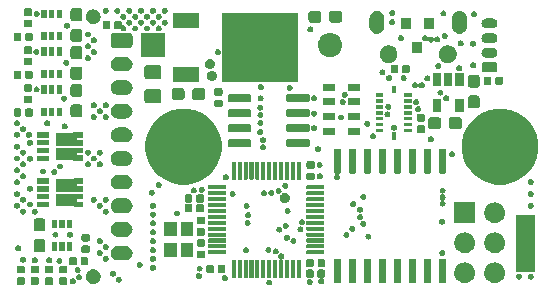
<source format=gbs>
G04 #@! TF.GenerationSoftware,KiCad,Pcbnew,5.1.4*
G04 #@! TF.CreationDate,2019-09-04T23:44:43+02:00*
G04 #@! TF.ProjectId,altimeter,616c7469-6d65-4746-9572-2e6b69636164,rev?*
G04 #@! TF.SameCoordinates,Original*
G04 #@! TF.FileFunction,Soldermask,Bot*
G04 #@! TF.FilePolarity,Negative*
%FSLAX46Y46*%
G04 Gerber Fmt 4.6, Leading zero omitted, Abs format (unit mm)*
G04 Created by KiCad (PCBNEW 5.1.4) date 2019-09-04 23:44:43*
%MOMM*%
%LPD*%
G04 APERTURE LIST*
%ADD10C,0.100000*%
G04 APERTURE END LIST*
D10*
G36*
X182250000Y-119500000D02*
G01*
X180750000Y-119500000D01*
X180750000Y-114750000D01*
X182250000Y-114750000D01*
X182250000Y-119500000D01*
G37*
X182250000Y-119500000D02*
X180750000Y-119500000D01*
X180750000Y-114750000D01*
X182250000Y-114750000D01*
X182250000Y-119500000D01*
G36*
X159921369Y-120255901D02*
G01*
X159967594Y-120275048D01*
X160009196Y-120302845D01*
X160044575Y-120338224D01*
X160072372Y-120379826D01*
X160091519Y-120426051D01*
X160101280Y-120475123D01*
X160101280Y-120525157D01*
X160091519Y-120574229D01*
X160072372Y-120620454D01*
X160044575Y-120662056D01*
X160009196Y-120697435D01*
X159967594Y-120725232D01*
X159921369Y-120744379D01*
X159872297Y-120754140D01*
X159822263Y-120754140D01*
X159773191Y-120744379D01*
X159726966Y-120725232D01*
X159685364Y-120697435D01*
X159649985Y-120662056D01*
X159622188Y-120620454D01*
X159603041Y-120574229D01*
X159593280Y-120525157D01*
X159593280Y-120475123D01*
X159603041Y-120426051D01*
X159622188Y-120379826D01*
X159649985Y-120338224D01*
X159685364Y-120302845D01*
X159726966Y-120275048D01*
X159773191Y-120255901D01*
X159822263Y-120246140D01*
X159872297Y-120246140D01*
X159921369Y-120255901D01*
X159921369Y-120255901D01*
G37*
G36*
X163360529Y-120225421D02*
G01*
X163406754Y-120244568D01*
X163448356Y-120272365D01*
X163483735Y-120307744D01*
X163511532Y-120349346D01*
X163530679Y-120395571D01*
X163540440Y-120444643D01*
X163540440Y-120494677D01*
X163530679Y-120543749D01*
X163511532Y-120589974D01*
X163483735Y-120631576D01*
X163448356Y-120666955D01*
X163406754Y-120694752D01*
X163360529Y-120713899D01*
X163311457Y-120723660D01*
X163261423Y-120723660D01*
X163212351Y-120713899D01*
X163166126Y-120694752D01*
X163124524Y-120666955D01*
X163089145Y-120631576D01*
X163061348Y-120589974D01*
X163042201Y-120543749D01*
X163032440Y-120494677D01*
X163032440Y-120444643D01*
X163042201Y-120395571D01*
X163061348Y-120349346D01*
X163089145Y-120307744D01*
X163124524Y-120272365D01*
X163166126Y-120244568D01*
X163212351Y-120225421D01*
X163261423Y-120215660D01*
X163311457Y-120215660D01*
X163360529Y-120225421D01*
X163360529Y-120225421D01*
G37*
G36*
X141446167Y-120067462D02*
G01*
X141472010Y-120075301D01*
X141495828Y-120088033D01*
X141516702Y-120105164D01*
X141533833Y-120126038D01*
X141546565Y-120149856D01*
X141554404Y-120175699D01*
X141557266Y-120204759D01*
X141557266Y-120565241D01*
X141554404Y-120594301D01*
X141546565Y-120620144D01*
X141533833Y-120643962D01*
X141516702Y-120664836D01*
X141495828Y-120681967D01*
X141472010Y-120694699D01*
X141446167Y-120702538D01*
X141417107Y-120705400D01*
X141006625Y-120705400D01*
X140977565Y-120702538D01*
X140951722Y-120694699D01*
X140927904Y-120681967D01*
X140907030Y-120664836D01*
X140889899Y-120643962D01*
X140877167Y-120620144D01*
X140869328Y-120594301D01*
X140866466Y-120565241D01*
X140866466Y-120204759D01*
X140869328Y-120175699D01*
X140877167Y-120149856D01*
X140889899Y-120126038D01*
X140907030Y-120105164D01*
X140927904Y-120088033D01*
X140951722Y-120075301D01*
X140977565Y-120067462D01*
X141006625Y-120064600D01*
X141417107Y-120064600D01*
X141446167Y-120067462D01*
X141446167Y-120067462D01*
G37*
G36*
X142652101Y-120067462D02*
G01*
X142677944Y-120075301D01*
X142701762Y-120088033D01*
X142722636Y-120105164D01*
X142739767Y-120126038D01*
X142752499Y-120149856D01*
X142760338Y-120175699D01*
X142763200Y-120204759D01*
X142763200Y-120565241D01*
X142760338Y-120594301D01*
X142752499Y-120620144D01*
X142739767Y-120643962D01*
X142722636Y-120664836D01*
X142701762Y-120681967D01*
X142677944Y-120694699D01*
X142652101Y-120702538D01*
X142623041Y-120705400D01*
X142212559Y-120705400D01*
X142183499Y-120702538D01*
X142157656Y-120694699D01*
X142133838Y-120681967D01*
X142112964Y-120664836D01*
X142095833Y-120643962D01*
X142083101Y-120620144D01*
X142075262Y-120594301D01*
X142072400Y-120565241D01*
X142072400Y-120204759D01*
X142075262Y-120175699D01*
X142083101Y-120149856D01*
X142095833Y-120126038D01*
X142112964Y-120105164D01*
X142133838Y-120088033D01*
X142157656Y-120075301D01*
X142183499Y-120067462D01*
X142212559Y-120064600D01*
X142623041Y-120064600D01*
X142652101Y-120067462D01*
X142652101Y-120067462D01*
G37*
G36*
X139034301Y-120067462D02*
G01*
X139060144Y-120075301D01*
X139083962Y-120088033D01*
X139104836Y-120105164D01*
X139121967Y-120126038D01*
X139134699Y-120149856D01*
X139142538Y-120175699D01*
X139145400Y-120204759D01*
X139145400Y-120565241D01*
X139142538Y-120594301D01*
X139134699Y-120620144D01*
X139121967Y-120643962D01*
X139104836Y-120664836D01*
X139083962Y-120681967D01*
X139060144Y-120694699D01*
X139034301Y-120702538D01*
X139005241Y-120705400D01*
X138594759Y-120705400D01*
X138565699Y-120702538D01*
X138539856Y-120694699D01*
X138516038Y-120681967D01*
X138495164Y-120664836D01*
X138478033Y-120643962D01*
X138465301Y-120620144D01*
X138457462Y-120594301D01*
X138454600Y-120565241D01*
X138454600Y-120204759D01*
X138457462Y-120175699D01*
X138465301Y-120149856D01*
X138478033Y-120126038D01*
X138495164Y-120105164D01*
X138516038Y-120088033D01*
X138539856Y-120075301D01*
X138565699Y-120067462D01*
X138594759Y-120064600D01*
X139005241Y-120064600D01*
X139034301Y-120067462D01*
X139034301Y-120067462D01*
G37*
G36*
X140240234Y-120052462D02*
G01*
X140266077Y-120060301D01*
X140289895Y-120073033D01*
X140310769Y-120090164D01*
X140327900Y-120111038D01*
X140340632Y-120134856D01*
X140348471Y-120160699D01*
X140351333Y-120189759D01*
X140351333Y-120550241D01*
X140348471Y-120579301D01*
X140340632Y-120605144D01*
X140327900Y-120628962D01*
X140310769Y-120649836D01*
X140289895Y-120666967D01*
X140266077Y-120679699D01*
X140240234Y-120687538D01*
X140211174Y-120690400D01*
X139800692Y-120690400D01*
X139771632Y-120687538D01*
X139745789Y-120679699D01*
X139721971Y-120666967D01*
X139701097Y-120649836D01*
X139683966Y-120628962D01*
X139671234Y-120605144D01*
X139663395Y-120579301D01*
X139660533Y-120550241D01*
X139660533Y-120189759D01*
X139663395Y-120160699D01*
X139671234Y-120134856D01*
X139683966Y-120111038D01*
X139701097Y-120090164D01*
X139721971Y-120073033D01*
X139745789Y-120060301D01*
X139771632Y-120052462D01*
X139800692Y-120049600D01*
X140211174Y-120049600D01*
X140240234Y-120052462D01*
X140240234Y-120052462D01*
G37*
G36*
X143294529Y-120159381D02*
G01*
X143340754Y-120178528D01*
X143382356Y-120206325D01*
X143417735Y-120241704D01*
X143445532Y-120283306D01*
X143464679Y-120329531D01*
X143474440Y-120378603D01*
X143474440Y-120428637D01*
X143464679Y-120477709D01*
X143445532Y-120523934D01*
X143417735Y-120565536D01*
X143382356Y-120600915D01*
X143340754Y-120628712D01*
X143294529Y-120647859D01*
X143245457Y-120657620D01*
X143195423Y-120657620D01*
X143146351Y-120647859D01*
X143100126Y-120628712D01*
X143058524Y-120600915D01*
X143023145Y-120565536D01*
X142995348Y-120523934D01*
X142976201Y-120477709D01*
X142966440Y-120428637D01*
X142966440Y-120378603D01*
X142976201Y-120329531D01*
X142995348Y-120283306D01*
X143023145Y-120241704D01*
X143058524Y-120206325D01*
X143100126Y-120178528D01*
X143146351Y-120159381D01*
X143195423Y-120149620D01*
X143245457Y-120149620D01*
X143294529Y-120159381D01*
X143294529Y-120159381D01*
G37*
G36*
X164463341Y-119405762D02*
G01*
X164489184Y-119413601D01*
X164513002Y-119426333D01*
X164533876Y-119443464D01*
X164551007Y-119464338D01*
X164563739Y-119488156D01*
X164571578Y-119513999D01*
X164574440Y-119543059D01*
X164574440Y-119953541D01*
X164571578Y-119982601D01*
X164563739Y-120008444D01*
X164551007Y-120032262D01*
X164533876Y-120053136D01*
X164513002Y-120070267D01*
X164489184Y-120082999D01*
X164463341Y-120090838D01*
X164434281Y-120093700D01*
X164404211Y-120093700D01*
X164395539Y-120094554D01*
X164387201Y-120097083D01*
X164379516Y-120101191D01*
X164372781Y-120106719D01*
X164367253Y-120113454D01*
X164363145Y-120121139D01*
X164360616Y-120129477D01*
X164359762Y-120138149D01*
X164360616Y-120146821D01*
X164363145Y-120155159D01*
X164367253Y-120162844D01*
X164372781Y-120169579D01*
X164379512Y-120175104D01*
X164418636Y-120201245D01*
X164454015Y-120236624D01*
X164481812Y-120278226D01*
X164500959Y-120324451D01*
X164510720Y-120373523D01*
X164510720Y-120423557D01*
X164500959Y-120472629D01*
X164481812Y-120518854D01*
X164454015Y-120560456D01*
X164418636Y-120595835D01*
X164377034Y-120623632D01*
X164330809Y-120642779D01*
X164281737Y-120652540D01*
X164231703Y-120652540D01*
X164182631Y-120642779D01*
X164136406Y-120623632D01*
X164094804Y-120595835D01*
X164059425Y-120560456D01*
X164031628Y-120518854D01*
X164012481Y-120472629D01*
X164002720Y-120423557D01*
X164002720Y-120373523D01*
X164012481Y-120324451D01*
X164031628Y-120278226D01*
X164059425Y-120236624D01*
X164094804Y-120201245D01*
X164133928Y-120175104D01*
X164140659Y-120169579D01*
X164146187Y-120162843D01*
X164150295Y-120155159D01*
X164152824Y-120146820D01*
X164153678Y-120138149D01*
X164152824Y-120129477D01*
X164150294Y-120121139D01*
X164146187Y-120113454D01*
X164140659Y-120106719D01*
X164133923Y-120101191D01*
X164126239Y-120097083D01*
X164117900Y-120094554D01*
X164109229Y-120093700D01*
X164073799Y-120093700D01*
X164044739Y-120090838D01*
X164018896Y-120082999D01*
X163995078Y-120070267D01*
X163974204Y-120053136D01*
X163957073Y-120032262D01*
X163944341Y-120008444D01*
X163936502Y-119982601D01*
X163933640Y-119953541D01*
X163933640Y-119543059D01*
X163936502Y-119513999D01*
X163944341Y-119488156D01*
X163957073Y-119464338D01*
X163974204Y-119443464D01*
X163995078Y-119426333D01*
X164018896Y-119413601D01*
X164044739Y-119405762D01*
X164073799Y-119402900D01*
X164434281Y-119402900D01*
X164463341Y-119405762D01*
X164463341Y-119405762D01*
G37*
G36*
X145132422Y-119398634D02*
G01*
X145132423Y-119398634D01*
X145132426Y-119398635D01*
X145202223Y-119427546D01*
X145246238Y-119445778D01*
X145297453Y-119479999D01*
X145348670Y-119514220D01*
X145435780Y-119601330D01*
X145451128Y-119624301D01*
X145504222Y-119703762D01*
X145522454Y-119747777D01*
X145551365Y-119817574D01*
X145551366Y-119817577D01*
X145551366Y-119817578D01*
X145575400Y-119938403D01*
X145575400Y-120061597D01*
X145551366Y-120182422D01*
X145551365Y-120182426D01*
X145531123Y-120231293D01*
X145504222Y-120296238D01*
X145476168Y-120338224D01*
X145435780Y-120398670D01*
X145348670Y-120485780D01*
X145299170Y-120518854D01*
X145246238Y-120554222D01*
X145218921Y-120565537D01*
X145132426Y-120601365D01*
X145132423Y-120601366D01*
X145132422Y-120601366D01*
X145011597Y-120625400D01*
X144888403Y-120625400D01*
X144767578Y-120601366D01*
X144767577Y-120601366D01*
X144767574Y-120601365D01*
X144681079Y-120565537D01*
X144653762Y-120554222D01*
X144600830Y-120518854D01*
X144551330Y-120485780D01*
X144464220Y-120398670D01*
X144423832Y-120338224D01*
X144395778Y-120296238D01*
X144368877Y-120231293D01*
X144348635Y-120182426D01*
X144348634Y-120182422D01*
X144324600Y-120061597D01*
X144324600Y-119938403D01*
X144348634Y-119817578D01*
X144348634Y-119817577D01*
X144348635Y-119817574D01*
X144377546Y-119747777D01*
X144395778Y-119703762D01*
X144448872Y-119624301D01*
X144464220Y-119601330D01*
X144551330Y-119514220D01*
X144653762Y-119445778D01*
X144697777Y-119427546D01*
X144767574Y-119398635D01*
X144767577Y-119398634D01*
X144767578Y-119398634D01*
X144888403Y-119374600D01*
X145011597Y-119374600D01*
X145132422Y-119398634D01*
X145132422Y-119398634D01*
G37*
G36*
X168385686Y-118486710D02*
G01*
X168412002Y-118494693D01*
X168436251Y-118507654D01*
X168457504Y-118525096D01*
X168474946Y-118546349D01*
X168487907Y-118570598D01*
X168495890Y-118596914D01*
X168498800Y-118626458D01*
X168498800Y-120441942D01*
X168495890Y-120471486D01*
X168487907Y-120497802D01*
X168474946Y-120522051D01*
X168457504Y-120543304D01*
X168436251Y-120560746D01*
X168412002Y-120573707D01*
X168385686Y-120581690D01*
X168356142Y-120584600D01*
X167990658Y-120584600D01*
X167961114Y-120581690D01*
X167934798Y-120573707D01*
X167910549Y-120560746D01*
X167889296Y-120543304D01*
X167871854Y-120522051D01*
X167858893Y-120497802D01*
X167850910Y-120471486D01*
X167848000Y-120441942D01*
X167848000Y-118626458D01*
X167850910Y-118596914D01*
X167858893Y-118570598D01*
X167871854Y-118546349D01*
X167889296Y-118525096D01*
X167910549Y-118507654D01*
X167934798Y-118494693D01*
X167961114Y-118486710D01*
X167990658Y-118483800D01*
X168356142Y-118483800D01*
X168385686Y-118486710D01*
X168385686Y-118486710D01*
G37*
G36*
X174735686Y-118486710D02*
G01*
X174762002Y-118494693D01*
X174786251Y-118507654D01*
X174807504Y-118525096D01*
X174824946Y-118546349D01*
X174837907Y-118570598D01*
X174845890Y-118596914D01*
X174848800Y-118626458D01*
X174848800Y-120441942D01*
X174845890Y-120471486D01*
X174837907Y-120497802D01*
X174824946Y-120522051D01*
X174807504Y-120543304D01*
X174786251Y-120560746D01*
X174762002Y-120573707D01*
X174735686Y-120581690D01*
X174706142Y-120584600D01*
X174340658Y-120584600D01*
X174311114Y-120581690D01*
X174284798Y-120573707D01*
X174260549Y-120560746D01*
X174239296Y-120543304D01*
X174221854Y-120522051D01*
X174208893Y-120497802D01*
X174200910Y-120471486D01*
X174198000Y-120441942D01*
X174198000Y-118626458D01*
X174200910Y-118596914D01*
X174208893Y-118570598D01*
X174221854Y-118546349D01*
X174239296Y-118525096D01*
X174260549Y-118507654D01*
X174284798Y-118494693D01*
X174311114Y-118486710D01*
X174340658Y-118483800D01*
X174706142Y-118483800D01*
X174735686Y-118486710D01*
X174735686Y-118486710D01*
G37*
G36*
X173465686Y-118486710D02*
G01*
X173492002Y-118494693D01*
X173516251Y-118507654D01*
X173537504Y-118525096D01*
X173554946Y-118546349D01*
X173567907Y-118570598D01*
X173575890Y-118596914D01*
X173578800Y-118626458D01*
X173578800Y-120441942D01*
X173575890Y-120471486D01*
X173567907Y-120497802D01*
X173554946Y-120522051D01*
X173537504Y-120543304D01*
X173516251Y-120560746D01*
X173492002Y-120573707D01*
X173465686Y-120581690D01*
X173436142Y-120584600D01*
X173070658Y-120584600D01*
X173041114Y-120581690D01*
X173014798Y-120573707D01*
X172990549Y-120560746D01*
X172969296Y-120543304D01*
X172951854Y-120522051D01*
X172938893Y-120497802D01*
X172930910Y-120471486D01*
X172928000Y-120441942D01*
X172928000Y-118626458D01*
X172930910Y-118596914D01*
X172938893Y-118570598D01*
X172951854Y-118546349D01*
X172969296Y-118525096D01*
X172990549Y-118507654D01*
X173014798Y-118494693D01*
X173041114Y-118486710D01*
X173070658Y-118483800D01*
X173436142Y-118483800D01*
X173465686Y-118486710D01*
X173465686Y-118486710D01*
G37*
G36*
X172195686Y-118486710D02*
G01*
X172222002Y-118494693D01*
X172246251Y-118507654D01*
X172267504Y-118525096D01*
X172284946Y-118546349D01*
X172297907Y-118570598D01*
X172305890Y-118596914D01*
X172308800Y-118626458D01*
X172308800Y-120441942D01*
X172305890Y-120471486D01*
X172297907Y-120497802D01*
X172284946Y-120522051D01*
X172267504Y-120543304D01*
X172246251Y-120560746D01*
X172222002Y-120573707D01*
X172195686Y-120581690D01*
X172166142Y-120584600D01*
X171800658Y-120584600D01*
X171771114Y-120581690D01*
X171744798Y-120573707D01*
X171720549Y-120560746D01*
X171699296Y-120543304D01*
X171681854Y-120522051D01*
X171668893Y-120497802D01*
X171660910Y-120471486D01*
X171658000Y-120441942D01*
X171658000Y-118626458D01*
X171660910Y-118596914D01*
X171668893Y-118570598D01*
X171681854Y-118546349D01*
X171699296Y-118525096D01*
X171720549Y-118507654D01*
X171744798Y-118494693D01*
X171771114Y-118486710D01*
X171800658Y-118483800D01*
X172166142Y-118483800D01*
X172195686Y-118486710D01*
X172195686Y-118486710D01*
G37*
G36*
X170925686Y-118486710D02*
G01*
X170952002Y-118494693D01*
X170976251Y-118507654D01*
X170997504Y-118525096D01*
X171014946Y-118546349D01*
X171027907Y-118570598D01*
X171035890Y-118596914D01*
X171038800Y-118626458D01*
X171038800Y-120441942D01*
X171035890Y-120471486D01*
X171027907Y-120497802D01*
X171014946Y-120522051D01*
X170997504Y-120543304D01*
X170976251Y-120560746D01*
X170952002Y-120573707D01*
X170925686Y-120581690D01*
X170896142Y-120584600D01*
X170530658Y-120584600D01*
X170501114Y-120581690D01*
X170474798Y-120573707D01*
X170450549Y-120560746D01*
X170429296Y-120543304D01*
X170411854Y-120522051D01*
X170398893Y-120497802D01*
X170390910Y-120471486D01*
X170388000Y-120441942D01*
X170388000Y-118626458D01*
X170390910Y-118596914D01*
X170398893Y-118570598D01*
X170411854Y-118546349D01*
X170429296Y-118525096D01*
X170450549Y-118507654D01*
X170474798Y-118494693D01*
X170501114Y-118486710D01*
X170530658Y-118483800D01*
X170896142Y-118483800D01*
X170925686Y-118486710D01*
X170925686Y-118486710D01*
G37*
G36*
X169655686Y-118486710D02*
G01*
X169682002Y-118494693D01*
X169706251Y-118507654D01*
X169727504Y-118525096D01*
X169744946Y-118546349D01*
X169757907Y-118570598D01*
X169765890Y-118596914D01*
X169768800Y-118626458D01*
X169768800Y-120441942D01*
X169765890Y-120471486D01*
X169757907Y-120497802D01*
X169744946Y-120522051D01*
X169727504Y-120543304D01*
X169706251Y-120560746D01*
X169682002Y-120573707D01*
X169655686Y-120581690D01*
X169626142Y-120584600D01*
X169260658Y-120584600D01*
X169231114Y-120581690D01*
X169204798Y-120573707D01*
X169180549Y-120560746D01*
X169159296Y-120543304D01*
X169141854Y-120522051D01*
X169128893Y-120497802D01*
X169120910Y-120471486D01*
X169118000Y-120441942D01*
X169118000Y-118626458D01*
X169120910Y-118596914D01*
X169128893Y-118570598D01*
X169141854Y-118546349D01*
X169159296Y-118525096D01*
X169180549Y-118507654D01*
X169204798Y-118494693D01*
X169231114Y-118486710D01*
X169260658Y-118483800D01*
X169626142Y-118483800D01*
X169655686Y-118486710D01*
X169655686Y-118486710D01*
G37*
G36*
X167115686Y-118486710D02*
G01*
X167142002Y-118494693D01*
X167166251Y-118507654D01*
X167187504Y-118525096D01*
X167204946Y-118546349D01*
X167217907Y-118570598D01*
X167225890Y-118596914D01*
X167228800Y-118626458D01*
X167228800Y-120441942D01*
X167225890Y-120471486D01*
X167217907Y-120497802D01*
X167204946Y-120522051D01*
X167187504Y-120543304D01*
X167166251Y-120560746D01*
X167142002Y-120573707D01*
X167115686Y-120581690D01*
X167086142Y-120584600D01*
X166720658Y-120584600D01*
X166691114Y-120581690D01*
X166664798Y-120573707D01*
X166640549Y-120560746D01*
X166619296Y-120543304D01*
X166601854Y-120522051D01*
X166588893Y-120497802D01*
X166580910Y-120471486D01*
X166578000Y-120441942D01*
X166578000Y-118626458D01*
X166580910Y-118596914D01*
X166588893Y-118570598D01*
X166601854Y-118546349D01*
X166619296Y-118525096D01*
X166640549Y-118507654D01*
X166664798Y-118494693D01*
X166691114Y-118486710D01*
X166720658Y-118483800D01*
X167086142Y-118483800D01*
X167115686Y-118486710D01*
X167115686Y-118486710D01*
G37*
G36*
X165845686Y-118486710D02*
G01*
X165872002Y-118494693D01*
X165896251Y-118507654D01*
X165917504Y-118525096D01*
X165934946Y-118546349D01*
X165947907Y-118570598D01*
X165955890Y-118596914D01*
X165958800Y-118626458D01*
X165958800Y-120441942D01*
X165955890Y-120471486D01*
X165947907Y-120497802D01*
X165934946Y-120522051D01*
X165917504Y-120543304D01*
X165896251Y-120560746D01*
X165872002Y-120573707D01*
X165845686Y-120581690D01*
X165816142Y-120584600D01*
X165450658Y-120584600D01*
X165421114Y-120581690D01*
X165394798Y-120573707D01*
X165370549Y-120560746D01*
X165349296Y-120543304D01*
X165331854Y-120522051D01*
X165318893Y-120497802D01*
X165310910Y-120471486D01*
X165308000Y-120441942D01*
X165308000Y-118626458D01*
X165310910Y-118596914D01*
X165318893Y-118570598D01*
X165331854Y-118546349D01*
X165349296Y-118525096D01*
X165370549Y-118507654D01*
X165394798Y-118494693D01*
X165421114Y-118486710D01*
X165450658Y-118483800D01*
X165816142Y-118483800D01*
X165845686Y-118486710D01*
X165845686Y-118486710D01*
G37*
G36*
X176571609Y-118817267D02*
G01*
X176592947Y-118823740D01*
X176736622Y-118867323D01*
X176840412Y-118922800D01*
X176888703Y-118948612D01*
X177021996Y-119058004D01*
X177131388Y-119191297D01*
X177136774Y-119201373D01*
X177212677Y-119343378D01*
X177243037Y-119443464D01*
X177262733Y-119508391D01*
X177279635Y-119680000D01*
X177264099Y-119837744D01*
X177262733Y-119851608D01*
X177212677Y-120016622D01*
X177149479Y-120134856D01*
X177131388Y-120168703D01*
X177021996Y-120301996D01*
X176888703Y-120411388D01*
X176888699Y-120411390D01*
X176736622Y-120492677D01*
X176633577Y-120523935D01*
X176571609Y-120542733D01*
X176442998Y-120555400D01*
X176357002Y-120555400D01*
X176228391Y-120542733D01*
X176166423Y-120523935D01*
X176063378Y-120492677D01*
X175911301Y-120411390D01*
X175911297Y-120411388D01*
X175778004Y-120301996D01*
X175668612Y-120168703D01*
X175650521Y-120134856D01*
X175587323Y-120016622D01*
X175537267Y-119851608D01*
X175535902Y-119837744D01*
X175520365Y-119680000D01*
X175537267Y-119508391D01*
X175556963Y-119443464D01*
X175587323Y-119343378D01*
X175663226Y-119201373D01*
X175668612Y-119191297D01*
X175778004Y-119058004D01*
X175911297Y-118948612D01*
X175959588Y-118922800D01*
X176063378Y-118867323D01*
X176207053Y-118823740D01*
X176228391Y-118817267D01*
X176357002Y-118804600D01*
X176442998Y-118804600D01*
X176571609Y-118817267D01*
X176571609Y-118817267D01*
G37*
G36*
X179111609Y-118817267D02*
G01*
X179132947Y-118823740D01*
X179276622Y-118867323D01*
X179380412Y-118922800D01*
X179428703Y-118948612D01*
X179561996Y-119058004D01*
X179671388Y-119191297D01*
X179676774Y-119201373D01*
X179752677Y-119343378D01*
X179783037Y-119443464D01*
X179802733Y-119508391D01*
X179819635Y-119680000D01*
X179804099Y-119837744D01*
X179802733Y-119851608D01*
X179752677Y-120016622D01*
X179689479Y-120134856D01*
X179671388Y-120168703D01*
X179561996Y-120301996D01*
X179428703Y-120411388D01*
X179428699Y-120411390D01*
X179276622Y-120492677D01*
X179173577Y-120523935D01*
X179111609Y-120542733D01*
X178982998Y-120555400D01*
X178897002Y-120555400D01*
X178768391Y-120542733D01*
X178706423Y-120523935D01*
X178603378Y-120492677D01*
X178451301Y-120411390D01*
X178451297Y-120411388D01*
X178318004Y-120301996D01*
X178208612Y-120168703D01*
X178190521Y-120134856D01*
X178127323Y-120016622D01*
X178077267Y-119851608D01*
X178075902Y-119837744D01*
X178060365Y-119680000D01*
X178077267Y-119508391D01*
X178096963Y-119443464D01*
X178127323Y-119343378D01*
X178203226Y-119201373D01*
X178208612Y-119191297D01*
X178318004Y-119058004D01*
X178451297Y-118948612D01*
X178499588Y-118922800D01*
X178603378Y-118867323D01*
X178747053Y-118823740D01*
X178768391Y-118817267D01*
X178897002Y-118804600D01*
X178982998Y-118804600D01*
X179111609Y-118817267D01*
X179111609Y-118817267D01*
G37*
G36*
X147178189Y-120012071D02*
G01*
X147224414Y-120031218D01*
X147266016Y-120059015D01*
X147301395Y-120094394D01*
X147329192Y-120135996D01*
X147348339Y-120182221D01*
X147358100Y-120231293D01*
X147358100Y-120281327D01*
X147348339Y-120330399D01*
X147329192Y-120376624D01*
X147301395Y-120418226D01*
X147266016Y-120453605D01*
X147224414Y-120481402D01*
X147178189Y-120500549D01*
X147129117Y-120510310D01*
X147079083Y-120510310D01*
X147030011Y-120500549D01*
X146983786Y-120481402D01*
X146942184Y-120453605D01*
X146906805Y-120418226D01*
X146879008Y-120376624D01*
X146859861Y-120330399D01*
X146850100Y-120281327D01*
X146850100Y-120231293D01*
X146859861Y-120182221D01*
X146879008Y-120135996D01*
X146906805Y-120094394D01*
X146942184Y-120059015D01*
X146983786Y-120031218D01*
X147030011Y-120012071D01*
X147079083Y-120002310D01*
X147129117Y-120002310D01*
X147178189Y-120012071D01*
X147178189Y-120012071D01*
G37*
G36*
X156157089Y-119887591D02*
G01*
X156203314Y-119906738D01*
X156244916Y-119934535D01*
X156280295Y-119969914D01*
X156308092Y-120011516D01*
X156327239Y-120057741D01*
X156337000Y-120106813D01*
X156337000Y-120156847D01*
X156327239Y-120205919D01*
X156308092Y-120252144D01*
X156280295Y-120293746D01*
X156244916Y-120329125D01*
X156203314Y-120356922D01*
X156157089Y-120376069D01*
X156108017Y-120385830D01*
X156057983Y-120385830D01*
X156008911Y-120376069D01*
X155962686Y-120356922D01*
X155921084Y-120329125D01*
X155885705Y-120293746D01*
X155857908Y-120252144D01*
X155838761Y-120205919D01*
X155829000Y-120156847D01*
X155829000Y-120106813D01*
X155838761Y-120057741D01*
X155857908Y-120011516D01*
X155885705Y-119969914D01*
X155921084Y-119934535D01*
X155962686Y-119906738D01*
X156008911Y-119887591D01*
X156057983Y-119877830D01*
X156108017Y-119877830D01*
X156157089Y-119887591D01*
X156157089Y-119887591D01*
G37*
G36*
X143815225Y-119818596D02*
G01*
X143861450Y-119837743D01*
X143903052Y-119865540D01*
X143938431Y-119900919D01*
X143966228Y-119942521D01*
X143985375Y-119988746D01*
X143995136Y-120037818D01*
X143995136Y-120087852D01*
X143985375Y-120136924D01*
X143966228Y-120183149D01*
X143938431Y-120224751D01*
X143903052Y-120260130D01*
X143861450Y-120287927D01*
X143815225Y-120307074D01*
X143766153Y-120316835D01*
X143716119Y-120316835D01*
X143667047Y-120307074D01*
X143620822Y-120287927D01*
X143579220Y-120260130D01*
X143543841Y-120224751D01*
X143516044Y-120183149D01*
X143496897Y-120136924D01*
X143487136Y-120087852D01*
X143487136Y-120037818D01*
X143496897Y-119988746D01*
X143516044Y-119942521D01*
X143543841Y-119900919D01*
X143579220Y-119865540D01*
X143620822Y-119837743D01*
X143667047Y-119818596D01*
X143716119Y-119808835D01*
X143766153Y-119808835D01*
X143815225Y-119818596D01*
X143815225Y-119818596D01*
G37*
G36*
X181074089Y-119755761D02*
G01*
X181120314Y-119774908D01*
X181161916Y-119802705D01*
X181197295Y-119838084D01*
X181225092Y-119879686D01*
X181244239Y-119925911D01*
X181254000Y-119974983D01*
X181254000Y-120025017D01*
X181244239Y-120074089D01*
X181225092Y-120120314D01*
X181197295Y-120161916D01*
X181161916Y-120197295D01*
X181120314Y-120225092D01*
X181074089Y-120244239D01*
X181025017Y-120254000D01*
X180974983Y-120254000D01*
X180925911Y-120244239D01*
X180879686Y-120225092D01*
X180838084Y-120197295D01*
X180802705Y-120161916D01*
X180774908Y-120120314D01*
X180755761Y-120074089D01*
X180746000Y-120025017D01*
X180746000Y-119974983D01*
X180755761Y-119925911D01*
X180774908Y-119879686D01*
X180802705Y-119838084D01*
X180838084Y-119802705D01*
X180879686Y-119774908D01*
X180925911Y-119755761D01*
X180974983Y-119746000D01*
X181025017Y-119746000D01*
X181074089Y-119755761D01*
X181074089Y-119755761D01*
G37*
G36*
X182074089Y-119755761D02*
G01*
X182120314Y-119774908D01*
X182161916Y-119802705D01*
X182197295Y-119838084D01*
X182225092Y-119879686D01*
X182244239Y-119925911D01*
X182254000Y-119974983D01*
X182254000Y-120025017D01*
X182244239Y-120074089D01*
X182225092Y-120120314D01*
X182197295Y-120161916D01*
X182161916Y-120197295D01*
X182120314Y-120225092D01*
X182074089Y-120244239D01*
X182025017Y-120254000D01*
X181974983Y-120254000D01*
X181925911Y-120244239D01*
X181879686Y-120225092D01*
X181838084Y-120197295D01*
X181802705Y-120161916D01*
X181774908Y-120120314D01*
X181755761Y-120074089D01*
X181746000Y-120025017D01*
X181746000Y-119974983D01*
X181755761Y-119925911D01*
X181774908Y-119879686D01*
X181802705Y-119838084D01*
X181838084Y-119802705D01*
X181879686Y-119774908D01*
X181925911Y-119755761D01*
X181974983Y-119746000D01*
X182025017Y-119746000D01*
X182074089Y-119755761D01*
X182074089Y-119755761D01*
G37*
G36*
X153967801Y-119702018D02*
G01*
X154014026Y-119721165D01*
X154055628Y-119748962D01*
X154091007Y-119784341D01*
X154118804Y-119825943D01*
X154137951Y-119872168D01*
X154147712Y-119921240D01*
X154147712Y-119971274D01*
X154137951Y-120020346D01*
X154118804Y-120066571D01*
X154091007Y-120108173D01*
X154055628Y-120143552D01*
X154014026Y-120171349D01*
X153967801Y-120190496D01*
X153918729Y-120200257D01*
X153868695Y-120200257D01*
X153819623Y-120190496D01*
X153773398Y-120171349D01*
X153731796Y-120143552D01*
X153696417Y-120108173D01*
X153668620Y-120066571D01*
X153649473Y-120020346D01*
X153639712Y-119971274D01*
X153639712Y-119921240D01*
X153649473Y-119872168D01*
X153668620Y-119825943D01*
X153696417Y-119784341D01*
X153731796Y-119748962D01*
X153773398Y-119721165D01*
X153819623Y-119702018D01*
X153868695Y-119692257D01*
X153918729Y-119692257D01*
X153967801Y-119702018D01*
X153967801Y-119702018D01*
G37*
G36*
X157472658Y-118601069D02*
G01*
X157484897Y-118604782D01*
X157496180Y-118610813D01*
X157506071Y-118618929D01*
X157514187Y-118628820D01*
X157520218Y-118640103D01*
X157523931Y-118652342D01*
X157525400Y-118667258D01*
X157525400Y-120057742D01*
X157523931Y-120072658D01*
X157520218Y-120084897D01*
X157514187Y-120096180D01*
X157506071Y-120106071D01*
X157496180Y-120114187D01*
X157484897Y-120120218D01*
X157472658Y-120123931D01*
X157457742Y-120125400D01*
X157242258Y-120125400D01*
X157227342Y-120123931D01*
X157215103Y-120120218D01*
X157203820Y-120114187D01*
X157193929Y-120106071D01*
X157185813Y-120096180D01*
X157179782Y-120084897D01*
X157176069Y-120072658D01*
X157174600Y-120057742D01*
X157174600Y-118667258D01*
X157176069Y-118652342D01*
X157179782Y-118640103D01*
X157185813Y-118628820D01*
X157193929Y-118618929D01*
X157203820Y-118610813D01*
X157215103Y-118604782D01*
X157227342Y-118601069D01*
X157242258Y-118599600D01*
X157457742Y-118599600D01*
X157472658Y-118601069D01*
X157472658Y-118601069D01*
G37*
G36*
X162472658Y-118601069D02*
G01*
X162484897Y-118604782D01*
X162496180Y-118610813D01*
X162506071Y-118618929D01*
X162514187Y-118628820D01*
X162520218Y-118640103D01*
X162523931Y-118652342D01*
X162525400Y-118667258D01*
X162525400Y-120057742D01*
X162523931Y-120072658D01*
X162520218Y-120084897D01*
X162514187Y-120096180D01*
X162506071Y-120106071D01*
X162496180Y-120114187D01*
X162484897Y-120120218D01*
X162472658Y-120123931D01*
X162457742Y-120125400D01*
X162242258Y-120125400D01*
X162227342Y-120123931D01*
X162215103Y-120120218D01*
X162203820Y-120114187D01*
X162193929Y-120106071D01*
X162185813Y-120096180D01*
X162179782Y-120084897D01*
X162176069Y-120072658D01*
X162174600Y-120057742D01*
X162174600Y-118667258D01*
X162176069Y-118652342D01*
X162179782Y-118640103D01*
X162185813Y-118628820D01*
X162193929Y-118618929D01*
X162203820Y-118610813D01*
X162215103Y-118604782D01*
X162227342Y-118601069D01*
X162242258Y-118599600D01*
X162457742Y-118599600D01*
X162472658Y-118601069D01*
X162472658Y-118601069D01*
G37*
G36*
X161472658Y-118601069D02*
G01*
X161484897Y-118604782D01*
X161496180Y-118610813D01*
X161506071Y-118618929D01*
X161514187Y-118628820D01*
X161520218Y-118640103D01*
X161523931Y-118652342D01*
X161525400Y-118667258D01*
X161525400Y-120057742D01*
X161523931Y-120072658D01*
X161520218Y-120084897D01*
X161514187Y-120096180D01*
X161506071Y-120106071D01*
X161496180Y-120114187D01*
X161484897Y-120120218D01*
X161472658Y-120123931D01*
X161457742Y-120125400D01*
X161242258Y-120125400D01*
X161227342Y-120123931D01*
X161215103Y-120120218D01*
X161203820Y-120114187D01*
X161193929Y-120106071D01*
X161185813Y-120096180D01*
X161179782Y-120084897D01*
X161176069Y-120072658D01*
X161174600Y-120057742D01*
X161174600Y-118667258D01*
X161176069Y-118652342D01*
X161179782Y-118640103D01*
X161185813Y-118628820D01*
X161193929Y-118618929D01*
X161203820Y-118610813D01*
X161215103Y-118604782D01*
X161227342Y-118601069D01*
X161242258Y-118599600D01*
X161457742Y-118599600D01*
X161472658Y-118601069D01*
X161472658Y-118601069D01*
G37*
G36*
X161972658Y-118601069D02*
G01*
X161984897Y-118604782D01*
X161996180Y-118610813D01*
X162006071Y-118618929D01*
X162014187Y-118628820D01*
X162020218Y-118640103D01*
X162023931Y-118652342D01*
X162025400Y-118667258D01*
X162025400Y-120057742D01*
X162023931Y-120072658D01*
X162020218Y-120084897D01*
X162014187Y-120096180D01*
X162006071Y-120106071D01*
X161996180Y-120114187D01*
X161984897Y-120120218D01*
X161972658Y-120123931D01*
X161957742Y-120125400D01*
X161742258Y-120125400D01*
X161727342Y-120123931D01*
X161715103Y-120120218D01*
X161703820Y-120114187D01*
X161693929Y-120106071D01*
X161685813Y-120096180D01*
X161679782Y-120084897D01*
X161676069Y-120072658D01*
X161674600Y-120057742D01*
X161674600Y-118667258D01*
X161676069Y-118652342D01*
X161679782Y-118640103D01*
X161685813Y-118628820D01*
X161693929Y-118618929D01*
X161703820Y-118610813D01*
X161715103Y-118604782D01*
X161727342Y-118601069D01*
X161742258Y-118599600D01*
X161957742Y-118599600D01*
X161972658Y-118601069D01*
X161972658Y-118601069D01*
G37*
G36*
X156972658Y-118601069D02*
G01*
X156984897Y-118604782D01*
X156996180Y-118610813D01*
X157006071Y-118618929D01*
X157014187Y-118628820D01*
X157020218Y-118640103D01*
X157023931Y-118652342D01*
X157025400Y-118667258D01*
X157025400Y-120057742D01*
X157023931Y-120072658D01*
X157020218Y-120084897D01*
X157014187Y-120096180D01*
X157006071Y-120106071D01*
X156996180Y-120114187D01*
X156984897Y-120120218D01*
X156972658Y-120123931D01*
X156957742Y-120125400D01*
X156742258Y-120125400D01*
X156727342Y-120123931D01*
X156715103Y-120120218D01*
X156703820Y-120114187D01*
X156693929Y-120106071D01*
X156685813Y-120096180D01*
X156679782Y-120084897D01*
X156676069Y-120072658D01*
X156674600Y-120057742D01*
X156674600Y-118667258D01*
X156676069Y-118652342D01*
X156679782Y-118640103D01*
X156685813Y-118628820D01*
X156693929Y-118618929D01*
X156703820Y-118610813D01*
X156715103Y-118604782D01*
X156727342Y-118601069D01*
X156742258Y-118599600D01*
X156957742Y-118599600D01*
X156972658Y-118601069D01*
X156972658Y-118601069D01*
G37*
G36*
X157972658Y-118601069D02*
G01*
X157984897Y-118604782D01*
X157996180Y-118610813D01*
X158006071Y-118618929D01*
X158014187Y-118628820D01*
X158020218Y-118640103D01*
X158023931Y-118652342D01*
X158025400Y-118667258D01*
X158025400Y-120057742D01*
X158023931Y-120072658D01*
X158020218Y-120084897D01*
X158014187Y-120096180D01*
X158006071Y-120106071D01*
X157996180Y-120114187D01*
X157984897Y-120120218D01*
X157972658Y-120123931D01*
X157957742Y-120125400D01*
X157742258Y-120125400D01*
X157727342Y-120123931D01*
X157715103Y-120120218D01*
X157703820Y-120114187D01*
X157693929Y-120106071D01*
X157685813Y-120096180D01*
X157679782Y-120084897D01*
X157676069Y-120072658D01*
X157674600Y-120057742D01*
X157674600Y-118667258D01*
X157676069Y-118652342D01*
X157679782Y-118640103D01*
X157685813Y-118628820D01*
X157693929Y-118618929D01*
X157703820Y-118610813D01*
X157715103Y-118604782D01*
X157727342Y-118601069D01*
X157742258Y-118599600D01*
X157957742Y-118599600D01*
X157972658Y-118601069D01*
X157972658Y-118601069D01*
G37*
G36*
X158972658Y-118601069D02*
G01*
X158984897Y-118604782D01*
X158996180Y-118610813D01*
X159006071Y-118618929D01*
X159014187Y-118628820D01*
X159020218Y-118640103D01*
X159023931Y-118652342D01*
X159025400Y-118667258D01*
X159025400Y-120057742D01*
X159023931Y-120072658D01*
X159020218Y-120084897D01*
X159014187Y-120096180D01*
X159006071Y-120106071D01*
X158996180Y-120114187D01*
X158984897Y-120120218D01*
X158972658Y-120123931D01*
X158957742Y-120125400D01*
X158742258Y-120125400D01*
X158727342Y-120123931D01*
X158715103Y-120120218D01*
X158703820Y-120114187D01*
X158693929Y-120106071D01*
X158685813Y-120096180D01*
X158679782Y-120084897D01*
X158676069Y-120072658D01*
X158674600Y-120057742D01*
X158674600Y-118667258D01*
X158676069Y-118652342D01*
X158679782Y-118640103D01*
X158685813Y-118628820D01*
X158693929Y-118618929D01*
X158703820Y-118610813D01*
X158715103Y-118604782D01*
X158727342Y-118601069D01*
X158742258Y-118599600D01*
X158957742Y-118599600D01*
X158972658Y-118601069D01*
X158972658Y-118601069D01*
G37*
G36*
X159972658Y-118601069D02*
G01*
X159984897Y-118604782D01*
X159996180Y-118610813D01*
X160006071Y-118618929D01*
X160014187Y-118628820D01*
X160020218Y-118640103D01*
X160023931Y-118652342D01*
X160025400Y-118667258D01*
X160025400Y-120057742D01*
X160023931Y-120072658D01*
X160020218Y-120084897D01*
X160014187Y-120096180D01*
X160006071Y-120106071D01*
X159996180Y-120114187D01*
X159984897Y-120120218D01*
X159972658Y-120123931D01*
X159957742Y-120125400D01*
X159742258Y-120125400D01*
X159727342Y-120123931D01*
X159715103Y-120120218D01*
X159703820Y-120114187D01*
X159693929Y-120106071D01*
X159685813Y-120096180D01*
X159679782Y-120084897D01*
X159676069Y-120072658D01*
X159674600Y-120057742D01*
X159674600Y-118667258D01*
X159676069Y-118652342D01*
X159679782Y-118640103D01*
X159685813Y-118628820D01*
X159693929Y-118618929D01*
X159703820Y-118610813D01*
X159715103Y-118604782D01*
X159727342Y-118601069D01*
X159742258Y-118599600D01*
X159957742Y-118599600D01*
X159972658Y-118601069D01*
X159972658Y-118601069D01*
G37*
G36*
X160472658Y-118601069D02*
G01*
X160484897Y-118604782D01*
X160496180Y-118610813D01*
X160506071Y-118618929D01*
X160514187Y-118628820D01*
X160520218Y-118640103D01*
X160523931Y-118652342D01*
X160525400Y-118667258D01*
X160525400Y-120057742D01*
X160523931Y-120072658D01*
X160520218Y-120084897D01*
X160514187Y-120096180D01*
X160506071Y-120106071D01*
X160496180Y-120114187D01*
X160484897Y-120120218D01*
X160472658Y-120123931D01*
X160457742Y-120125400D01*
X160242258Y-120125400D01*
X160227342Y-120123931D01*
X160215103Y-120120218D01*
X160203820Y-120114187D01*
X160193929Y-120106071D01*
X160185813Y-120096180D01*
X160179782Y-120084897D01*
X160176069Y-120072658D01*
X160174600Y-120057742D01*
X160174600Y-118667258D01*
X160176069Y-118652342D01*
X160179782Y-118640103D01*
X160185813Y-118628820D01*
X160193929Y-118618929D01*
X160203820Y-118610813D01*
X160215103Y-118604782D01*
X160227342Y-118601069D01*
X160242258Y-118599600D01*
X160457742Y-118599600D01*
X160472658Y-118601069D01*
X160472658Y-118601069D01*
G37*
G36*
X159472658Y-118601069D02*
G01*
X159484897Y-118604782D01*
X159496180Y-118610813D01*
X159506071Y-118618929D01*
X159514187Y-118628820D01*
X159520218Y-118640103D01*
X159523931Y-118652342D01*
X159525400Y-118667258D01*
X159525400Y-120057742D01*
X159523931Y-120072658D01*
X159520218Y-120084897D01*
X159514187Y-120096180D01*
X159506071Y-120106071D01*
X159496180Y-120114187D01*
X159484897Y-120120218D01*
X159472658Y-120123931D01*
X159457742Y-120125400D01*
X159242258Y-120125400D01*
X159227342Y-120123931D01*
X159215103Y-120120218D01*
X159203820Y-120114187D01*
X159193929Y-120106071D01*
X159185813Y-120096180D01*
X159179782Y-120084897D01*
X159176069Y-120072658D01*
X159174600Y-120057742D01*
X159174600Y-118667258D01*
X159176069Y-118652342D01*
X159179782Y-118640103D01*
X159185813Y-118628820D01*
X159193929Y-118618929D01*
X159203820Y-118610813D01*
X159215103Y-118604782D01*
X159227342Y-118601069D01*
X159242258Y-118599600D01*
X159457742Y-118599600D01*
X159472658Y-118601069D01*
X159472658Y-118601069D01*
G37*
G36*
X160943203Y-118041149D02*
G01*
X160989428Y-118060296D01*
X161031030Y-118088093D01*
X161066409Y-118123472D01*
X161094206Y-118165074D01*
X161113353Y-118211299D01*
X161123114Y-118260371D01*
X161123114Y-118310405D01*
X161113353Y-118359477D01*
X161094206Y-118405702D01*
X161066409Y-118447304D01*
X161031030Y-118482683D01*
X160989428Y-118510480D01*
X160970860Y-118518171D01*
X160963179Y-118522277D01*
X160956443Y-118527804D01*
X160950915Y-118534540D01*
X160946808Y-118542225D01*
X160944278Y-118550563D01*
X160943424Y-118559234D01*
X160944278Y-118567906D01*
X160946807Y-118576244D01*
X160950915Y-118583929D01*
X160956442Y-118590665D01*
X160963178Y-118596193D01*
X160974969Y-118601770D01*
X160984899Y-118604783D01*
X160996180Y-118610813D01*
X161006071Y-118618929D01*
X161014187Y-118628820D01*
X161020218Y-118640103D01*
X161023931Y-118652342D01*
X161025400Y-118667258D01*
X161025400Y-120057742D01*
X161023931Y-120072658D01*
X161020218Y-120084897D01*
X161014187Y-120096180D01*
X161006071Y-120106071D01*
X160996180Y-120114187D01*
X160984897Y-120120218D01*
X160972658Y-120123931D01*
X160957742Y-120125400D01*
X160742258Y-120125400D01*
X160727342Y-120123931D01*
X160715103Y-120120218D01*
X160703820Y-120114187D01*
X160693929Y-120106071D01*
X160685813Y-120096180D01*
X160679782Y-120084897D01*
X160676069Y-120072658D01*
X160674600Y-120057742D01*
X160674600Y-118667258D01*
X160676069Y-118652342D01*
X160679782Y-118640103D01*
X160685813Y-118628820D01*
X160693929Y-118618929D01*
X160703820Y-118610813D01*
X160715103Y-118604782D01*
X160727342Y-118601069D01*
X160744431Y-118599386D01*
X160744414Y-118599214D01*
X160749166Y-118598746D01*
X160757504Y-118596217D01*
X160765189Y-118592109D01*
X160771924Y-118586581D01*
X160777452Y-118579846D01*
X160781560Y-118572161D01*
X160784089Y-118563823D01*
X160784943Y-118555151D01*
X160784089Y-118546479D01*
X160781560Y-118538141D01*
X160777452Y-118530456D01*
X160771924Y-118523721D01*
X160765189Y-118518193D01*
X160757504Y-118514086D01*
X160748803Y-118510482D01*
X160743417Y-118506883D01*
X160707198Y-118482683D01*
X160671819Y-118447304D01*
X160644022Y-118405702D01*
X160624875Y-118359477D01*
X160615114Y-118310405D01*
X160615114Y-118260371D01*
X160624875Y-118211299D01*
X160644022Y-118165074D01*
X160671819Y-118123472D01*
X160707198Y-118088093D01*
X160748800Y-118060296D01*
X160795025Y-118041149D01*
X160844097Y-118031388D01*
X160894131Y-118031388D01*
X160943203Y-118041149D01*
X160943203Y-118041149D01*
G37*
G36*
X158472658Y-118601069D02*
G01*
X158484897Y-118604782D01*
X158496180Y-118610813D01*
X158506071Y-118618929D01*
X158514187Y-118628820D01*
X158520218Y-118640103D01*
X158523931Y-118652342D01*
X158525400Y-118667258D01*
X158525400Y-120057742D01*
X158523931Y-120072658D01*
X158520218Y-120084897D01*
X158514187Y-120096180D01*
X158506071Y-120106071D01*
X158496180Y-120114187D01*
X158484897Y-120120218D01*
X158472658Y-120123931D01*
X158457742Y-120125400D01*
X158242258Y-120125400D01*
X158227342Y-120123931D01*
X158215103Y-120120218D01*
X158203820Y-120114187D01*
X158193929Y-120106071D01*
X158185813Y-120096180D01*
X158179782Y-120084897D01*
X158176069Y-120072658D01*
X158174600Y-120057742D01*
X158174600Y-118667258D01*
X158176069Y-118652342D01*
X158179782Y-118640103D01*
X158185813Y-118628820D01*
X158193929Y-118618929D01*
X158203820Y-118610813D01*
X158215103Y-118604782D01*
X158227342Y-118601069D01*
X158242258Y-118599600D01*
X158457742Y-118599600D01*
X158472658Y-118601069D01*
X158472658Y-118601069D01*
G37*
G36*
X163493341Y-119405762D02*
G01*
X163519184Y-119413601D01*
X163543002Y-119426333D01*
X163563876Y-119443464D01*
X163581007Y-119464338D01*
X163593739Y-119488156D01*
X163601578Y-119513999D01*
X163604440Y-119543059D01*
X163604440Y-119953541D01*
X163601578Y-119982601D01*
X163593739Y-120008444D01*
X163581007Y-120032262D01*
X163563876Y-120053136D01*
X163543002Y-120070267D01*
X163519184Y-120082999D01*
X163493341Y-120090838D01*
X163464281Y-120093700D01*
X163103799Y-120093700D01*
X163074739Y-120090838D01*
X163048896Y-120082999D01*
X163025078Y-120070267D01*
X163004204Y-120053136D01*
X162987073Y-120032262D01*
X162974341Y-120008444D01*
X162966502Y-119982601D01*
X162963640Y-119953541D01*
X162963640Y-119543059D01*
X162966502Y-119513999D01*
X162974341Y-119488156D01*
X162987073Y-119464338D01*
X163004204Y-119443464D01*
X163025078Y-119426333D01*
X163048896Y-119413601D01*
X163074739Y-119405762D01*
X163103799Y-119402900D01*
X163464281Y-119402900D01*
X163493341Y-119405762D01*
X163493341Y-119405762D01*
G37*
G36*
X146693927Y-119515918D02*
G01*
X146740152Y-119535065D01*
X146781754Y-119562862D01*
X146817133Y-119598241D01*
X146844930Y-119639843D01*
X146864077Y-119686068D01*
X146873838Y-119735140D01*
X146873838Y-119785174D01*
X146864077Y-119834246D01*
X146844930Y-119880471D01*
X146817133Y-119922073D01*
X146781754Y-119957452D01*
X146740152Y-119985249D01*
X146693927Y-120004396D01*
X146644855Y-120014157D01*
X146594821Y-120014157D01*
X146545749Y-120004396D01*
X146499524Y-119985249D01*
X146457922Y-119957452D01*
X146422543Y-119922073D01*
X146394746Y-119880471D01*
X146375599Y-119834246D01*
X146365838Y-119785174D01*
X146365838Y-119735140D01*
X146375599Y-119686068D01*
X146394746Y-119639843D01*
X146422543Y-119598241D01*
X146457922Y-119562862D01*
X146499524Y-119535065D01*
X146545749Y-119515918D01*
X146594821Y-119506157D01*
X146644855Y-119506157D01*
X146693927Y-119515918D01*
X146693927Y-119515918D01*
G37*
G36*
X142652101Y-119097462D02*
G01*
X142677944Y-119105301D01*
X142701762Y-119118033D01*
X142722636Y-119135164D01*
X142739767Y-119156038D01*
X142752499Y-119179856D01*
X142760338Y-119205699D01*
X142763200Y-119234759D01*
X142763200Y-119595241D01*
X142760338Y-119624301D01*
X142752499Y-119650144D01*
X142739767Y-119673962D01*
X142722636Y-119694836D01*
X142701762Y-119711967D01*
X142677944Y-119724699D01*
X142652101Y-119732538D01*
X142623041Y-119735400D01*
X142212559Y-119735400D01*
X142183499Y-119732538D01*
X142157656Y-119724699D01*
X142133838Y-119711967D01*
X142112964Y-119694836D01*
X142095833Y-119673962D01*
X142083101Y-119650144D01*
X142075262Y-119624301D01*
X142072400Y-119595241D01*
X142072400Y-119234759D01*
X142075262Y-119205699D01*
X142083101Y-119179856D01*
X142095833Y-119156038D01*
X142112964Y-119135164D01*
X142133838Y-119118033D01*
X142157656Y-119105301D01*
X142183499Y-119097462D01*
X142212559Y-119094600D01*
X142623041Y-119094600D01*
X142652101Y-119097462D01*
X142652101Y-119097462D01*
G37*
G36*
X141446167Y-119097462D02*
G01*
X141472010Y-119105301D01*
X141495828Y-119118033D01*
X141516702Y-119135164D01*
X141533833Y-119156038D01*
X141546565Y-119179856D01*
X141554404Y-119205699D01*
X141557266Y-119234759D01*
X141557266Y-119595241D01*
X141554404Y-119624301D01*
X141546565Y-119650144D01*
X141533833Y-119673962D01*
X141516702Y-119694836D01*
X141495828Y-119711967D01*
X141472010Y-119724699D01*
X141446167Y-119732538D01*
X141417107Y-119735400D01*
X141006625Y-119735400D01*
X140977565Y-119732538D01*
X140951722Y-119724699D01*
X140927904Y-119711967D01*
X140907030Y-119694836D01*
X140889899Y-119673962D01*
X140877167Y-119650144D01*
X140869328Y-119624301D01*
X140866466Y-119595241D01*
X140866466Y-119234759D01*
X140869328Y-119205699D01*
X140877167Y-119179856D01*
X140889899Y-119156038D01*
X140907030Y-119135164D01*
X140927904Y-119118033D01*
X140951722Y-119105301D01*
X140977565Y-119097462D01*
X141006625Y-119094600D01*
X141417107Y-119094600D01*
X141446167Y-119097462D01*
X141446167Y-119097462D01*
G37*
G36*
X139034301Y-119097462D02*
G01*
X139060144Y-119105301D01*
X139083962Y-119118033D01*
X139104836Y-119135164D01*
X139121967Y-119156038D01*
X139134699Y-119179856D01*
X139142538Y-119205699D01*
X139145400Y-119234759D01*
X139145400Y-119595241D01*
X139142538Y-119624301D01*
X139134699Y-119650144D01*
X139121967Y-119673962D01*
X139104836Y-119694836D01*
X139083962Y-119711967D01*
X139060144Y-119724699D01*
X139034301Y-119732538D01*
X139005241Y-119735400D01*
X138594759Y-119735400D01*
X138565699Y-119732538D01*
X138539856Y-119724699D01*
X138516038Y-119711967D01*
X138495164Y-119694836D01*
X138478033Y-119673962D01*
X138465301Y-119650144D01*
X138457462Y-119624301D01*
X138454600Y-119595241D01*
X138454600Y-119234759D01*
X138457462Y-119205699D01*
X138465301Y-119179856D01*
X138478033Y-119156038D01*
X138495164Y-119135164D01*
X138516038Y-119118033D01*
X138539856Y-119105301D01*
X138565699Y-119097462D01*
X138594759Y-119094600D01*
X139005241Y-119094600D01*
X139034301Y-119097462D01*
X139034301Y-119097462D01*
G37*
G36*
X140240234Y-119082462D02*
G01*
X140266077Y-119090301D01*
X140289895Y-119103033D01*
X140310769Y-119120164D01*
X140327900Y-119141038D01*
X140340632Y-119164856D01*
X140348471Y-119190699D01*
X140351333Y-119219759D01*
X140351333Y-119580241D01*
X140348471Y-119609301D01*
X140340632Y-119635144D01*
X140327900Y-119658962D01*
X140310769Y-119679836D01*
X140289895Y-119696967D01*
X140266077Y-119709699D01*
X140240234Y-119717538D01*
X140211174Y-119720400D01*
X139800692Y-119720400D01*
X139771632Y-119717538D01*
X139745789Y-119709699D01*
X139721971Y-119696967D01*
X139701097Y-119679836D01*
X139683966Y-119658962D01*
X139671234Y-119635144D01*
X139663395Y-119609301D01*
X139660533Y-119580241D01*
X139660533Y-119219759D01*
X139663395Y-119190699D01*
X139671234Y-119164856D01*
X139683966Y-119141038D01*
X139701097Y-119120164D01*
X139721971Y-119103033D01*
X139745789Y-119090301D01*
X139771632Y-119082462D01*
X139800692Y-119079600D01*
X140211174Y-119079600D01*
X140240234Y-119082462D01*
X140240234Y-119082462D01*
G37*
G36*
X156020381Y-119032382D02*
G01*
X156046224Y-119040221D01*
X156070042Y-119052953D01*
X156090916Y-119070084D01*
X156108047Y-119090958D01*
X156120779Y-119114776D01*
X156128618Y-119140619D01*
X156131480Y-119169679D01*
X156131480Y-119580161D01*
X156128618Y-119609221D01*
X156120779Y-119635064D01*
X156108047Y-119658882D01*
X156090916Y-119679756D01*
X156070042Y-119696887D01*
X156046224Y-119709619D01*
X156020381Y-119717458D01*
X155991321Y-119720320D01*
X155630839Y-119720320D01*
X155601779Y-119717458D01*
X155575936Y-119709619D01*
X155552118Y-119696887D01*
X155531244Y-119679756D01*
X155514113Y-119658882D01*
X155501381Y-119635064D01*
X155493542Y-119609221D01*
X155490680Y-119580161D01*
X155490680Y-119169679D01*
X155493542Y-119140619D01*
X155501381Y-119114776D01*
X155514113Y-119090958D01*
X155531244Y-119070084D01*
X155552118Y-119052953D01*
X155575936Y-119040221D01*
X155601779Y-119032382D01*
X155630839Y-119029520D01*
X155991321Y-119029520D01*
X156020381Y-119032382D01*
X156020381Y-119032382D01*
G37*
G36*
X155050381Y-119032382D02*
G01*
X155076224Y-119040221D01*
X155100042Y-119052953D01*
X155120916Y-119070084D01*
X155138047Y-119090958D01*
X155150779Y-119114776D01*
X155158618Y-119140619D01*
X155161480Y-119169679D01*
X155161480Y-119580161D01*
X155158618Y-119609221D01*
X155150779Y-119635064D01*
X155138047Y-119658882D01*
X155120916Y-119679756D01*
X155100042Y-119696887D01*
X155076224Y-119709619D01*
X155050381Y-119717458D01*
X155021321Y-119720320D01*
X154660839Y-119720320D01*
X154631779Y-119717458D01*
X154605936Y-119709619D01*
X154582118Y-119696887D01*
X154561244Y-119679756D01*
X154544113Y-119658882D01*
X154531381Y-119635064D01*
X154523542Y-119609221D01*
X154520680Y-119580161D01*
X154520680Y-119169679D01*
X154523542Y-119140619D01*
X154531381Y-119114776D01*
X154544113Y-119090958D01*
X154561244Y-119070084D01*
X154582118Y-119052953D01*
X154605936Y-119040221D01*
X154631779Y-119032382D01*
X154660839Y-119029520D01*
X155021321Y-119029520D01*
X155050381Y-119032382D01*
X155050381Y-119032382D01*
G37*
G36*
X143700929Y-119206881D02*
G01*
X143747154Y-119226028D01*
X143788756Y-119253825D01*
X143824135Y-119289204D01*
X143851932Y-119330806D01*
X143871079Y-119377031D01*
X143880840Y-119426103D01*
X143880840Y-119476137D01*
X143871079Y-119525209D01*
X143851932Y-119571434D01*
X143824135Y-119613036D01*
X143788756Y-119648415D01*
X143747154Y-119676212D01*
X143700929Y-119695359D01*
X143651857Y-119705120D01*
X143601823Y-119705120D01*
X143552751Y-119695359D01*
X143506526Y-119676212D01*
X143464924Y-119648415D01*
X143429545Y-119613036D01*
X143401748Y-119571434D01*
X143382601Y-119525209D01*
X143372840Y-119476137D01*
X143372840Y-119426103D01*
X143382601Y-119377031D01*
X143401748Y-119330806D01*
X143429545Y-119289204D01*
X143464924Y-119253825D01*
X143506526Y-119226028D01*
X143552751Y-119206881D01*
X143601823Y-119197120D01*
X143651857Y-119197120D01*
X143700929Y-119206881D01*
X143700929Y-119206881D01*
G37*
G36*
X154023241Y-119082180D02*
G01*
X154069466Y-119101327D01*
X154111068Y-119129124D01*
X154146447Y-119164503D01*
X154174244Y-119206105D01*
X154193391Y-119252330D01*
X154203152Y-119301402D01*
X154203152Y-119351436D01*
X154193391Y-119400508D01*
X154174244Y-119446733D01*
X154146447Y-119488335D01*
X154111068Y-119523714D01*
X154069466Y-119551511D01*
X154023241Y-119570658D01*
X153974169Y-119580419D01*
X153924135Y-119580419D01*
X153875063Y-119570658D01*
X153828838Y-119551511D01*
X153787236Y-119523714D01*
X153751857Y-119488335D01*
X153724060Y-119446733D01*
X153704913Y-119400508D01*
X153695152Y-119351436D01*
X153695152Y-119301402D01*
X153704913Y-119252330D01*
X153724060Y-119206105D01*
X153751857Y-119164503D01*
X153787236Y-119129124D01*
X153828838Y-119101327D01*
X153875063Y-119082180D01*
X153924135Y-119072419D01*
X153974169Y-119072419D01*
X154023241Y-119082180D01*
X154023241Y-119082180D01*
G37*
G36*
X150074089Y-119005761D02*
G01*
X150120314Y-119024908D01*
X150161916Y-119052705D01*
X150197295Y-119088084D01*
X150225092Y-119129686D01*
X150244239Y-119175911D01*
X150254000Y-119224983D01*
X150254000Y-119275017D01*
X150244239Y-119324089D01*
X150225092Y-119370314D01*
X150197295Y-119411916D01*
X150161916Y-119447295D01*
X150120314Y-119475092D01*
X150074089Y-119494239D01*
X150025017Y-119504000D01*
X149974983Y-119504000D01*
X149925911Y-119494239D01*
X149879686Y-119475092D01*
X149838084Y-119447295D01*
X149802705Y-119411916D01*
X149774908Y-119370314D01*
X149755761Y-119324089D01*
X149746000Y-119275017D01*
X149746000Y-119224983D01*
X149755761Y-119175911D01*
X149774908Y-119129686D01*
X149802705Y-119088084D01*
X149838084Y-119052705D01*
X149879686Y-119024908D01*
X149925911Y-119005761D01*
X149974983Y-118996000D01*
X150025017Y-118996000D01*
X150074089Y-119005761D01*
X150074089Y-119005761D01*
G37*
G36*
X148943489Y-118759841D02*
G01*
X148989714Y-118778988D01*
X149031316Y-118806785D01*
X149066695Y-118842164D01*
X149094492Y-118883766D01*
X149113639Y-118929991D01*
X149123400Y-118979063D01*
X149123400Y-119029097D01*
X149113639Y-119078169D01*
X149094492Y-119124394D01*
X149066695Y-119165996D01*
X149031316Y-119201375D01*
X148989714Y-119229172D01*
X148943489Y-119248319D01*
X148894417Y-119258080D01*
X148844383Y-119258080D01*
X148795311Y-119248319D01*
X148749086Y-119229172D01*
X148707484Y-119201375D01*
X148672105Y-119165996D01*
X148644308Y-119124394D01*
X148625161Y-119078169D01*
X148615400Y-119029097D01*
X148615400Y-118979063D01*
X148625161Y-118929991D01*
X148644308Y-118883766D01*
X148672105Y-118842164D01*
X148707484Y-118806785D01*
X148749086Y-118778988D01*
X148795311Y-118759841D01*
X148844383Y-118750080D01*
X148894417Y-118750080D01*
X148943489Y-118759841D01*
X148943489Y-118759841D01*
G37*
G36*
X163503501Y-118521842D02*
G01*
X163529344Y-118529681D01*
X163553162Y-118542413D01*
X163574036Y-118559544D01*
X163591167Y-118580418D01*
X163603899Y-118604236D01*
X163611738Y-118630079D01*
X163614600Y-118659139D01*
X163614600Y-119069621D01*
X163611738Y-119098681D01*
X163603899Y-119124524D01*
X163591167Y-119148342D01*
X163574036Y-119169216D01*
X163553162Y-119186347D01*
X163529344Y-119199079D01*
X163503501Y-119206918D01*
X163474441Y-119209780D01*
X163113959Y-119209780D01*
X163084899Y-119206918D01*
X163059056Y-119199079D01*
X163035238Y-119186347D01*
X163014364Y-119169216D01*
X162997233Y-119148342D01*
X162984501Y-119124524D01*
X162976662Y-119098681D01*
X162973800Y-119069621D01*
X162973800Y-118659139D01*
X162976662Y-118630079D01*
X162984501Y-118604236D01*
X162997233Y-118580418D01*
X163014364Y-118559544D01*
X163035238Y-118542413D01*
X163059056Y-118529681D01*
X163084899Y-118521842D01*
X163113959Y-118518980D01*
X163474441Y-118518980D01*
X163503501Y-118521842D01*
X163503501Y-118521842D01*
G37*
G36*
X164473501Y-118521842D02*
G01*
X164499344Y-118529681D01*
X164523162Y-118542413D01*
X164544036Y-118559544D01*
X164561167Y-118580418D01*
X164573899Y-118604236D01*
X164581738Y-118630079D01*
X164584600Y-118659139D01*
X164584600Y-119069621D01*
X164581738Y-119098681D01*
X164573899Y-119124524D01*
X164561167Y-119148342D01*
X164544036Y-119169216D01*
X164523162Y-119186347D01*
X164499344Y-119199079D01*
X164473501Y-119206918D01*
X164444441Y-119209780D01*
X164083959Y-119209780D01*
X164054899Y-119206918D01*
X164029056Y-119199079D01*
X164005238Y-119186347D01*
X163984364Y-119169216D01*
X163967233Y-119148342D01*
X163954501Y-119124524D01*
X163946662Y-119098681D01*
X163943800Y-119069621D01*
X163943800Y-118659139D01*
X163946662Y-118630079D01*
X163954501Y-118604236D01*
X163967233Y-118580418D01*
X163984364Y-118559544D01*
X164005238Y-118542413D01*
X164029056Y-118529681D01*
X164054899Y-118521842D01*
X164083959Y-118518980D01*
X164444441Y-118518980D01*
X164473501Y-118521842D01*
X164473501Y-118521842D01*
G37*
G36*
X143439301Y-118357462D02*
G01*
X143465144Y-118365301D01*
X143488962Y-118378033D01*
X143509836Y-118395164D01*
X143526967Y-118416038D01*
X143539699Y-118439856D01*
X143547538Y-118465699D01*
X143550400Y-118494759D01*
X143550400Y-118905241D01*
X143547538Y-118934301D01*
X143539699Y-118960144D01*
X143526967Y-118983962D01*
X143509836Y-119004836D01*
X143488962Y-119021967D01*
X143465144Y-119034699D01*
X143439301Y-119042538D01*
X143410241Y-119045400D01*
X143049759Y-119045400D01*
X143020699Y-119042538D01*
X142994856Y-119034699D01*
X142971038Y-119021967D01*
X142950164Y-119004836D01*
X142933033Y-118983962D01*
X142920301Y-118960144D01*
X142912462Y-118934301D01*
X142909600Y-118905241D01*
X142909600Y-118494759D01*
X142912462Y-118465699D01*
X142920301Y-118439856D01*
X142933033Y-118416038D01*
X142950164Y-118395164D01*
X142971038Y-118378033D01*
X142994856Y-118365301D01*
X143020699Y-118357462D01*
X143049759Y-118354600D01*
X143410241Y-118354600D01*
X143439301Y-118357462D01*
X143439301Y-118357462D01*
G37*
G36*
X144409301Y-118357462D02*
G01*
X144435144Y-118365301D01*
X144458962Y-118378033D01*
X144479836Y-118395164D01*
X144496967Y-118416038D01*
X144509699Y-118439856D01*
X144517538Y-118465699D01*
X144520400Y-118494759D01*
X144520400Y-118905241D01*
X144517538Y-118934301D01*
X144509699Y-118960144D01*
X144496967Y-118983962D01*
X144479836Y-119004836D01*
X144458962Y-119021967D01*
X144435144Y-119034699D01*
X144409301Y-119042538D01*
X144380241Y-119045400D01*
X144019759Y-119045400D01*
X143990699Y-119042538D01*
X143964856Y-119034699D01*
X143941038Y-119021967D01*
X143920164Y-119004836D01*
X143903033Y-118983962D01*
X143890301Y-118960144D01*
X143882462Y-118934301D01*
X143879600Y-118905241D01*
X143879600Y-118494759D01*
X143882462Y-118465699D01*
X143890301Y-118439856D01*
X143903033Y-118416038D01*
X143920164Y-118395164D01*
X143941038Y-118378033D01*
X143964856Y-118365301D01*
X143990699Y-118357462D01*
X144019759Y-118354600D01*
X144380241Y-118354600D01*
X144409301Y-118357462D01*
X144409301Y-118357462D01*
G37*
G36*
X142161689Y-118424561D02*
G01*
X142207914Y-118443708D01*
X142249516Y-118471505D01*
X142284895Y-118506884D01*
X142312692Y-118548486D01*
X142331839Y-118594711D01*
X142341600Y-118643783D01*
X142341600Y-118693817D01*
X142331839Y-118742889D01*
X142312692Y-118789114D01*
X142284895Y-118830716D01*
X142249516Y-118866095D01*
X142207914Y-118893892D01*
X142161689Y-118913039D01*
X142112617Y-118922800D01*
X142062583Y-118922800D01*
X142013511Y-118913039D01*
X141967286Y-118893892D01*
X141925684Y-118866095D01*
X141890305Y-118830716D01*
X141862508Y-118789114D01*
X141843361Y-118742889D01*
X141833600Y-118693817D01*
X141833600Y-118643783D01*
X141843361Y-118594711D01*
X141862508Y-118548486D01*
X141890305Y-118506884D01*
X141925684Y-118471505D01*
X141967286Y-118443708D01*
X142013511Y-118424561D01*
X142062583Y-118414800D01*
X142112617Y-118414800D01*
X142161689Y-118424561D01*
X142161689Y-118424561D01*
G37*
G36*
X141298089Y-118373761D02*
G01*
X141344314Y-118392908D01*
X141385916Y-118420705D01*
X141421295Y-118456084D01*
X141449092Y-118497686D01*
X141468239Y-118543911D01*
X141478000Y-118592983D01*
X141478000Y-118643017D01*
X141468239Y-118692089D01*
X141449092Y-118738314D01*
X141421295Y-118779916D01*
X141385916Y-118815295D01*
X141344314Y-118843092D01*
X141298089Y-118862239D01*
X141249017Y-118872000D01*
X141198983Y-118872000D01*
X141149911Y-118862239D01*
X141103686Y-118843092D01*
X141062084Y-118815295D01*
X141026705Y-118779916D01*
X140998908Y-118738314D01*
X140979761Y-118692089D01*
X140970000Y-118643017D01*
X140970000Y-118592983D01*
X140979761Y-118543911D01*
X140998908Y-118497686D01*
X141026705Y-118456084D01*
X141062084Y-118420705D01*
X141103686Y-118392908D01*
X141149911Y-118373761D01*
X141198983Y-118364000D01*
X141249017Y-118364000D01*
X141298089Y-118373761D01*
X141298089Y-118373761D01*
G37*
G36*
X140078889Y-118373761D02*
G01*
X140125114Y-118392908D01*
X140166716Y-118420705D01*
X140202095Y-118456084D01*
X140229892Y-118497686D01*
X140249039Y-118543911D01*
X140258800Y-118592983D01*
X140258800Y-118643017D01*
X140249039Y-118692089D01*
X140229892Y-118738314D01*
X140202095Y-118779916D01*
X140166716Y-118815295D01*
X140125114Y-118843092D01*
X140078889Y-118862239D01*
X140029817Y-118872000D01*
X139979783Y-118872000D01*
X139930711Y-118862239D01*
X139884486Y-118843092D01*
X139842884Y-118815295D01*
X139807505Y-118779916D01*
X139779708Y-118738314D01*
X139760561Y-118692089D01*
X139750800Y-118643017D01*
X139750800Y-118592983D01*
X139760561Y-118543911D01*
X139779708Y-118497686D01*
X139807505Y-118456084D01*
X139842884Y-118420705D01*
X139884486Y-118392908D01*
X139930711Y-118373761D01*
X139979783Y-118364000D01*
X140029817Y-118364000D01*
X140078889Y-118373761D01*
X140078889Y-118373761D01*
G37*
G36*
X139078129Y-118325501D02*
G01*
X139124354Y-118344648D01*
X139165956Y-118372445D01*
X139201335Y-118407824D01*
X139229132Y-118449426D01*
X139248279Y-118495651D01*
X139258040Y-118544723D01*
X139258040Y-118594757D01*
X139248279Y-118643829D01*
X139229132Y-118690054D01*
X139201335Y-118731656D01*
X139165956Y-118767035D01*
X139124354Y-118794832D01*
X139078129Y-118813979D01*
X139029057Y-118823740D01*
X138979023Y-118823740D01*
X138929951Y-118813979D01*
X138883726Y-118794832D01*
X138842124Y-118767035D01*
X138806745Y-118731656D01*
X138778948Y-118690054D01*
X138759801Y-118643829D01*
X138750040Y-118594757D01*
X138750040Y-118544723D01*
X138759801Y-118495651D01*
X138778948Y-118449426D01*
X138806745Y-118407824D01*
X138842124Y-118372445D01*
X138883726Y-118344648D01*
X138929951Y-118325501D01*
X138979023Y-118315740D01*
X139029057Y-118315740D01*
X139078129Y-118325501D01*
X139078129Y-118325501D01*
G37*
G36*
X150074089Y-118255761D02*
G01*
X150120314Y-118274908D01*
X150161916Y-118302705D01*
X150197295Y-118338084D01*
X150225092Y-118379686D01*
X150244239Y-118425911D01*
X150254000Y-118474983D01*
X150254000Y-118525017D01*
X150244239Y-118574089D01*
X150225092Y-118620314D01*
X150197295Y-118661916D01*
X150161916Y-118697295D01*
X150120314Y-118725092D01*
X150074089Y-118744239D01*
X150025017Y-118754000D01*
X149974983Y-118754000D01*
X149925911Y-118744239D01*
X149879686Y-118725092D01*
X149838084Y-118697295D01*
X149802705Y-118661916D01*
X149774908Y-118620314D01*
X149755761Y-118574089D01*
X149746000Y-118525017D01*
X149746000Y-118474983D01*
X149755761Y-118425911D01*
X149774908Y-118379686D01*
X149802705Y-118338084D01*
X149838084Y-118302705D01*
X149879686Y-118274908D01*
X149925911Y-118255761D01*
X149974983Y-118246000D01*
X150025017Y-118246000D01*
X150074089Y-118255761D01*
X150074089Y-118255761D01*
G37*
G36*
X146074089Y-118255761D02*
G01*
X146120314Y-118274908D01*
X146161916Y-118302705D01*
X146197295Y-118338084D01*
X146225092Y-118379686D01*
X146244239Y-118425911D01*
X146254000Y-118474983D01*
X146254000Y-118525017D01*
X146244239Y-118574089D01*
X146225092Y-118620314D01*
X146197295Y-118661916D01*
X146161916Y-118697295D01*
X146120314Y-118725092D01*
X146074089Y-118744239D01*
X146025017Y-118754000D01*
X145974983Y-118754000D01*
X145925911Y-118744239D01*
X145879686Y-118725092D01*
X145838084Y-118697295D01*
X145802705Y-118661916D01*
X145774908Y-118620314D01*
X145755761Y-118574089D01*
X145746000Y-118525017D01*
X145746000Y-118474983D01*
X145755761Y-118425911D01*
X145774908Y-118379686D01*
X145802705Y-118338084D01*
X145838084Y-118302705D01*
X145879686Y-118274908D01*
X145925911Y-118255761D01*
X145974983Y-118246000D01*
X146025017Y-118246000D01*
X146074089Y-118255761D01*
X146074089Y-118255761D01*
G37*
G36*
X147772600Y-117383649D02*
G01*
X147890488Y-117419410D01*
X147990673Y-117472960D01*
X147999135Y-117477483D01*
X148094365Y-117555635D01*
X148154326Y-117628699D01*
X148172517Y-117650865D01*
X148230590Y-117759512D01*
X148266351Y-117877400D01*
X148278426Y-118000000D01*
X148266351Y-118122600D01*
X148230590Y-118240488D01*
X148181750Y-118331861D01*
X148172517Y-118349135D01*
X148094365Y-118444365D01*
X147999694Y-118522058D01*
X147999135Y-118522517D01*
X147890488Y-118580590D01*
X147772600Y-118616351D01*
X147680724Y-118625400D01*
X147019276Y-118625400D01*
X146927400Y-118616351D01*
X146809512Y-118580590D01*
X146700865Y-118522517D01*
X146700306Y-118522058D01*
X146605635Y-118444365D01*
X146527483Y-118349135D01*
X146518250Y-118331861D01*
X146469410Y-118240488D01*
X146433649Y-118122600D01*
X146421574Y-118000000D01*
X146433649Y-117877400D01*
X146469410Y-117759512D01*
X146527483Y-117650865D01*
X146545674Y-117628699D01*
X146605635Y-117555635D01*
X146700865Y-117477483D01*
X146709327Y-117472960D01*
X146809512Y-117419410D01*
X146927400Y-117383649D01*
X147019276Y-117374600D01*
X147680724Y-117374600D01*
X147772600Y-117383649D01*
X147772600Y-117383649D01*
G37*
G36*
X154305621Y-117805022D02*
G01*
X154331464Y-117812861D01*
X154355282Y-117825593D01*
X154376156Y-117842724D01*
X154393287Y-117863598D01*
X154406019Y-117887416D01*
X154413858Y-117913259D01*
X154416720Y-117942319D01*
X154416720Y-118302801D01*
X154413858Y-118331861D01*
X154406019Y-118357704D01*
X154393287Y-118381522D01*
X154376156Y-118402396D01*
X154355282Y-118419527D01*
X154331464Y-118432259D01*
X154305621Y-118440098D01*
X154276561Y-118442960D01*
X153866079Y-118442960D01*
X153837019Y-118440098D01*
X153811176Y-118432259D01*
X153787358Y-118419527D01*
X153766484Y-118402396D01*
X153749353Y-118381522D01*
X153736621Y-118357704D01*
X153728782Y-118331861D01*
X153725920Y-118302801D01*
X153725920Y-117942319D01*
X153728782Y-117913259D01*
X153736621Y-117887416D01*
X153749353Y-117863598D01*
X153766484Y-117842724D01*
X153787358Y-117825593D01*
X153811176Y-117812861D01*
X153837019Y-117805022D01*
X153866079Y-117802160D01*
X154276561Y-117802160D01*
X154305621Y-117805022D01*
X154305621Y-117805022D01*
G37*
G36*
X152024740Y-118338260D02*
G01*
X150973940Y-118338260D01*
X150973940Y-117137460D01*
X152024740Y-117137460D01*
X152024740Y-118338260D01*
X152024740Y-118338260D01*
G37*
G36*
X153424740Y-118338260D02*
G01*
X152373940Y-118338260D01*
X152373940Y-117137460D01*
X153424740Y-117137460D01*
X153424740Y-118338260D01*
X153424740Y-118338260D01*
G37*
G36*
X174572089Y-117764161D02*
G01*
X174618314Y-117783308D01*
X174659916Y-117811105D01*
X174695295Y-117846484D01*
X174723092Y-117888086D01*
X174742239Y-117934311D01*
X174752000Y-117983383D01*
X174752000Y-118033417D01*
X174742239Y-118082489D01*
X174723092Y-118128714D01*
X174695295Y-118170316D01*
X174659916Y-118205695D01*
X174618314Y-118233492D01*
X174572089Y-118252639D01*
X174523017Y-118262400D01*
X174472983Y-118262400D01*
X174423911Y-118252639D01*
X174377686Y-118233492D01*
X174336084Y-118205695D01*
X174300705Y-118170316D01*
X174272908Y-118128714D01*
X174253761Y-118082489D01*
X174244000Y-118033417D01*
X174244000Y-117983383D01*
X174253761Y-117934311D01*
X174272908Y-117888086D01*
X174300705Y-117846484D01*
X174336084Y-117811105D01*
X174377686Y-117783308D01*
X174423911Y-117764161D01*
X174472983Y-117754400D01*
X174523017Y-117754400D01*
X174572089Y-117764161D01*
X174572089Y-117764161D01*
G37*
G36*
X145574089Y-117755761D02*
G01*
X145620314Y-117774908D01*
X145661916Y-117802705D01*
X145697295Y-117838084D01*
X145725092Y-117879686D01*
X145744239Y-117925911D01*
X145754000Y-117974983D01*
X145754000Y-118025017D01*
X145744239Y-118074089D01*
X145725092Y-118120314D01*
X145697295Y-118161916D01*
X145661916Y-118197295D01*
X145620314Y-118225092D01*
X145574089Y-118244239D01*
X145525017Y-118254000D01*
X145474983Y-118254000D01*
X145425911Y-118244239D01*
X145379686Y-118225092D01*
X145338084Y-118197295D01*
X145302705Y-118161916D01*
X145274908Y-118120314D01*
X145255761Y-118074089D01*
X145246000Y-118025017D01*
X145246000Y-117974983D01*
X145255761Y-117925911D01*
X145274908Y-117879686D01*
X145302705Y-117838084D01*
X145338084Y-117802705D01*
X145379686Y-117774908D01*
X145425911Y-117755761D01*
X145474983Y-117746000D01*
X145525017Y-117746000D01*
X145574089Y-117755761D01*
X145574089Y-117755761D01*
G37*
G36*
X160472755Y-117633777D02*
G01*
X160518980Y-117652924D01*
X160560582Y-117680721D01*
X160595961Y-117716100D01*
X160623758Y-117757702D01*
X160642905Y-117803927D01*
X160652666Y-117852999D01*
X160652666Y-117903033D01*
X160642905Y-117952105D01*
X160623758Y-117998330D01*
X160595961Y-118039932D01*
X160560582Y-118075311D01*
X160518980Y-118103108D01*
X160472755Y-118122255D01*
X160423683Y-118132016D01*
X160373649Y-118132016D01*
X160324577Y-118122255D01*
X160278352Y-118103108D01*
X160236750Y-118075311D01*
X160201371Y-118039932D01*
X160173574Y-117998330D01*
X160154427Y-117952105D01*
X160144666Y-117903033D01*
X160144666Y-117852999D01*
X160154427Y-117803927D01*
X160173574Y-117757702D01*
X160201371Y-117716100D01*
X160236750Y-117680721D01*
X160278352Y-117652924D01*
X160324577Y-117633777D01*
X160373649Y-117624016D01*
X160423683Y-117624016D01*
X160472755Y-117633777D01*
X160472755Y-117633777D01*
G37*
G36*
X156147658Y-117776069D02*
G01*
X156159897Y-117779782D01*
X156171180Y-117785813D01*
X156181071Y-117793929D01*
X156189187Y-117803820D01*
X156195218Y-117815103D01*
X156198931Y-117827342D01*
X156200400Y-117842258D01*
X156200400Y-118057742D01*
X156198931Y-118072658D01*
X156195218Y-118084897D01*
X156189187Y-118096180D01*
X156181071Y-118106071D01*
X156171180Y-118114187D01*
X156159897Y-118120218D01*
X156147658Y-118123931D01*
X156132742Y-118125400D01*
X154742258Y-118125400D01*
X154727342Y-118123931D01*
X154715103Y-118120218D01*
X154703820Y-118114187D01*
X154693929Y-118106071D01*
X154685813Y-118096180D01*
X154679782Y-118084897D01*
X154676069Y-118072658D01*
X154674600Y-118057742D01*
X154674600Y-117842258D01*
X154676069Y-117827342D01*
X154679782Y-117815103D01*
X154685813Y-117803820D01*
X154693929Y-117793929D01*
X154703820Y-117785813D01*
X154715103Y-117779782D01*
X154727342Y-117776069D01*
X154742258Y-117774600D01*
X156132742Y-117774600D01*
X156147658Y-117776069D01*
X156147658Y-117776069D01*
G37*
G36*
X164472658Y-117776069D02*
G01*
X164484897Y-117779782D01*
X164496180Y-117785813D01*
X164506071Y-117793929D01*
X164514187Y-117803820D01*
X164520218Y-117815103D01*
X164523931Y-117827342D01*
X164525400Y-117842258D01*
X164525400Y-118057742D01*
X164523931Y-118072658D01*
X164520218Y-118084897D01*
X164514187Y-118096180D01*
X164506071Y-118106071D01*
X164496180Y-118114187D01*
X164484897Y-118120218D01*
X164472658Y-118123931D01*
X164457742Y-118125400D01*
X163067258Y-118125400D01*
X163052342Y-118123931D01*
X163040103Y-118120218D01*
X163028820Y-118114187D01*
X163018929Y-118106071D01*
X163010813Y-118096180D01*
X163004782Y-118084897D01*
X163001069Y-118072658D01*
X162999600Y-118057742D01*
X162999600Y-117842258D01*
X163001069Y-117827342D01*
X163004782Y-117815103D01*
X163010813Y-117803820D01*
X163018929Y-117793929D01*
X163028820Y-117785813D01*
X163040103Y-117779782D01*
X163052342Y-117776069D01*
X163067258Y-117774600D01*
X164457742Y-117774600D01*
X164472658Y-117776069D01*
X164472658Y-117776069D01*
G37*
G36*
X157967791Y-117527941D02*
G01*
X158014016Y-117547088D01*
X158055618Y-117574885D01*
X158090997Y-117610264D01*
X158118794Y-117651866D01*
X158137941Y-117698091D01*
X158147702Y-117747163D01*
X158147702Y-117797197D01*
X158137941Y-117846269D01*
X158118794Y-117892494D01*
X158090997Y-117934096D01*
X158055618Y-117969475D01*
X158014016Y-117997272D01*
X157967791Y-118016419D01*
X157918719Y-118026180D01*
X157868685Y-118026180D01*
X157819613Y-118016419D01*
X157773388Y-117997272D01*
X157731786Y-117969475D01*
X157696407Y-117934096D01*
X157668610Y-117892494D01*
X157649463Y-117846269D01*
X157639702Y-117797197D01*
X157639702Y-117747163D01*
X157649463Y-117698091D01*
X157668610Y-117651866D01*
X157696407Y-117610264D01*
X157731786Y-117574885D01*
X157773388Y-117547088D01*
X157819613Y-117527941D01*
X157868685Y-117518180D01*
X157918719Y-117518180D01*
X157967791Y-117527941D01*
X157967791Y-117527941D01*
G37*
G36*
X176571609Y-116277267D02*
G01*
X176595067Y-116284383D01*
X176736622Y-116327323D01*
X176849113Y-116387451D01*
X176888703Y-116408612D01*
X177021996Y-116518004D01*
X177131388Y-116651297D01*
X177131390Y-116651301D01*
X177212677Y-116803378D01*
X177240045Y-116893598D01*
X177262733Y-116968391D01*
X177279635Y-117140000D01*
X177262733Y-117311609D01*
X177247489Y-117361861D01*
X177212677Y-117476622D01*
X177153986Y-117586424D01*
X177131388Y-117628703D01*
X177021996Y-117761996D01*
X176888703Y-117871388D01*
X176879227Y-117876453D01*
X176736622Y-117952677D01*
X176650650Y-117978756D01*
X176571609Y-118002733D01*
X176442998Y-118015400D01*
X176357002Y-118015400D01*
X176228391Y-118002733D01*
X176149350Y-117978756D01*
X176063378Y-117952677D01*
X175920773Y-117876453D01*
X175911297Y-117871388D01*
X175778004Y-117761996D01*
X175668612Y-117628703D01*
X175646014Y-117586424D01*
X175587323Y-117476622D01*
X175552511Y-117361861D01*
X175537267Y-117311609D01*
X175520365Y-117140000D01*
X175537267Y-116968391D01*
X175559955Y-116893598D01*
X175587323Y-116803378D01*
X175668610Y-116651301D01*
X175668612Y-116651297D01*
X175778004Y-116518004D01*
X175911297Y-116408612D01*
X175950887Y-116387451D01*
X176063378Y-116327323D01*
X176204933Y-116284383D01*
X176228391Y-116277267D01*
X176357002Y-116264600D01*
X176442998Y-116264600D01*
X176571609Y-116277267D01*
X176571609Y-116277267D01*
G37*
G36*
X179111609Y-116277267D02*
G01*
X179135067Y-116284383D01*
X179276622Y-116327323D01*
X179389113Y-116387451D01*
X179428703Y-116408612D01*
X179561996Y-116518004D01*
X179671388Y-116651297D01*
X179671390Y-116651301D01*
X179752677Y-116803378D01*
X179780045Y-116893598D01*
X179802733Y-116968391D01*
X179819635Y-117140000D01*
X179802733Y-117311609D01*
X179787489Y-117361861D01*
X179752677Y-117476622D01*
X179693986Y-117586424D01*
X179671388Y-117628703D01*
X179561996Y-117761996D01*
X179428703Y-117871388D01*
X179419227Y-117876453D01*
X179276622Y-117952677D01*
X179190650Y-117978756D01*
X179111609Y-118002733D01*
X178982998Y-118015400D01*
X178897002Y-118015400D01*
X178768391Y-118002733D01*
X178689350Y-117978756D01*
X178603378Y-117952677D01*
X178460773Y-117876453D01*
X178451297Y-117871388D01*
X178318004Y-117761996D01*
X178208612Y-117628703D01*
X178186014Y-117586424D01*
X178127323Y-117476622D01*
X178092511Y-117361861D01*
X178077267Y-117311609D01*
X178060365Y-117140000D01*
X178077267Y-116968391D01*
X178099955Y-116893598D01*
X178127323Y-116803378D01*
X178208610Y-116651301D01*
X178208612Y-116651297D01*
X178318004Y-116518004D01*
X178451297Y-116408612D01*
X178490887Y-116387451D01*
X178603378Y-116327323D01*
X178744933Y-116284383D01*
X178768391Y-116277267D01*
X178897002Y-116264600D01*
X178982998Y-116264600D01*
X179111609Y-116277267D01*
X179111609Y-116277267D01*
G37*
G36*
X159862994Y-117509426D02*
G01*
X159909219Y-117528573D01*
X159950821Y-117556370D01*
X159986200Y-117591749D01*
X160013997Y-117633351D01*
X160033144Y-117679576D01*
X160042905Y-117728648D01*
X160042905Y-117778682D01*
X160033144Y-117827754D01*
X160013997Y-117873979D01*
X159986200Y-117915581D01*
X159950821Y-117950960D01*
X159909219Y-117978757D01*
X159862994Y-117997904D01*
X159813922Y-118007665D01*
X159763888Y-118007665D01*
X159714816Y-117997904D01*
X159668591Y-117978757D01*
X159626989Y-117950960D01*
X159591610Y-117915581D01*
X159563813Y-117873979D01*
X159544666Y-117827754D01*
X159534905Y-117778682D01*
X159534905Y-117728648D01*
X159544666Y-117679576D01*
X159563813Y-117633351D01*
X159591610Y-117591749D01*
X159626989Y-117556370D01*
X159668591Y-117528573D01*
X159714816Y-117509426D01*
X159763888Y-117499665D01*
X159813922Y-117499665D01*
X159862994Y-117509426D01*
X159862994Y-117509426D01*
G37*
G36*
X144534301Y-117367462D02*
G01*
X144560144Y-117375301D01*
X144583962Y-117388033D01*
X144604836Y-117405164D01*
X144621967Y-117426038D01*
X144634699Y-117449856D01*
X144642538Y-117475699D01*
X144645400Y-117504759D01*
X144645400Y-117865241D01*
X144642538Y-117894301D01*
X144634699Y-117920144D01*
X144621967Y-117943962D01*
X144604836Y-117964836D01*
X144583962Y-117981967D01*
X144560144Y-117994699D01*
X144534301Y-118002538D01*
X144505241Y-118005400D01*
X144094759Y-118005400D01*
X144065699Y-118002538D01*
X144039856Y-117994699D01*
X144016038Y-117981967D01*
X143995164Y-117964836D01*
X143978033Y-117943962D01*
X143965301Y-117920144D01*
X143957462Y-117894301D01*
X143954600Y-117865241D01*
X143954600Y-117504759D01*
X143957462Y-117475699D01*
X143965301Y-117449856D01*
X143978033Y-117426038D01*
X143995164Y-117405164D01*
X144016038Y-117388033D01*
X144039856Y-117375301D01*
X144065699Y-117367462D01*
X144094759Y-117364600D01*
X144505241Y-117364600D01*
X144534301Y-117367462D01*
X144534301Y-117367462D01*
G37*
G36*
X150074089Y-117505761D02*
G01*
X150120314Y-117524908D01*
X150161916Y-117552705D01*
X150197295Y-117588084D01*
X150225092Y-117629686D01*
X150244239Y-117675911D01*
X150254000Y-117724983D01*
X150254000Y-117775017D01*
X150244239Y-117824089D01*
X150225092Y-117870314D01*
X150197295Y-117911916D01*
X150161916Y-117947295D01*
X150120314Y-117975092D01*
X150074089Y-117994239D01*
X150025017Y-118004000D01*
X149974983Y-118004000D01*
X149925911Y-117994239D01*
X149879686Y-117975092D01*
X149838084Y-117947295D01*
X149802705Y-117911916D01*
X149774908Y-117870314D01*
X149755761Y-117824089D01*
X149746000Y-117775017D01*
X149746000Y-117724983D01*
X149755761Y-117675911D01*
X149774908Y-117629686D01*
X149802705Y-117588084D01*
X149838084Y-117552705D01*
X149879686Y-117524908D01*
X149925911Y-117505761D01*
X149974983Y-117496000D01*
X150025017Y-117496000D01*
X150074089Y-117505761D01*
X150074089Y-117505761D01*
G37*
G36*
X140716860Y-116829192D02*
G01*
X140759586Y-116842152D01*
X140798959Y-116863198D01*
X140833476Y-116891524D01*
X140861802Y-116926041D01*
X140882848Y-116965414D01*
X140895808Y-117008140D01*
X140900400Y-117054759D01*
X140900400Y-117695241D01*
X140895808Y-117741860D01*
X140882848Y-117784586D01*
X140861802Y-117823959D01*
X140833476Y-117858476D01*
X140798959Y-117886802D01*
X140759586Y-117907848D01*
X140716860Y-117920808D01*
X140670241Y-117925400D01*
X140129759Y-117925400D01*
X140083140Y-117920808D01*
X140040414Y-117907848D01*
X140001041Y-117886802D01*
X139966524Y-117858476D01*
X139938198Y-117823959D01*
X139917152Y-117784586D01*
X139904192Y-117741860D01*
X139899600Y-117695241D01*
X139899600Y-117054759D01*
X139904192Y-117008140D01*
X139917152Y-116965414D01*
X139938198Y-116926041D01*
X139966524Y-116891524D01*
X140001041Y-116863198D01*
X140040414Y-116842152D01*
X140083140Y-116829192D01*
X140129759Y-116824600D01*
X140670241Y-116824600D01*
X140716860Y-116829192D01*
X140716860Y-116829192D01*
G37*
G36*
X138674089Y-117355761D02*
G01*
X138720314Y-117374908D01*
X138761916Y-117402705D01*
X138797295Y-117438084D01*
X138825092Y-117479686D01*
X138844239Y-117525911D01*
X138854000Y-117574983D01*
X138854000Y-117625017D01*
X138844239Y-117674089D01*
X138825092Y-117720314D01*
X138797295Y-117761916D01*
X138761916Y-117797295D01*
X138720314Y-117825092D01*
X138674089Y-117844239D01*
X138625017Y-117854000D01*
X138574983Y-117854000D01*
X138525911Y-117844239D01*
X138479686Y-117825092D01*
X138438084Y-117797295D01*
X138402705Y-117761916D01*
X138374908Y-117720314D01*
X138355761Y-117674089D01*
X138346000Y-117625017D01*
X138346000Y-117574983D01*
X138355761Y-117525911D01*
X138374908Y-117479686D01*
X138402705Y-117438084D01*
X138438084Y-117402705D01*
X138479686Y-117374908D01*
X138525911Y-117355761D01*
X138574983Y-117346000D01*
X138625017Y-117346000D01*
X138674089Y-117355761D01*
X138674089Y-117355761D01*
G37*
G36*
X143175400Y-117800400D02*
G01*
X142724600Y-117800400D01*
X142724600Y-117099600D01*
X143175400Y-117099600D01*
X143175400Y-117800400D01*
X143175400Y-117800400D01*
G37*
G36*
X141875400Y-117800400D02*
G01*
X141424600Y-117800400D01*
X141424600Y-117099600D01*
X141875400Y-117099600D01*
X141875400Y-117800400D01*
X141875400Y-117800400D01*
G37*
G36*
X142525400Y-117800400D02*
G01*
X142074600Y-117800400D01*
X142074600Y-117099600D01*
X142525400Y-117099600D01*
X142525400Y-117800400D01*
X142525400Y-117800400D01*
G37*
G36*
X146074089Y-117255761D02*
G01*
X146120314Y-117274908D01*
X146161916Y-117302705D01*
X146197295Y-117338084D01*
X146225092Y-117379686D01*
X146244239Y-117425911D01*
X146254000Y-117474983D01*
X146254000Y-117525017D01*
X146244239Y-117574089D01*
X146225092Y-117620314D01*
X146197295Y-117661916D01*
X146161916Y-117697295D01*
X146120314Y-117725092D01*
X146074089Y-117744239D01*
X146025017Y-117754000D01*
X145974983Y-117754000D01*
X145925911Y-117744239D01*
X145879686Y-117725092D01*
X145838084Y-117697295D01*
X145802705Y-117661916D01*
X145774908Y-117620314D01*
X145755761Y-117574089D01*
X145746000Y-117525017D01*
X145746000Y-117474983D01*
X145755761Y-117425911D01*
X145774908Y-117379686D01*
X145802705Y-117338084D01*
X145838084Y-117302705D01*
X145879686Y-117274908D01*
X145925911Y-117255761D01*
X145974983Y-117246000D01*
X146025017Y-117246000D01*
X146074089Y-117255761D01*
X146074089Y-117255761D01*
G37*
G36*
X164472658Y-117276069D02*
G01*
X164484897Y-117279782D01*
X164496180Y-117285813D01*
X164506071Y-117293929D01*
X164514187Y-117303820D01*
X164520218Y-117315103D01*
X164523931Y-117327342D01*
X164525400Y-117342258D01*
X164525400Y-117557742D01*
X164523931Y-117572658D01*
X164520218Y-117584897D01*
X164514187Y-117596180D01*
X164506071Y-117606071D01*
X164496180Y-117614187D01*
X164484897Y-117620218D01*
X164472658Y-117623931D01*
X164457742Y-117625400D01*
X163067258Y-117625400D01*
X163052342Y-117623931D01*
X163040103Y-117620218D01*
X163028820Y-117614187D01*
X163018929Y-117606071D01*
X163010813Y-117596180D01*
X163004782Y-117584897D01*
X163001069Y-117572658D01*
X162999600Y-117557742D01*
X162999600Y-117342258D01*
X163001069Y-117327342D01*
X163004782Y-117315103D01*
X163010813Y-117303820D01*
X163018929Y-117293929D01*
X163028820Y-117285813D01*
X163040103Y-117279782D01*
X163052342Y-117276069D01*
X163067258Y-117274600D01*
X164457742Y-117274600D01*
X164472658Y-117276069D01*
X164472658Y-117276069D01*
G37*
G36*
X156147658Y-117276069D02*
G01*
X156159897Y-117279782D01*
X156171180Y-117285813D01*
X156181071Y-117293929D01*
X156189187Y-117303820D01*
X156195218Y-117315103D01*
X156198931Y-117327342D01*
X156200400Y-117342258D01*
X156200400Y-117557742D01*
X156198931Y-117572658D01*
X156195218Y-117584897D01*
X156189187Y-117596180D01*
X156181071Y-117606071D01*
X156171180Y-117614187D01*
X156159897Y-117620218D01*
X156147658Y-117623931D01*
X156132742Y-117625400D01*
X154742258Y-117625400D01*
X154727342Y-117623931D01*
X154715103Y-117620218D01*
X154703820Y-117614187D01*
X154693929Y-117606071D01*
X154685813Y-117596180D01*
X154679782Y-117584897D01*
X154676069Y-117572658D01*
X154674600Y-117557742D01*
X154674600Y-117342258D01*
X154676069Y-117327342D01*
X154679782Y-117315103D01*
X154685813Y-117303820D01*
X154693929Y-117293929D01*
X154703820Y-117285813D01*
X154715103Y-117279782D01*
X154727342Y-117276069D01*
X154742258Y-117274600D01*
X156132742Y-117274600D01*
X156147658Y-117276069D01*
X156147658Y-117276069D01*
G37*
G36*
X154305621Y-116835022D02*
G01*
X154331464Y-116842861D01*
X154355282Y-116855593D01*
X154376156Y-116872724D01*
X154393287Y-116893598D01*
X154406019Y-116917416D01*
X154413858Y-116943259D01*
X154416720Y-116972319D01*
X154416720Y-117332801D01*
X154413858Y-117361861D01*
X154406019Y-117387704D01*
X154393287Y-117411522D01*
X154376156Y-117432396D01*
X154355282Y-117449527D01*
X154331464Y-117462259D01*
X154305621Y-117470098D01*
X154276561Y-117472960D01*
X153866079Y-117472960D01*
X153837019Y-117470098D01*
X153811176Y-117462259D01*
X153787358Y-117449527D01*
X153766484Y-117432396D01*
X153749353Y-117411522D01*
X153736621Y-117387704D01*
X153728782Y-117361861D01*
X153725920Y-117332801D01*
X153725920Y-116972319D01*
X153728782Y-116943259D01*
X153736621Y-116917416D01*
X153749353Y-116893598D01*
X153766484Y-116872724D01*
X153787358Y-116855593D01*
X153811176Y-116842861D01*
X153837019Y-116835022D01*
X153866079Y-116832160D01*
X154276561Y-116832160D01*
X154305621Y-116835022D01*
X154305621Y-116835022D01*
G37*
G36*
X150074089Y-116755761D02*
G01*
X150120314Y-116774908D01*
X150161916Y-116802705D01*
X150197295Y-116838084D01*
X150225092Y-116879686D01*
X150244239Y-116925911D01*
X150254000Y-116974983D01*
X150254000Y-117025017D01*
X150244239Y-117074089D01*
X150225092Y-117120314D01*
X150197295Y-117161916D01*
X150161916Y-117197295D01*
X150120314Y-117225092D01*
X150074089Y-117244239D01*
X150025017Y-117254000D01*
X149974983Y-117254000D01*
X149925911Y-117244239D01*
X149879686Y-117225092D01*
X149838084Y-117197295D01*
X149802705Y-117161916D01*
X149774908Y-117120314D01*
X149755761Y-117074089D01*
X149746000Y-117025017D01*
X149746000Y-116974983D01*
X149755761Y-116925911D01*
X149774908Y-116879686D01*
X149802705Y-116838084D01*
X149838084Y-116802705D01*
X149879686Y-116774908D01*
X149925911Y-116755761D01*
X149974983Y-116746000D01*
X150025017Y-116746000D01*
X150074089Y-116755761D01*
X150074089Y-116755761D01*
G37*
G36*
X145574089Y-116755761D02*
G01*
X145620314Y-116774908D01*
X145661916Y-116802705D01*
X145697295Y-116838084D01*
X145725092Y-116879686D01*
X145744239Y-116925911D01*
X145754000Y-116974983D01*
X145754000Y-117025017D01*
X145744239Y-117074089D01*
X145725092Y-117120314D01*
X145697295Y-117161916D01*
X145661916Y-117197295D01*
X145620314Y-117225092D01*
X145574089Y-117244239D01*
X145525017Y-117254000D01*
X145474983Y-117254000D01*
X145425911Y-117244239D01*
X145379686Y-117225092D01*
X145338084Y-117197295D01*
X145302705Y-117161916D01*
X145274908Y-117120314D01*
X145255761Y-117074089D01*
X145246000Y-117025017D01*
X145246000Y-116974983D01*
X145255761Y-116925911D01*
X145274908Y-116879686D01*
X145302705Y-116838084D01*
X145338084Y-116802705D01*
X145379686Y-116774908D01*
X145425911Y-116755761D01*
X145474983Y-116746000D01*
X145525017Y-116746000D01*
X145574089Y-116755761D01*
X145574089Y-116755761D01*
G37*
G36*
X161975244Y-116752640D02*
G01*
X162021469Y-116771787D01*
X162063071Y-116799584D01*
X162098450Y-116834963D01*
X162126247Y-116876565D01*
X162145394Y-116922790D01*
X162155155Y-116971862D01*
X162155155Y-117021896D01*
X162145394Y-117070968D01*
X162126247Y-117117193D01*
X162098450Y-117158795D01*
X162063071Y-117194174D01*
X162021469Y-117221971D01*
X161975244Y-117241118D01*
X161926172Y-117250879D01*
X161876138Y-117250879D01*
X161827066Y-117241118D01*
X161780841Y-117221971D01*
X161739239Y-117194174D01*
X161703860Y-117158795D01*
X161676063Y-117117193D01*
X161656916Y-117070968D01*
X161647155Y-117021896D01*
X161647155Y-116971862D01*
X161656916Y-116922790D01*
X161676063Y-116876565D01*
X161703860Y-116834963D01*
X161739239Y-116799584D01*
X161780841Y-116771787D01*
X161827066Y-116752640D01*
X161876138Y-116742879D01*
X161926172Y-116742879D01*
X161975244Y-116752640D01*
X161975244Y-116752640D01*
G37*
G36*
X156147658Y-116776069D02*
G01*
X156159897Y-116779782D01*
X156171180Y-116785813D01*
X156181071Y-116793929D01*
X156189187Y-116803820D01*
X156195218Y-116815103D01*
X156198931Y-116827342D01*
X156200400Y-116842258D01*
X156200400Y-117057742D01*
X156198931Y-117072658D01*
X156195218Y-117084897D01*
X156189187Y-117096180D01*
X156181071Y-117106071D01*
X156171180Y-117114187D01*
X156159897Y-117120218D01*
X156147658Y-117123931D01*
X156132742Y-117125400D01*
X154742258Y-117125400D01*
X154727342Y-117123931D01*
X154715103Y-117120218D01*
X154703820Y-117114187D01*
X154693929Y-117106071D01*
X154685813Y-117096180D01*
X154679782Y-117084897D01*
X154676069Y-117072658D01*
X154674600Y-117057742D01*
X154674600Y-116842258D01*
X154676069Y-116827342D01*
X154679782Y-116815103D01*
X154685813Y-116803820D01*
X154693929Y-116793929D01*
X154703820Y-116785813D01*
X154715103Y-116779782D01*
X154727342Y-116776069D01*
X154742258Y-116774600D01*
X156132742Y-116774600D01*
X156147658Y-116776069D01*
X156147658Y-116776069D01*
G37*
G36*
X164472658Y-116776069D02*
G01*
X164484897Y-116779782D01*
X164496180Y-116785813D01*
X164506071Y-116793929D01*
X164514187Y-116803820D01*
X164520218Y-116815103D01*
X164523931Y-116827342D01*
X164525400Y-116842258D01*
X164525400Y-117057742D01*
X164523931Y-117072658D01*
X164520218Y-117084897D01*
X164514187Y-117096180D01*
X164506071Y-117106071D01*
X164496180Y-117114187D01*
X164484897Y-117120218D01*
X164472658Y-117123931D01*
X164457742Y-117125400D01*
X163067258Y-117125400D01*
X163052342Y-117123931D01*
X163040103Y-117120218D01*
X163028820Y-117114187D01*
X163018929Y-117106071D01*
X163010813Y-117096180D01*
X163004782Y-117084897D01*
X163001069Y-117072658D01*
X162999600Y-117057742D01*
X162999600Y-116842258D01*
X163001069Y-116827342D01*
X163004782Y-116815103D01*
X163010813Y-116803820D01*
X163018929Y-116793929D01*
X163028820Y-116785813D01*
X163040103Y-116779782D01*
X163052342Y-116776069D01*
X163067258Y-116774600D01*
X164457742Y-116774600D01*
X164472658Y-116776069D01*
X164472658Y-116776069D01*
G37*
G36*
X144534301Y-116397462D02*
G01*
X144560144Y-116405301D01*
X144583962Y-116418033D01*
X144604836Y-116435164D01*
X144621967Y-116456038D01*
X144634699Y-116479856D01*
X144642538Y-116505699D01*
X144645400Y-116534759D01*
X144645400Y-116895241D01*
X144642538Y-116924301D01*
X144634699Y-116950144D01*
X144621967Y-116973962D01*
X144604836Y-116994836D01*
X144583962Y-117011967D01*
X144560144Y-117024699D01*
X144534301Y-117032538D01*
X144505241Y-117035400D01*
X144094759Y-117035400D01*
X144065699Y-117032538D01*
X144039856Y-117024699D01*
X144016038Y-117011967D01*
X143995164Y-116994836D01*
X143978033Y-116973962D01*
X143965301Y-116950144D01*
X143957462Y-116924301D01*
X143954600Y-116895241D01*
X143954600Y-116534759D01*
X143957462Y-116505699D01*
X143965301Y-116479856D01*
X143978033Y-116456038D01*
X143995164Y-116435164D01*
X144016038Y-116418033D01*
X144039856Y-116405301D01*
X144065699Y-116397462D01*
X144094759Y-116394600D01*
X144505241Y-116394600D01*
X144534301Y-116397462D01*
X144534301Y-116397462D01*
G37*
G36*
X161416713Y-116478205D02*
G01*
X161462938Y-116497352D01*
X161504540Y-116525149D01*
X161539919Y-116560528D01*
X161567716Y-116602130D01*
X161586863Y-116648355D01*
X161596624Y-116697427D01*
X161596624Y-116747461D01*
X161586863Y-116796533D01*
X161567716Y-116842758D01*
X161539919Y-116884360D01*
X161504540Y-116919739D01*
X161462938Y-116947536D01*
X161416713Y-116966683D01*
X161367641Y-116976444D01*
X161317607Y-116976444D01*
X161268535Y-116966683D01*
X161222310Y-116947536D01*
X161180708Y-116919739D01*
X161145329Y-116884360D01*
X161117532Y-116842758D01*
X161098385Y-116796533D01*
X161088624Y-116747461D01*
X161088624Y-116697427D01*
X161098385Y-116648355D01*
X161117532Y-116602130D01*
X161145329Y-116560528D01*
X161180708Y-116525149D01*
X161222310Y-116497352D01*
X161268535Y-116478205D01*
X161317607Y-116468444D01*
X161367641Y-116468444D01*
X161416713Y-116478205D01*
X161416713Y-116478205D01*
G37*
G36*
X168322595Y-116376808D02*
G01*
X168368820Y-116395955D01*
X168410422Y-116423752D01*
X168445801Y-116459131D01*
X168473598Y-116500733D01*
X168492745Y-116546958D01*
X168502506Y-116596030D01*
X168502506Y-116646064D01*
X168492745Y-116695136D01*
X168473598Y-116741361D01*
X168445801Y-116782963D01*
X168410422Y-116818342D01*
X168368820Y-116846139D01*
X168322595Y-116865286D01*
X168273523Y-116875047D01*
X168223489Y-116875047D01*
X168174417Y-116865286D01*
X168128192Y-116846139D01*
X168086590Y-116818342D01*
X168051211Y-116782963D01*
X168023414Y-116741361D01*
X168004267Y-116695136D01*
X167994506Y-116646064D01*
X167994506Y-116596030D01*
X168004267Y-116546958D01*
X168023414Y-116500733D01*
X168051211Y-116459131D01*
X168086590Y-116423752D01*
X168128192Y-116395955D01*
X168174417Y-116376808D01*
X168223489Y-116367047D01*
X168273523Y-116367047D01*
X168322595Y-116376808D01*
X168322595Y-116376808D01*
G37*
G36*
X166465838Y-116224471D02*
G01*
X166512063Y-116243618D01*
X166553665Y-116271415D01*
X166589044Y-116306794D01*
X166616841Y-116348396D01*
X166635988Y-116394621D01*
X166645749Y-116443693D01*
X166645749Y-116493727D01*
X166635988Y-116542799D01*
X166616841Y-116589024D01*
X166589044Y-116630626D01*
X166553665Y-116666005D01*
X166512063Y-116693802D01*
X166465838Y-116712949D01*
X166416766Y-116722710D01*
X166366732Y-116722710D01*
X166317660Y-116712949D01*
X166271435Y-116693802D01*
X166229833Y-116666005D01*
X166194454Y-116630626D01*
X166166657Y-116589024D01*
X166147510Y-116542799D01*
X166137749Y-116493727D01*
X166137749Y-116443693D01*
X166147510Y-116394621D01*
X166166657Y-116348396D01*
X166194454Y-116306794D01*
X166229833Y-116271415D01*
X166271435Y-116243618D01*
X166317660Y-116224471D01*
X166366732Y-116214710D01*
X166416766Y-116214710D01*
X166465838Y-116224471D01*
X166465838Y-116224471D01*
G37*
G36*
X143055758Y-116217301D02*
G01*
X143101983Y-116236448D01*
X143143585Y-116264245D01*
X143178964Y-116299624D01*
X143206761Y-116341226D01*
X143225908Y-116387451D01*
X143235669Y-116436523D01*
X143235669Y-116486557D01*
X143225908Y-116535629D01*
X143206761Y-116581854D01*
X143178964Y-116623456D01*
X143143585Y-116658835D01*
X143101983Y-116686632D01*
X143055758Y-116705779D01*
X143006686Y-116715540D01*
X142956652Y-116715540D01*
X142907580Y-116705779D01*
X142861355Y-116686632D01*
X142819753Y-116658835D01*
X142784374Y-116623456D01*
X142756577Y-116581854D01*
X142737430Y-116535629D01*
X142727669Y-116486557D01*
X142727669Y-116436523D01*
X142737430Y-116387451D01*
X142756577Y-116341226D01*
X142784374Y-116299624D01*
X142819753Y-116264245D01*
X142861355Y-116236448D01*
X142907580Y-116217301D01*
X142956652Y-116207540D01*
X143006686Y-116207540D01*
X143055758Y-116217301D01*
X143055758Y-116217301D01*
G37*
G36*
X141826409Y-116202061D02*
G01*
X141872634Y-116221208D01*
X141914236Y-116249005D01*
X141949615Y-116284384D01*
X141977412Y-116325986D01*
X141996559Y-116372211D01*
X142006320Y-116421283D01*
X142006320Y-116471317D01*
X141996559Y-116520389D01*
X141977412Y-116566614D01*
X141949615Y-116608216D01*
X141914236Y-116643595D01*
X141872634Y-116671392D01*
X141826409Y-116690539D01*
X141777337Y-116700300D01*
X141727303Y-116700300D01*
X141678231Y-116690539D01*
X141632006Y-116671392D01*
X141590404Y-116643595D01*
X141555025Y-116608216D01*
X141527228Y-116566614D01*
X141508081Y-116520389D01*
X141498320Y-116471317D01*
X141498320Y-116421283D01*
X141508081Y-116372211D01*
X141527228Y-116325986D01*
X141555025Y-116284384D01*
X141590404Y-116249005D01*
X141632006Y-116221208D01*
X141678231Y-116202061D01*
X141727303Y-116192300D01*
X141777337Y-116192300D01*
X141826409Y-116202061D01*
X141826409Y-116202061D01*
G37*
G36*
X156147658Y-116276069D02*
G01*
X156159897Y-116279782D01*
X156171180Y-116285813D01*
X156181071Y-116293929D01*
X156189187Y-116303820D01*
X156195218Y-116315103D01*
X156198931Y-116327341D01*
X156200400Y-116342258D01*
X156200400Y-116557742D01*
X156198931Y-116572658D01*
X156195218Y-116584897D01*
X156189187Y-116596180D01*
X156181071Y-116606071D01*
X156171180Y-116614187D01*
X156159897Y-116620218D01*
X156147658Y-116623931D01*
X156132742Y-116625400D01*
X154742258Y-116625400D01*
X154727342Y-116623931D01*
X154715103Y-116620218D01*
X154703820Y-116614187D01*
X154693929Y-116606071D01*
X154685813Y-116596180D01*
X154679782Y-116584897D01*
X154676069Y-116572658D01*
X154674600Y-116557742D01*
X154674600Y-116342258D01*
X154676069Y-116327341D01*
X154679782Y-116315103D01*
X154685813Y-116303820D01*
X154693929Y-116293929D01*
X154703820Y-116285813D01*
X154715103Y-116279782D01*
X154727342Y-116276069D01*
X154742258Y-116274600D01*
X156132742Y-116274600D01*
X156147658Y-116276069D01*
X156147658Y-116276069D01*
G37*
G36*
X164472658Y-116276069D02*
G01*
X164484897Y-116279782D01*
X164496180Y-116285813D01*
X164506071Y-116293929D01*
X164514187Y-116303820D01*
X164520218Y-116315103D01*
X164523931Y-116327341D01*
X164525400Y-116342258D01*
X164525400Y-116557742D01*
X164523931Y-116572658D01*
X164520218Y-116584897D01*
X164514187Y-116596180D01*
X164506071Y-116606071D01*
X164496180Y-116614187D01*
X164484897Y-116620218D01*
X164472658Y-116623931D01*
X164457742Y-116625400D01*
X163067258Y-116625400D01*
X163052342Y-116623931D01*
X163040103Y-116620218D01*
X163028820Y-116614187D01*
X163018929Y-116606071D01*
X163010813Y-116596180D01*
X163004782Y-116584897D01*
X163001069Y-116572658D01*
X162999600Y-116557742D01*
X162999600Y-116342258D01*
X163001069Y-116327341D01*
X163004782Y-116315103D01*
X163010813Y-116303820D01*
X163018929Y-116293929D01*
X163028820Y-116285813D01*
X163040103Y-116279782D01*
X163052342Y-116276069D01*
X163067258Y-116274600D01*
X164457742Y-116274600D01*
X164472658Y-116276069D01*
X164472658Y-116276069D01*
G37*
G36*
X147772600Y-115383649D02*
G01*
X147890488Y-115419410D01*
X147995320Y-115475444D01*
X147999135Y-115477483D01*
X148094365Y-115555635D01*
X148168191Y-115645594D01*
X148172517Y-115650865D01*
X148230590Y-115759512D01*
X148266351Y-115877400D01*
X148278426Y-116000000D01*
X148266351Y-116122600D01*
X148230590Y-116240488D01*
X148190707Y-116315103D01*
X148172517Y-116349135D01*
X148094365Y-116444365D01*
X148025679Y-116500733D01*
X147999135Y-116522517D01*
X147890488Y-116580590D01*
X147772600Y-116616351D01*
X147680724Y-116625400D01*
X147019276Y-116625400D01*
X146927400Y-116616351D01*
X146809512Y-116580590D01*
X146700865Y-116522517D01*
X146674321Y-116500733D01*
X146605635Y-116444365D01*
X146527483Y-116349135D01*
X146509293Y-116315103D01*
X146469410Y-116240488D01*
X146433649Y-116122600D01*
X146421574Y-116000000D01*
X146433649Y-115877400D01*
X146469410Y-115759512D01*
X146527483Y-115650865D01*
X146531809Y-115645594D01*
X146605635Y-115555635D01*
X146700865Y-115477483D01*
X146704680Y-115475444D01*
X146809512Y-115419410D01*
X146927400Y-115383649D01*
X147019276Y-115374600D01*
X147680724Y-115374600D01*
X147772600Y-115383649D01*
X147772600Y-115383649D01*
G37*
G36*
X152024740Y-116588260D02*
G01*
X150973940Y-116588260D01*
X150973940Y-115387460D01*
X152024740Y-115387460D01*
X152024740Y-116588260D01*
X152024740Y-116588260D01*
G37*
G36*
X153424740Y-116588260D02*
G01*
X152373940Y-116588260D01*
X152373940Y-115387460D01*
X153424740Y-115387460D01*
X153424740Y-116588260D01*
X153424740Y-116588260D01*
G37*
G36*
X154295461Y-115905102D02*
G01*
X154321304Y-115912941D01*
X154345122Y-115925673D01*
X154365996Y-115942804D01*
X154383127Y-115963678D01*
X154395859Y-115987496D01*
X154403698Y-116013339D01*
X154406560Y-116042399D01*
X154406560Y-116402881D01*
X154403698Y-116431941D01*
X154395859Y-116457784D01*
X154383127Y-116481602D01*
X154365996Y-116502476D01*
X154345122Y-116519607D01*
X154321304Y-116532339D01*
X154295461Y-116540178D01*
X154266401Y-116543040D01*
X153855919Y-116543040D01*
X153826859Y-116540178D01*
X153801016Y-116532339D01*
X153777198Y-116519607D01*
X153756324Y-116502476D01*
X153739193Y-116481602D01*
X153726461Y-116457784D01*
X153718622Y-116431941D01*
X153715760Y-116402881D01*
X153715760Y-116042399D01*
X153718622Y-116013339D01*
X153726461Y-115987496D01*
X153739193Y-115963678D01*
X153756324Y-115942804D01*
X153777198Y-115925673D01*
X153801016Y-115912941D01*
X153826859Y-115905102D01*
X153855919Y-115902240D01*
X154266401Y-115902240D01*
X154295461Y-115905102D01*
X154295461Y-115905102D01*
G37*
G36*
X150074089Y-116005761D02*
G01*
X150120314Y-116024908D01*
X150161916Y-116052705D01*
X150197295Y-116088084D01*
X150225092Y-116129686D01*
X150244239Y-116175911D01*
X150254000Y-116224983D01*
X150254000Y-116275017D01*
X150244239Y-116324089D01*
X150225092Y-116370314D01*
X150197295Y-116411916D01*
X150161916Y-116447295D01*
X150120314Y-116475092D01*
X150074089Y-116494239D01*
X150025017Y-116504000D01*
X149974983Y-116504000D01*
X149925911Y-116494239D01*
X149879686Y-116475092D01*
X149838084Y-116447295D01*
X149802705Y-116411916D01*
X149774908Y-116370314D01*
X149755761Y-116324089D01*
X149746000Y-116275017D01*
X149746000Y-116224983D01*
X149755761Y-116175911D01*
X149774908Y-116129686D01*
X149802705Y-116088084D01*
X149838084Y-116052705D01*
X149879686Y-116024908D01*
X149925911Y-116005761D01*
X149974983Y-115996000D01*
X150025017Y-115996000D01*
X150074089Y-116005761D01*
X150074089Y-116005761D01*
G37*
G36*
X160785115Y-115775658D02*
G01*
X160831340Y-115794805D01*
X160872942Y-115822602D01*
X160908321Y-115857981D01*
X160936118Y-115899583D01*
X160955265Y-115945808D01*
X160965026Y-115994880D01*
X160965026Y-116044914D01*
X160955265Y-116093986D01*
X160936118Y-116140211D01*
X160908321Y-116181813D01*
X160872942Y-116217192D01*
X160831340Y-116244989D01*
X160785115Y-116264136D01*
X160736043Y-116273897D01*
X160686009Y-116273897D01*
X160636937Y-116264136D01*
X160590712Y-116244989D01*
X160549110Y-116217192D01*
X160513731Y-116181813D01*
X160485934Y-116140211D01*
X160466787Y-116093986D01*
X160457026Y-116044914D01*
X160457026Y-115994880D01*
X160466787Y-115945808D01*
X160485934Y-115899583D01*
X160513731Y-115857981D01*
X160549110Y-115822602D01*
X160590712Y-115794805D01*
X160636937Y-115775658D01*
X160686009Y-115765897D01*
X160736043Y-115765897D01*
X160785115Y-115775658D01*
X160785115Y-115775658D01*
G37*
G36*
X162563447Y-115766054D02*
G01*
X162609672Y-115785201D01*
X162651274Y-115812998D01*
X162686653Y-115848377D01*
X162714450Y-115889979D01*
X162733597Y-115936204D01*
X162743358Y-115985276D01*
X162743358Y-116035310D01*
X162733597Y-116084382D01*
X162714450Y-116130607D01*
X162686653Y-116172209D01*
X162651274Y-116207588D01*
X162609672Y-116235385D01*
X162563447Y-116254532D01*
X162514375Y-116264293D01*
X162464341Y-116264293D01*
X162415269Y-116254532D01*
X162369044Y-116235385D01*
X162327442Y-116207588D01*
X162292063Y-116172209D01*
X162264266Y-116130607D01*
X162245119Y-116084382D01*
X162235358Y-116035310D01*
X162235358Y-115985276D01*
X162245119Y-115936204D01*
X162264266Y-115889979D01*
X162292063Y-115848377D01*
X162327442Y-115812998D01*
X162369044Y-115785201D01*
X162415269Y-115766054D01*
X162464341Y-115756293D01*
X162514375Y-115756293D01*
X162563447Y-115766054D01*
X162563447Y-115766054D01*
G37*
G36*
X166964122Y-115705728D02*
G01*
X167010347Y-115724875D01*
X167051949Y-115752672D01*
X167087328Y-115788051D01*
X167115125Y-115829653D01*
X167134272Y-115875878D01*
X167144033Y-115924950D01*
X167144033Y-115974984D01*
X167134272Y-116024056D01*
X167115125Y-116070281D01*
X167087328Y-116111883D01*
X167051949Y-116147262D01*
X167010347Y-116175059D01*
X166964122Y-116194206D01*
X166915050Y-116203967D01*
X166865016Y-116203967D01*
X166815944Y-116194206D01*
X166769719Y-116175059D01*
X166728117Y-116147262D01*
X166692738Y-116111883D01*
X166664941Y-116070281D01*
X166645794Y-116024056D01*
X166636033Y-115974984D01*
X166636033Y-115924950D01*
X166645794Y-115875878D01*
X166664941Y-115829653D01*
X166692738Y-115788051D01*
X166728117Y-115752672D01*
X166769719Y-115724875D01*
X166815944Y-115705728D01*
X166865016Y-115695967D01*
X166915050Y-115695967D01*
X166964122Y-115705728D01*
X166964122Y-115705728D01*
G37*
G36*
X140716860Y-115079192D02*
G01*
X140759586Y-115092152D01*
X140798959Y-115113198D01*
X140833476Y-115141524D01*
X140861802Y-115176041D01*
X140882848Y-115215414D01*
X140895808Y-115258140D01*
X140900400Y-115304759D01*
X140900400Y-115945241D01*
X140895808Y-115991860D01*
X140882848Y-116034586D01*
X140861802Y-116073959D01*
X140833476Y-116108476D01*
X140798959Y-116136802D01*
X140759586Y-116157848D01*
X140716860Y-116170808D01*
X140670241Y-116175400D01*
X140129759Y-116175400D01*
X140083140Y-116170808D01*
X140040414Y-116157848D01*
X140001041Y-116136802D01*
X139966524Y-116108476D01*
X139938198Y-116073959D01*
X139917152Y-116034586D01*
X139904192Y-115991860D01*
X139899600Y-115945241D01*
X139899600Y-115304759D01*
X139904192Y-115258140D01*
X139917152Y-115215414D01*
X139938198Y-115176041D01*
X139966524Y-115141524D01*
X140001041Y-115113198D01*
X140040414Y-115092152D01*
X140083140Y-115079192D01*
X140129759Y-115074600D01*
X140670241Y-115074600D01*
X140716860Y-115079192D01*
X140716860Y-115079192D01*
G37*
G36*
X164472658Y-115776069D02*
G01*
X164484897Y-115779782D01*
X164496180Y-115785813D01*
X164506071Y-115793929D01*
X164514187Y-115803820D01*
X164520218Y-115815103D01*
X164523931Y-115827342D01*
X164525400Y-115842258D01*
X164525400Y-116057742D01*
X164523931Y-116072658D01*
X164520218Y-116084897D01*
X164514187Y-116096180D01*
X164506071Y-116106071D01*
X164496180Y-116114187D01*
X164484897Y-116120218D01*
X164472658Y-116123931D01*
X164457742Y-116125400D01*
X163067258Y-116125400D01*
X163052342Y-116123931D01*
X163040103Y-116120218D01*
X163028820Y-116114187D01*
X163018929Y-116106071D01*
X163010813Y-116096180D01*
X163004782Y-116084897D01*
X163001069Y-116072658D01*
X162999600Y-116057742D01*
X162999600Y-115842258D01*
X163001069Y-115827342D01*
X163004782Y-115815103D01*
X163010813Y-115803820D01*
X163018929Y-115793929D01*
X163028820Y-115785813D01*
X163040103Y-115779782D01*
X163052342Y-115776069D01*
X163067258Y-115774600D01*
X164457742Y-115774600D01*
X164472658Y-115776069D01*
X164472658Y-115776069D01*
G37*
G36*
X156147658Y-115776069D02*
G01*
X156159897Y-115779782D01*
X156171180Y-115785813D01*
X156181071Y-115793929D01*
X156189187Y-115803820D01*
X156195218Y-115815103D01*
X156198931Y-115827342D01*
X156200400Y-115842258D01*
X156200400Y-116057742D01*
X156198931Y-116072658D01*
X156195218Y-116084897D01*
X156189187Y-116096180D01*
X156181071Y-116106071D01*
X156171180Y-116114187D01*
X156159897Y-116120218D01*
X156147658Y-116123931D01*
X156132742Y-116125400D01*
X154742258Y-116125400D01*
X154727342Y-116123931D01*
X154715103Y-116120218D01*
X154703820Y-116114187D01*
X154693929Y-116106071D01*
X154685813Y-116096180D01*
X154679782Y-116084897D01*
X154676069Y-116072658D01*
X154674600Y-116057742D01*
X154674600Y-115842258D01*
X154676069Y-115827342D01*
X154679782Y-115815103D01*
X154685813Y-115803820D01*
X154693929Y-115793929D01*
X154703820Y-115785813D01*
X154715103Y-115779782D01*
X154727342Y-115776069D01*
X154742258Y-115774600D01*
X156132742Y-115774600D01*
X156147658Y-115776069D01*
X156147658Y-115776069D01*
G37*
G36*
X161323620Y-115463753D02*
G01*
X161369845Y-115482900D01*
X161411447Y-115510697D01*
X161446826Y-115546076D01*
X161474623Y-115587678D01*
X161493770Y-115633903D01*
X161503531Y-115682975D01*
X161503531Y-115733009D01*
X161493770Y-115782081D01*
X161474623Y-115828306D01*
X161446826Y-115869908D01*
X161411447Y-115905287D01*
X161369845Y-115933084D01*
X161323620Y-115952231D01*
X161274548Y-115961992D01*
X161224514Y-115961992D01*
X161175442Y-115952231D01*
X161129217Y-115933084D01*
X161087615Y-115905287D01*
X161052236Y-115869908D01*
X161024439Y-115828306D01*
X161005292Y-115782081D01*
X160995531Y-115733009D01*
X160995531Y-115682975D01*
X161005292Y-115633903D01*
X161024439Y-115587678D01*
X161052236Y-115546076D01*
X161087615Y-115510697D01*
X161129217Y-115482900D01*
X161175442Y-115463753D01*
X161224514Y-115453992D01*
X161274548Y-115453992D01*
X161323620Y-115463753D01*
X161323620Y-115463753D01*
G37*
G36*
X143175400Y-115900400D02*
G01*
X142724600Y-115900400D01*
X142724600Y-115199600D01*
X143175400Y-115199600D01*
X143175400Y-115900400D01*
X143175400Y-115900400D01*
G37*
G36*
X142525400Y-115900400D02*
G01*
X142074600Y-115900400D01*
X142074600Y-115199600D01*
X142525400Y-115199600D01*
X142525400Y-115900400D01*
X142525400Y-115900400D01*
G37*
G36*
X141875400Y-115900400D02*
G01*
X141424600Y-115900400D01*
X141424600Y-115199600D01*
X141875400Y-115199600D01*
X141875400Y-115900400D01*
X141875400Y-115900400D01*
G37*
G36*
X167895538Y-115285197D02*
G01*
X167941763Y-115304344D01*
X167983365Y-115332141D01*
X168018744Y-115367520D01*
X168046541Y-115409122D01*
X168065688Y-115455347D01*
X168075449Y-115504419D01*
X168075449Y-115554453D01*
X168065688Y-115603525D01*
X168046541Y-115649750D01*
X168018744Y-115691352D01*
X167983365Y-115726731D01*
X167941763Y-115754528D01*
X167895538Y-115773675D01*
X167846466Y-115783436D01*
X167796432Y-115783436D01*
X167747360Y-115773675D01*
X167701135Y-115754528D01*
X167659533Y-115726731D01*
X167624154Y-115691352D01*
X167596357Y-115649750D01*
X167577210Y-115603525D01*
X167567449Y-115554453D01*
X167567449Y-115504419D01*
X167577210Y-115455347D01*
X167596357Y-115409122D01*
X167624154Y-115367520D01*
X167659533Y-115332141D01*
X167701135Y-115304344D01*
X167747360Y-115285197D01*
X167796432Y-115275436D01*
X167846466Y-115275436D01*
X167895538Y-115285197D01*
X167895538Y-115285197D01*
G37*
G36*
X150074089Y-115255761D02*
G01*
X150120314Y-115274908D01*
X150161916Y-115302705D01*
X150197295Y-115338084D01*
X150225092Y-115379686D01*
X150244239Y-115425911D01*
X150254000Y-115474983D01*
X150254000Y-115525017D01*
X150244239Y-115574089D01*
X150225092Y-115620314D01*
X150197295Y-115661916D01*
X150161916Y-115697295D01*
X150120314Y-115725092D01*
X150074089Y-115744239D01*
X150025017Y-115754000D01*
X149974983Y-115754000D01*
X149925911Y-115744239D01*
X149879686Y-115725092D01*
X149838084Y-115697295D01*
X149802705Y-115661916D01*
X149774908Y-115620314D01*
X149755761Y-115574089D01*
X149746000Y-115525017D01*
X149746000Y-115474983D01*
X149755761Y-115425911D01*
X149774908Y-115379686D01*
X149802705Y-115338084D01*
X149838084Y-115302705D01*
X149879686Y-115274908D01*
X149925911Y-115255761D01*
X149974983Y-115246000D01*
X150025017Y-115246000D01*
X150074089Y-115255761D01*
X150074089Y-115255761D01*
G37*
G36*
X158087489Y-115214001D02*
G01*
X158133714Y-115233148D01*
X158175316Y-115260945D01*
X158210695Y-115296324D01*
X158238492Y-115337926D01*
X158257639Y-115384151D01*
X158267400Y-115433223D01*
X158267400Y-115483257D01*
X158257639Y-115532329D01*
X158238492Y-115578554D01*
X158210695Y-115620156D01*
X158175316Y-115655535D01*
X158133714Y-115683332D01*
X158087489Y-115702479D01*
X158038417Y-115712240D01*
X157988383Y-115712240D01*
X157939311Y-115702479D01*
X157893086Y-115683332D01*
X157851484Y-115655535D01*
X157816105Y-115620156D01*
X157788308Y-115578554D01*
X157769161Y-115532329D01*
X157759400Y-115483257D01*
X157759400Y-115433223D01*
X157769161Y-115384151D01*
X157788308Y-115337926D01*
X157816105Y-115296324D01*
X157851484Y-115260945D01*
X157893086Y-115233148D01*
X157939311Y-115214001D01*
X157988383Y-115204240D01*
X158038417Y-115204240D01*
X158087489Y-115214001D01*
X158087489Y-115214001D01*
G37*
G36*
X162691770Y-115157116D02*
G01*
X162737995Y-115176263D01*
X162779597Y-115204060D01*
X162814976Y-115239439D01*
X162842773Y-115281041D01*
X162861920Y-115327266D01*
X162871681Y-115376338D01*
X162871681Y-115426372D01*
X162861920Y-115475444D01*
X162842773Y-115521669D01*
X162814976Y-115563271D01*
X162779597Y-115598650D01*
X162737995Y-115626447D01*
X162691770Y-115645594D01*
X162642698Y-115655355D01*
X162592664Y-115655355D01*
X162543592Y-115645594D01*
X162497367Y-115626447D01*
X162455765Y-115598650D01*
X162420386Y-115563271D01*
X162392589Y-115521669D01*
X162373442Y-115475444D01*
X162363681Y-115426372D01*
X162363681Y-115376338D01*
X162373442Y-115327266D01*
X162392589Y-115281041D01*
X162420386Y-115239439D01*
X162455765Y-115204060D01*
X162497367Y-115176263D01*
X162543592Y-115157116D01*
X162592664Y-115147355D01*
X162642698Y-115147355D01*
X162691770Y-115157116D01*
X162691770Y-115157116D01*
G37*
G36*
X156147658Y-115276069D02*
G01*
X156159897Y-115279782D01*
X156171180Y-115285813D01*
X156181071Y-115293929D01*
X156189187Y-115303820D01*
X156195218Y-115315103D01*
X156198931Y-115327342D01*
X156200400Y-115342258D01*
X156200400Y-115557742D01*
X156198931Y-115572658D01*
X156195218Y-115584897D01*
X156189187Y-115596180D01*
X156181071Y-115606071D01*
X156171180Y-115614187D01*
X156159897Y-115620218D01*
X156147658Y-115623931D01*
X156132742Y-115625400D01*
X154742258Y-115625400D01*
X154727342Y-115623931D01*
X154715103Y-115620218D01*
X154703820Y-115614187D01*
X154693929Y-115606071D01*
X154685813Y-115596180D01*
X154679782Y-115584897D01*
X154676069Y-115572658D01*
X154674600Y-115557742D01*
X154674600Y-115342258D01*
X154676069Y-115327342D01*
X154679782Y-115315103D01*
X154685813Y-115303820D01*
X154693929Y-115293929D01*
X154703820Y-115285813D01*
X154715103Y-115279782D01*
X154727342Y-115276069D01*
X154742258Y-115274600D01*
X156132742Y-115274600D01*
X156147658Y-115276069D01*
X156147658Y-115276069D01*
G37*
G36*
X164472658Y-115276069D02*
G01*
X164484897Y-115279782D01*
X164496180Y-115285813D01*
X164506071Y-115293929D01*
X164514187Y-115303820D01*
X164520218Y-115315103D01*
X164523931Y-115327342D01*
X164525400Y-115342258D01*
X164525400Y-115557742D01*
X164523931Y-115572658D01*
X164520218Y-115584897D01*
X164514187Y-115596180D01*
X164506071Y-115606071D01*
X164496180Y-115614187D01*
X164484897Y-115620218D01*
X164472658Y-115623931D01*
X164457742Y-115625400D01*
X163067258Y-115625400D01*
X163052342Y-115623931D01*
X163040103Y-115620218D01*
X163028820Y-115614187D01*
X163018929Y-115606071D01*
X163010813Y-115596180D01*
X163004782Y-115584897D01*
X163001069Y-115572658D01*
X162999600Y-115557742D01*
X162999600Y-115342258D01*
X163001069Y-115327342D01*
X163004782Y-115315103D01*
X163010813Y-115303820D01*
X163018929Y-115293929D01*
X163028820Y-115285813D01*
X163040103Y-115279782D01*
X163052342Y-115276069D01*
X163067258Y-115274600D01*
X164457742Y-115274600D01*
X164472658Y-115276069D01*
X164472658Y-115276069D01*
G37*
G36*
X174546689Y-115122561D02*
G01*
X174592914Y-115141708D01*
X174634516Y-115169505D01*
X174669895Y-115204884D01*
X174697692Y-115246486D01*
X174716839Y-115292711D01*
X174726600Y-115341783D01*
X174726600Y-115391817D01*
X174716839Y-115440889D01*
X174697692Y-115487114D01*
X174669895Y-115528716D01*
X174634516Y-115564095D01*
X174592914Y-115591892D01*
X174546689Y-115611039D01*
X174497617Y-115620800D01*
X174447583Y-115620800D01*
X174398511Y-115611039D01*
X174352286Y-115591892D01*
X174310684Y-115564095D01*
X174275305Y-115528716D01*
X174247508Y-115487114D01*
X174228361Y-115440889D01*
X174218600Y-115391817D01*
X174218600Y-115341783D01*
X174228361Y-115292711D01*
X174247508Y-115246486D01*
X174275305Y-115204884D01*
X174310684Y-115169505D01*
X174352286Y-115141708D01*
X174398511Y-115122561D01*
X174447583Y-115112800D01*
X174497617Y-115112800D01*
X174546689Y-115122561D01*
X174546689Y-115122561D01*
G37*
G36*
X154295461Y-114935102D02*
G01*
X154321304Y-114942941D01*
X154345122Y-114955673D01*
X154365996Y-114972804D01*
X154383127Y-114993678D01*
X154395859Y-115017496D01*
X154403698Y-115043339D01*
X154406560Y-115072399D01*
X154406560Y-115432881D01*
X154403698Y-115461941D01*
X154395859Y-115487784D01*
X154383127Y-115511602D01*
X154365996Y-115532476D01*
X154345122Y-115549607D01*
X154321304Y-115562339D01*
X154295461Y-115570178D01*
X154266401Y-115573040D01*
X153855919Y-115573040D01*
X153826859Y-115570178D01*
X153801016Y-115562339D01*
X153777198Y-115549607D01*
X153756324Y-115532476D01*
X153739193Y-115511602D01*
X153726461Y-115487784D01*
X153718622Y-115461941D01*
X153715760Y-115432881D01*
X153715760Y-115072399D01*
X153718622Y-115043339D01*
X153726461Y-115017496D01*
X153739193Y-114993678D01*
X153756324Y-114972804D01*
X153777198Y-114955673D01*
X153801016Y-114942941D01*
X153826859Y-114935102D01*
X153855919Y-114932240D01*
X154266401Y-114932240D01*
X154295461Y-114935102D01*
X154295461Y-114935102D01*
G37*
G36*
X177275400Y-115475400D02*
G01*
X175524600Y-115475400D01*
X175524600Y-113724600D01*
X177275400Y-113724600D01*
X177275400Y-115475400D01*
X177275400Y-115475400D01*
G37*
G36*
X179111609Y-113737267D02*
G01*
X179166613Y-113753952D01*
X179276622Y-113787323D01*
X179405354Y-113856132D01*
X179428703Y-113868612D01*
X179561996Y-113978004D01*
X179671388Y-114111297D01*
X179678025Y-114123715D01*
X179752677Y-114263378D01*
X179776605Y-114342258D01*
X179802733Y-114428391D01*
X179819635Y-114600000D01*
X179802733Y-114771609D01*
X179792962Y-114803820D01*
X179752677Y-114936622D01*
X179687937Y-115057742D01*
X179671388Y-115088703D01*
X179561996Y-115221996D01*
X179428703Y-115331388D01*
X179411310Y-115340685D01*
X179276622Y-115412677D01*
X179173056Y-115444093D01*
X179111609Y-115462733D01*
X178982998Y-115475400D01*
X178897002Y-115475400D01*
X178768391Y-115462733D01*
X178706944Y-115444093D01*
X178603378Y-115412677D01*
X178468690Y-115340685D01*
X178451297Y-115331388D01*
X178318004Y-115221996D01*
X178208612Y-115088703D01*
X178192063Y-115057742D01*
X178127323Y-114936622D01*
X178087038Y-114803820D01*
X178077267Y-114771609D01*
X178060365Y-114600000D01*
X178077267Y-114428391D01*
X178103395Y-114342258D01*
X178127323Y-114263378D01*
X178201975Y-114123715D01*
X178208612Y-114111297D01*
X178318004Y-113978004D01*
X178451297Y-113868612D01*
X178474646Y-113856132D01*
X178603378Y-113787323D01*
X178713387Y-113753952D01*
X178768391Y-113737267D01*
X178897002Y-113724600D01*
X178982998Y-113724600D01*
X179111609Y-113737267D01*
X179111609Y-113737267D01*
G37*
G36*
X167621406Y-114726517D02*
G01*
X167667631Y-114745664D01*
X167709233Y-114773461D01*
X167744612Y-114808840D01*
X167772409Y-114850442D01*
X167791556Y-114896667D01*
X167801317Y-114945739D01*
X167801317Y-114995773D01*
X167791556Y-115044845D01*
X167772409Y-115091070D01*
X167744612Y-115132672D01*
X167709233Y-115168051D01*
X167667631Y-115195848D01*
X167621406Y-115214995D01*
X167572334Y-115224756D01*
X167522300Y-115224756D01*
X167473228Y-115214995D01*
X167427003Y-115195848D01*
X167385401Y-115168051D01*
X167350022Y-115132672D01*
X167322225Y-115091070D01*
X167303078Y-115044845D01*
X167293317Y-114995773D01*
X167293317Y-114945739D01*
X167303078Y-114896667D01*
X167322225Y-114850442D01*
X167350022Y-114808840D01*
X167385401Y-114773461D01*
X167427003Y-114745664D01*
X167473228Y-114726517D01*
X167522300Y-114716756D01*
X167572334Y-114716756D01*
X167621406Y-114726517D01*
X167621406Y-114726517D01*
G37*
G36*
X164472658Y-114776069D02*
G01*
X164484897Y-114779782D01*
X164496180Y-114785813D01*
X164506071Y-114793929D01*
X164514187Y-114803820D01*
X164520218Y-114815103D01*
X164523931Y-114827342D01*
X164525400Y-114842258D01*
X164525400Y-115057742D01*
X164523931Y-115072658D01*
X164520218Y-115084897D01*
X164514187Y-115096180D01*
X164506071Y-115106071D01*
X164496180Y-115114187D01*
X164484897Y-115120218D01*
X164472658Y-115123931D01*
X164457742Y-115125400D01*
X163067258Y-115125400D01*
X163052342Y-115123931D01*
X163040103Y-115120218D01*
X163028820Y-115114187D01*
X163018929Y-115106071D01*
X163010813Y-115096180D01*
X163004782Y-115084897D01*
X163001069Y-115072658D01*
X162999600Y-115057742D01*
X162999600Y-114842258D01*
X163001069Y-114827342D01*
X163004782Y-114815103D01*
X163010813Y-114803820D01*
X163018929Y-114793929D01*
X163028820Y-114785813D01*
X163040103Y-114779782D01*
X163052342Y-114776069D01*
X163067258Y-114774600D01*
X164457742Y-114774600D01*
X164472658Y-114776069D01*
X164472658Y-114776069D01*
G37*
G36*
X156147658Y-114776069D02*
G01*
X156159897Y-114779782D01*
X156171180Y-114785813D01*
X156181071Y-114793929D01*
X156189187Y-114803820D01*
X156195218Y-114815103D01*
X156198931Y-114827342D01*
X156200400Y-114842258D01*
X156200400Y-115057742D01*
X156198931Y-115072658D01*
X156195218Y-115084897D01*
X156189187Y-115096180D01*
X156181071Y-115106071D01*
X156171180Y-115114187D01*
X156159897Y-115120218D01*
X156147658Y-115123931D01*
X156132742Y-115125400D01*
X154742258Y-115125400D01*
X154727342Y-115123931D01*
X154715103Y-115120218D01*
X154703820Y-115114187D01*
X154693929Y-115106071D01*
X154685813Y-115096180D01*
X154679782Y-115084897D01*
X154676069Y-115072658D01*
X154674600Y-115057742D01*
X154674600Y-114842258D01*
X154676069Y-114827342D01*
X154679782Y-114815103D01*
X154685813Y-114803820D01*
X154693929Y-114793929D01*
X154703820Y-114785813D01*
X154715103Y-114779782D01*
X154727342Y-114776069D01*
X154742258Y-114774600D01*
X156132742Y-114774600D01*
X156147658Y-114776069D01*
X156147658Y-114776069D01*
G37*
G36*
X158137945Y-114551405D02*
G01*
X158184170Y-114570552D01*
X158225772Y-114598349D01*
X158261151Y-114633728D01*
X158288948Y-114675330D01*
X158308095Y-114721555D01*
X158317856Y-114770627D01*
X158317856Y-114820661D01*
X158308095Y-114869733D01*
X158288948Y-114915958D01*
X158261151Y-114957560D01*
X158225772Y-114992939D01*
X158184170Y-115020736D01*
X158137945Y-115039883D01*
X158088873Y-115049644D01*
X158038839Y-115049644D01*
X157989767Y-115039883D01*
X157943542Y-115020736D01*
X157901940Y-114992939D01*
X157866561Y-114957560D01*
X157838764Y-114915958D01*
X157819617Y-114869733D01*
X157809856Y-114820661D01*
X157809856Y-114770627D01*
X157819617Y-114721555D01*
X157838764Y-114675330D01*
X157866561Y-114633728D01*
X157901940Y-114598349D01*
X157943542Y-114570552D01*
X157989767Y-114551405D01*
X158038839Y-114541644D01*
X158088873Y-114541644D01*
X158137945Y-114551405D01*
X158137945Y-114551405D01*
G37*
G36*
X150074089Y-114505761D02*
G01*
X150120314Y-114524908D01*
X150161916Y-114552705D01*
X150197295Y-114588084D01*
X150225092Y-114629686D01*
X150244239Y-114675911D01*
X150254000Y-114724983D01*
X150254000Y-114775017D01*
X150244239Y-114824089D01*
X150225092Y-114870314D01*
X150197295Y-114911916D01*
X150161916Y-114947295D01*
X150120314Y-114975092D01*
X150074089Y-114994239D01*
X150025017Y-115004000D01*
X149974983Y-115004000D01*
X149925911Y-114994239D01*
X149879686Y-114975092D01*
X149838084Y-114947295D01*
X149802705Y-114911916D01*
X149774908Y-114870314D01*
X149755761Y-114824089D01*
X149746000Y-114775017D01*
X149746000Y-114724983D01*
X149755761Y-114675911D01*
X149774908Y-114629686D01*
X149802705Y-114588084D01*
X149838084Y-114552705D01*
X149879686Y-114524908D01*
X149925911Y-114505761D01*
X149974983Y-114496000D01*
X150025017Y-114496000D01*
X150074089Y-114505761D01*
X150074089Y-114505761D01*
G37*
G36*
X152118489Y-114411361D02*
G01*
X152164714Y-114430508D01*
X152206316Y-114458305D01*
X152241695Y-114493684D01*
X152269492Y-114535286D01*
X152288639Y-114581511D01*
X152298400Y-114630583D01*
X152298400Y-114680617D01*
X152288639Y-114729689D01*
X152269492Y-114775914D01*
X152241695Y-114817516D01*
X152206316Y-114852895D01*
X152164714Y-114880692D01*
X152118489Y-114899839D01*
X152069417Y-114909600D01*
X152019383Y-114909600D01*
X151970311Y-114899839D01*
X151924086Y-114880692D01*
X151882484Y-114852895D01*
X151847105Y-114817516D01*
X151819308Y-114775914D01*
X151800161Y-114729689D01*
X151790400Y-114680617D01*
X151790400Y-114630583D01*
X151800161Y-114581511D01*
X151819308Y-114535286D01*
X151847105Y-114493684D01*
X151882484Y-114458305D01*
X151924086Y-114430508D01*
X151970311Y-114411361D01*
X152019383Y-114401600D01*
X152069417Y-114401600D01*
X152118489Y-114411361D01*
X152118489Y-114411361D01*
G37*
G36*
X139074089Y-114255761D02*
G01*
X139120314Y-114274908D01*
X139161916Y-114302705D01*
X139197295Y-114338084D01*
X139225092Y-114379686D01*
X139244239Y-114425911D01*
X139254000Y-114474983D01*
X139254000Y-114525017D01*
X139244239Y-114574089D01*
X139225092Y-114620314D01*
X139197295Y-114661916D01*
X139161916Y-114697295D01*
X139120314Y-114725092D01*
X139074089Y-114744239D01*
X139025017Y-114754000D01*
X138974983Y-114754000D01*
X138925911Y-114744239D01*
X138879686Y-114725092D01*
X138838084Y-114697295D01*
X138802705Y-114661916D01*
X138774908Y-114620314D01*
X138755761Y-114574089D01*
X138746000Y-114525017D01*
X138746000Y-114474983D01*
X138755761Y-114425911D01*
X138774908Y-114379686D01*
X138802705Y-114338084D01*
X138838084Y-114302705D01*
X138879686Y-114274908D01*
X138925911Y-114255761D01*
X138974983Y-114246000D01*
X139025017Y-114246000D01*
X139074089Y-114255761D01*
X139074089Y-114255761D01*
G37*
G36*
X140074089Y-114255761D02*
G01*
X140120314Y-114274908D01*
X140161916Y-114302705D01*
X140197295Y-114338084D01*
X140225092Y-114379686D01*
X140244239Y-114425911D01*
X140254000Y-114474983D01*
X140254000Y-114525017D01*
X140244239Y-114574089D01*
X140225092Y-114620314D01*
X140197295Y-114661916D01*
X140161916Y-114697295D01*
X140120314Y-114725092D01*
X140074089Y-114744239D01*
X140025017Y-114754000D01*
X139974983Y-114754000D01*
X139925911Y-114744239D01*
X139879686Y-114725092D01*
X139838084Y-114697295D01*
X139802705Y-114661916D01*
X139774908Y-114620314D01*
X139755761Y-114574089D01*
X139746000Y-114525017D01*
X139746000Y-114474983D01*
X139755761Y-114425911D01*
X139774908Y-114379686D01*
X139802705Y-114338084D01*
X139838084Y-114302705D01*
X139879686Y-114274908D01*
X139925911Y-114255761D01*
X139974983Y-114246000D01*
X140025017Y-114246000D01*
X140074089Y-114255761D01*
X140074089Y-114255761D01*
G37*
G36*
X146074089Y-114255761D02*
G01*
X146120314Y-114274908D01*
X146161916Y-114302705D01*
X146197295Y-114338084D01*
X146225092Y-114379686D01*
X146244239Y-114425911D01*
X146254000Y-114474983D01*
X146254000Y-114525017D01*
X146244239Y-114574089D01*
X146225092Y-114620314D01*
X146197295Y-114661916D01*
X146161916Y-114697295D01*
X146120314Y-114725092D01*
X146074089Y-114744239D01*
X146025017Y-114754000D01*
X145974983Y-114754000D01*
X145925911Y-114744239D01*
X145879686Y-114725092D01*
X145838084Y-114697295D01*
X145802705Y-114661916D01*
X145774908Y-114620314D01*
X145755761Y-114574089D01*
X145746000Y-114525017D01*
X145746000Y-114474983D01*
X145755761Y-114425911D01*
X145774908Y-114379686D01*
X145802705Y-114338084D01*
X145838084Y-114302705D01*
X145879686Y-114274908D01*
X145925911Y-114255761D01*
X145974983Y-114246000D01*
X146025017Y-114246000D01*
X146074089Y-114255761D01*
X146074089Y-114255761D01*
G37*
G36*
X161474089Y-114205761D02*
G01*
X161520314Y-114224908D01*
X161561916Y-114252705D01*
X161597295Y-114288084D01*
X161625092Y-114329686D01*
X161644239Y-114375911D01*
X161654000Y-114424983D01*
X161654000Y-114475017D01*
X161644239Y-114524089D01*
X161625092Y-114570314D01*
X161597295Y-114611916D01*
X161561916Y-114647295D01*
X161520314Y-114675092D01*
X161474089Y-114694239D01*
X161425017Y-114704000D01*
X161374983Y-114704000D01*
X161325911Y-114694239D01*
X161279686Y-114675092D01*
X161238084Y-114647295D01*
X161202705Y-114611916D01*
X161174908Y-114570314D01*
X161155761Y-114524089D01*
X161146000Y-114475017D01*
X161146000Y-114424983D01*
X161155761Y-114375911D01*
X161174908Y-114329686D01*
X161202705Y-114288084D01*
X161238084Y-114252705D01*
X161279686Y-114224908D01*
X161325911Y-114205761D01*
X161374983Y-114196000D01*
X161425017Y-114196000D01*
X161474089Y-114205761D01*
X161474089Y-114205761D01*
G37*
G36*
X156147658Y-114276069D02*
G01*
X156159897Y-114279782D01*
X156171180Y-114285813D01*
X156181071Y-114293929D01*
X156189187Y-114303820D01*
X156195218Y-114315103D01*
X156198931Y-114327342D01*
X156200400Y-114342258D01*
X156200400Y-114557742D01*
X156198931Y-114572658D01*
X156195218Y-114584897D01*
X156189187Y-114596180D01*
X156181071Y-114606071D01*
X156171180Y-114614187D01*
X156159897Y-114620218D01*
X156147658Y-114623931D01*
X156132742Y-114625400D01*
X154742258Y-114625400D01*
X154727342Y-114623931D01*
X154715103Y-114620218D01*
X154703820Y-114614187D01*
X154693929Y-114606071D01*
X154685813Y-114596180D01*
X154679782Y-114584897D01*
X154676069Y-114572658D01*
X154674600Y-114557742D01*
X154674600Y-114342258D01*
X154676069Y-114327342D01*
X154679782Y-114315103D01*
X154685813Y-114303820D01*
X154693929Y-114293929D01*
X154703820Y-114285813D01*
X154715103Y-114279782D01*
X154727342Y-114276069D01*
X154742258Y-114274600D01*
X156132742Y-114274600D01*
X156147658Y-114276069D01*
X156147658Y-114276069D01*
G37*
G36*
X164472658Y-114276069D02*
G01*
X164484897Y-114279782D01*
X164496180Y-114285813D01*
X164506071Y-114293929D01*
X164514187Y-114303820D01*
X164520218Y-114315103D01*
X164523931Y-114327342D01*
X164525400Y-114342258D01*
X164525400Y-114557742D01*
X164523931Y-114572658D01*
X164520218Y-114584897D01*
X164514187Y-114596180D01*
X164506071Y-114606071D01*
X164496180Y-114614187D01*
X164484897Y-114620218D01*
X164472658Y-114623931D01*
X164457742Y-114625400D01*
X163067258Y-114625400D01*
X163052342Y-114623931D01*
X163040103Y-114620218D01*
X163028820Y-114614187D01*
X163018929Y-114606071D01*
X163010813Y-114596180D01*
X163004782Y-114584897D01*
X163001069Y-114572658D01*
X162999600Y-114557742D01*
X162999600Y-114342258D01*
X163001069Y-114327342D01*
X163004782Y-114315103D01*
X163010813Y-114303820D01*
X163018929Y-114293929D01*
X163028820Y-114285813D01*
X163040103Y-114279782D01*
X163052342Y-114276069D01*
X163067258Y-114274600D01*
X164457742Y-114274600D01*
X164472658Y-114276069D01*
X164472658Y-114276069D01*
G37*
G36*
X147772600Y-113383649D02*
G01*
X147890488Y-113419410D01*
X147973455Y-113463757D01*
X147999135Y-113477483D01*
X148094365Y-113555635D01*
X148165460Y-113642266D01*
X148172517Y-113650865D01*
X148230590Y-113759512D01*
X148266351Y-113877400D01*
X148278426Y-114000000D01*
X148266351Y-114122600D01*
X148230590Y-114240488D01*
X148183419Y-114328739D01*
X148172517Y-114349135D01*
X148094365Y-114444365D01*
X148005615Y-114517199D01*
X147999135Y-114522517D01*
X147890488Y-114580590D01*
X147772600Y-114616351D01*
X147680724Y-114625400D01*
X147019276Y-114625400D01*
X146927400Y-114616351D01*
X146809512Y-114580590D01*
X146700865Y-114522517D01*
X146694385Y-114517199D01*
X146605635Y-114444365D01*
X146527483Y-114349135D01*
X146516581Y-114328739D01*
X146469410Y-114240488D01*
X146433649Y-114122600D01*
X146421574Y-114000000D01*
X146433649Y-113877400D01*
X146469410Y-113759512D01*
X146527483Y-113650865D01*
X146534540Y-113642266D01*
X146605635Y-113555635D01*
X146700865Y-113477483D01*
X146726545Y-113463757D01*
X146809512Y-113419410D01*
X146927400Y-113383649D01*
X147019276Y-113374600D01*
X147680724Y-113374600D01*
X147772600Y-113383649D01*
X147772600Y-113383649D01*
G37*
G36*
X167604869Y-114096541D02*
G01*
X167651094Y-114115688D01*
X167692696Y-114143485D01*
X167728075Y-114178864D01*
X167755872Y-114220466D01*
X167775019Y-114266691D01*
X167784780Y-114315763D01*
X167784780Y-114365797D01*
X167775019Y-114414869D01*
X167755872Y-114461094D01*
X167728075Y-114502696D01*
X167692696Y-114538075D01*
X167651094Y-114565872D01*
X167604869Y-114585019D01*
X167555797Y-114594780D01*
X167505763Y-114594780D01*
X167456691Y-114585019D01*
X167410466Y-114565872D01*
X167368864Y-114538075D01*
X167333485Y-114502696D01*
X167305688Y-114461094D01*
X167286541Y-114414869D01*
X167276780Y-114365797D01*
X167276780Y-114315763D01*
X167286541Y-114266691D01*
X167305688Y-114220466D01*
X167333485Y-114178864D01*
X167368864Y-114143485D01*
X167410466Y-114115688D01*
X167456691Y-114096541D01*
X167505763Y-114086780D01*
X167555797Y-114086780D01*
X167604869Y-114096541D01*
X167604869Y-114096541D01*
G37*
G36*
X153229201Y-113876182D02*
G01*
X153255044Y-113884021D01*
X153278862Y-113896753D01*
X153299736Y-113913884D01*
X153316867Y-113934758D01*
X153329599Y-113958576D01*
X153337438Y-113984419D01*
X153340300Y-114013479D01*
X153340300Y-114423961D01*
X153337438Y-114453021D01*
X153329599Y-114478864D01*
X153316867Y-114502682D01*
X153299736Y-114523556D01*
X153278862Y-114540687D01*
X153255044Y-114553419D01*
X153229201Y-114561258D01*
X153200141Y-114564120D01*
X152839659Y-114564120D01*
X152810599Y-114561258D01*
X152784756Y-114553419D01*
X152760938Y-114540687D01*
X152740064Y-114523556D01*
X152722933Y-114502682D01*
X152710201Y-114478864D01*
X152702362Y-114453021D01*
X152699500Y-114423961D01*
X152699500Y-114013479D01*
X152702362Y-113984419D01*
X152710201Y-113958576D01*
X152722933Y-113934758D01*
X152740064Y-113913884D01*
X152760938Y-113896753D01*
X152784756Y-113884021D01*
X152810599Y-113876182D01*
X152839659Y-113873320D01*
X153200141Y-113873320D01*
X153229201Y-113876182D01*
X153229201Y-113876182D01*
G37*
G36*
X154199201Y-113876182D02*
G01*
X154225044Y-113884021D01*
X154248862Y-113896753D01*
X154269736Y-113913884D01*
X154286867Y-113934758D01*
X154299599Y-113958576D01*
X154307438Y-113984419D01*
X154310300Y-114013479D01*
X154310300Y-114423961D01*
X154307438Y-114453021D01*
X154299599Y-114478864D01*
X154286867Y-114502682D01*
X154269736Y-114523556D01*
X154248862Y-114540687D01*
X154225044Y-114553419D01*
X154199201Y-114561258D01*
X154170141Y-114564120D01*
X153809659Y-114564120D01*
X153780599Y-114561258D01*
X153754756Y-114553419D01*
X153730938Y-114540687D01*
X153710064Y-114523556D01*
X153692933Y-114502682D01*
X153680201Y-114478864D01*
X153672362Y-114453021D01*
X153669500Y-114423961D01*
X153669500Y-114013479D01*
X153672362Y-113984419D01*
X153680201Y-113958576D01*
X153692933Y-113934758D01*
X153710064Y-113913884D01*
X153730938Y-113896753D01*
X153754756Y-113884021D01*
X153780599Y-113876182D01*
X153809659Y-113873320D01*
X154170141Y-113873320D01*
X154199201Y-113876182D01*
X154199201Y-113876182D01*
G37*
G36*
X158005128Y-113773810D02*
G01*
X158051353Y-113792957D01*
X158092955Y-113820754D01*
X158128334Y-113856133D01*
X158156131Y-113897735D01*
X158175278Y-113943960D01*
X158185039Y-113993032D01*
X158185039Y-114043066D01*
X158175278Y-114092138D01*
X158156131Y-114138363D01*
X158128334Y-114179965D01*
X158092955Y-114215344D01*
X158051353Y-114243141D01*
X158005128Y-114262288D01*
X157956056Y-114272049D01*
X157906022Y-114272049D01*
X157856950Y-114262288D01*
X157810725Y-114243141D01*
X157769123Y-114215344D01*
X157733744Y-114179965D01*
X157705947Y-114138363D01*
X157686800Y-114092138D01*
X157677039Y-114043066D01*
X157677039Y-113993032D01*
X157686800Y-113943960D01*
X157705947Y-113897735D01*
X157733744Y-113856133D01*
X157769123Y-113820754D01*
X157810725Y-113792957D01*
X157856950Y-113773810D01*
X157906022Y-113764049D01*
X157956056Y-113764049D01*
X158005128Y-113773810D01*
X158005128Y-113773810D01*
G37*
G36*
X182074089Y-113755761D02*
G01*
X182120314Y-113774908D01*
X182161916Y-113802705D01*
X182197295Y-113838084D01*
X182225092Y-113879686D01*
X182244239Y-113925911D01*
X182254000Y-113974983D01*
X182254000Y-114025017D01*
X182244239Y-114074089D01*
X182225092Y-114120314D01*
X182197295Y-114161916D01*
X182161916Y-114197295D01*
X182120314Y-114225092D01*
X182074089Y-114244239D01*
X182025017Y-114254000D01*
X181974983Y-114254000D01*
X181925911Y-114244239D01*
X181879686Y-114225092D01*
X181838084Y-114197295D01*
X181802705Y-114161916D01*
X181774908Y-114120314D01*
X181755761Y-114074089D01*
X181746000Y-114025017D01*
X181746000Y-113974983D01*
X181755761Y-113925911D01*
X181774908Y-113879686D01*
X181802705Y-113838084D01*
X181838084Y-113802705D01*
X181879686Y-113774908D01*
X181925911Y-113755761D01*
X181974983Y-113746000D01*
X182025017Y-113746000D01*
X182074089Y-113755761D01*
X182074089Y-113755761D01*
G37*
G36*
X150074089Y-113755761D02*
G01*
X150120314Y-113774908D01*
X150161916Y-113802705D01*
X150197295Y-113838084D01*
X150225092Y-113879686D01*
X150244239Y-113925911D01*
X150254000Y-113974983D01*
X150254000Y-114025017D01*
X150244239Y-114074089D01*
X150225092Y-114120314D01*
X150197295Y-114161916D01*
X150161916Y-114197295D01*
X150120314Y-114225092D01*
X150074089Y-114244239D01*
X150025017Y-114254000D01*
X149974983Y-114254000D01*
X149925911Y-114244239D01*
X149879686Y-114225092D01*
X149838084Y-114197295D01*
X149802705Y-114161916D01*
X149774908Y-114120314D01*
X149755761Y-114074089D01*
X149746000Y-114025017D01*
X149746000Y-113974983D01*
X149755761Y-113925911D01*
X149774908Y-113879686D01*
X149802705Y-113838084D01*
X149838084Y-113802705D01*
X149879686Y-113774908D01*
X149925911Y-113755761D01*
X149974983Y-113746000D01*
X150025017Y-113746000D01*
X150074089Y-113755761D01*
X150074089Y-113755761D01*
G37*
G36*
X138574089Y-113755761D02*
G01*
X138620314Y-113774908D01*
X138661916Y-113802705D01*
X138697295Y-113838084D01*
X138725092Y-113879686D01*
X138744239Y-113925911D01*
X138754000Y-113974983D01*
X138754000Y-114025017D01*
X138744239Y-114074089D01*
X138725092Y-114120314D01*
X138697295Y-114161916D01*
X138661916Y-114197295D01*
X138620314Y-114225092D01*
X138574089Y-114244239D01*
X138525017Y-114254000D01*
X138474983Y-114254000D01*
X138425911Y-114244239D01*
X138379686Y-114225092D01*
X138338084Y-114197295D01*
X138302705Y-114161916D01*
X138274908Y-114120314D01*
X138255761Y-114074089D01*
X138246000Y-114025017D01*
X138246000Y-113974983D01*
X138255761Y-113925911D01*
X138274908Y-113879686D01*
X138302705Y-113838084D01*
X138338084Y-113802705D01*
X138379686Y-113774908D01*
X138425911Y-113755761D01*
X138474983Y-113746000D01*
X138525017Y-113746000D01*
X138574089Y-113755761D01*
X138574089Y-113755761D01*
G37*
G36*
X145574089Y-113755761D02*
G01*
X145620314Y-113774908D01*
X145661916Y-113802705D01*
X145697295Y-113838084D01*
X145725092Y-113879686D01*
X145744239Y-113925911D01*
X145754000Y-113974983D01*
X145754000Y-114025017D01*
X145744239Y-114074089D01*
X145725092Y-114120314D01*
X145697295Y-114161916D01*
X145661916Y-114197295D01*
X145620314Y-114225092D01*
X145574089Y-114244239D01*
X145525017Y-114254000D01*
X145474983Y-114254000D01*
X145425911Y-114244239D01*
X145379686Y-114225092D01*
X145338084Y-114197295D01*
X145302705Y-114161916D01*
X145274908Y-114120314D01*
X145255761Y-114074089D01*
X145246000Y-114025017D01*
X145246000Y-113974983D01*
X145255761Y-113925911D01*
X145274908Y-113879686D01*
X145302705Y-113838084D01*
X145338084Y-113802705D01*
X145379686Y-113774908D01*
X145425911Y-113755761D01*
X145474983Y-113746000D01*
X145525017Y-113746000D01*
X145574089Y-113755761D01*
X145574089Y-113755761D01*
G37*
G36*
X139672489Y-113649361D02*
G01*
X139718714Y-113668508D01*
X139760316Y-113696305D01*
X139795695Y-113731684D01*
X139823492Y-113773286D01*
X139842639Y-113819511D01*
X139852400Y-113868583D01*
X139852400Y-113918617D01*
X139842639Y-113967689D01*
X139823492Y-114013914D01*
X139795695Y-114055516D01*
X139760316Y-114090895D01*
X139718714Y-114118692D01*
X139672489Y-114137839D01*
X139623417Y-114147600D01*
X139573383Y-114147600D01*
X139524311Y-114137839D01*
X139478086Y-114118692D01*
X139436484Y-114090895D01*
X139401105Y-114055516D01*
X139373308Y-114013914D01*
X139354161Y-113967689D01*
X139344400Y-113918617D01*
X139344400Y-113868583D01*
X139354161Y-113819511D01*
X139373308Y-113773286D01*
X139401105Y-113731684D01*
X139436484Y-113696305D01*
X139478086Y-113668508D01*
X139524311Y-113649361D01*
X139573383Y-113639600D01*
X139623417Y-113639600D01*
X139672489Y-113649361D01*
X139672489Y-113649361D01*
G37*
G36*
X144072496Y-112994477D02*
G01*
X144072500Y-112994477D01*
X144077479Y-112994967D01*
X144080649Y-112995929D01*
X144082268Y-112996420D01*
X144086680Y-112998778D01*
X144090547Y-113001953D01*
X144093722Y-113005820D01*
X144094901Y-113008027D01*
X144096080Y-113010232D01*
X144096080Y-113010233D01*
X144097533Y-113015021D01*
X144098023Y-113020000D01*
X144098238Y-113022186D01*
X144098238Y-113422814D01*
X144098023Y-113424996D01*
X144098023Y-113425000D01*
X144097533Y-113429979D01*
X144096418Y-113433653D01*
X144096080Y-113434768D01*
X144093722Y-113439180D01*
X144090547Y-113443047D01*
X144086680Y-113446222D01*
X144084473Y-113447401D01*
X144082268Y-113448580D01*
X144081153Y-113448918D01*
X144077479Y-113450033D01*
X144072500Y-113450523D01*
X144072496Y-113450523D01*
X144070314Y-113450738D01*
X143632687Y-113450738D01*
X143624015Y-113451592D01*
X143615677Y-113454121D01*
X143607992Y-113458229D01*
X143601257Y-113463757D01*
X143595729Y-113470492D01*
X143591621Y-113478177D01*
X143589092Y-113486515D01*
X143588238Y-113495187D01*
X143588238Y-113609813D01*
X143589092Y-113618485D01*
X143591621Y-113626823D01*
X143595729Y-113634508D01*
X143601257Y-113641243D01*
X143607992Y-113646771D01*
X143615677Y-113650879D01*
X143624015Y-113653408D01*
X143632687Y-113654262D01*
X144070314Y-113654262D01*
X144072496Y-113654477D01*
X144072500Y-113654477D01*
X144077479Y-113654967D01*
X144081153Y-113656082D01*
X144082268Y-113656420D01*
X144084473Y-113657599D01*
X144086680Y-113658778D01*
X144090547Y-113661953D01*
X144093722Y-113665820D01*
X144096080Y-113670232D01*
X144096080Y-113670233D01*
X144097533Y-113675021D01*
X144098023Y-113680000D01*
X144098238Y-113682186D01*
X144098238Y-114100314D01*
X144098023Y-114102496D01*
X144098023Y-114102500D01*
X144097533Y-114107479D01*
X144096580Y-114110620D01*
X144096080Y-114112268D01*
X144095054Y-114114187D01*
X144093722Y-114116680D01*
X144090547Y-114120547D01*
X144086680Y-114123722D01*
X144082268Y-114126080D01*
X144081153Y-114126418D01*
X144077479Y-114127533D01*
X144072500Y-114128023D01*
X144072496Y-114128023D01*
X144070314Y-114128238D01*
X143314686Y-114128238D01*
X143312504Y-114128023D01*
X143312500Y-114128023D01*
X143307521Y-114127533D01*
X143303847Y-114126418D01*
X143302732Y-114126080D01*
X143300527Y-114124901D01*
X143298320Y-114123722D01*
X143294453Y-114120547D01*
X143291278Y-114116680D01*
X143289946Y-114114187D01*
X143288920Y-114112268D01*
X143288420Y-114110620D01*
X143287467Y-114107479D01*
X143286977Y-114102500D01*
X143286977Y-114102496D01*
X143286762Y-114100314D01*
X143286762Y-114080187D01*
X143285908Y-114071515D01*
X143283379Y-114063177D01*
X143279271Y-114055492D01*
X143273743Y-114048757D01*
X143267008Y-114043229D01*
X143259323Y-114039121D01*
X143250985Y-114036592D01*
X143242313Y-114035738D01*
X141839686Y-114035738D01*
X141837504Y-114035523D01*
X141837500Y-114035523D01*
X141832521Y-114035033D01*
X141828847Y-114033918D01*
X141827732Y-114033580D01*
X141825527Y-114032401D01*
X141823320Y-114031222D01*
X141819453Y-114028047D01*
X141816278Y-114024180D01*
X141815099Y-114021973D01*
X141813920Y-114019768D01*
X141813582Y-114018653D01*
X141812467Y-114014979D01*
X141811977Y-114010000D01*
X141811977Y-114009996D01*
X141811762Y-114007814D01*
X141811762Y-113022186D01*
X141811977Y-113020000D01*
X141812467Y-113015021D01*
X141813920Y-113010233D01*
X141813920Y-113010232D01*
X141816278Y-113005820D01*
X141819453Y-113001953D01*
X141823320Y-112998778D01*
X141825527Y-112997599D01*
X141827732Y-112996420D01*
X141829351Y-112995929D01*
X141832521Y-112994967D01*
X141837500Y-112994477D01*
X141837504Y-112994477D01*
X141839686Y-112994262D01*
X144070314Y-112994262D01*
X144072496Y-112994477D01*
X144072496Y-112994477D01*
G37*
G36*
X164472658Y-113776069D02*
G01*
X164484897Y-113779782D01*
X164496180Y-113785813D01*
X164506071Y-113793929D01*
X164514187Y-113803820D01*
X164520218Y-113815103D01*
X164523931Y-113827342D01*
X164525400Y-113842258D01*
X164525400Y-114057742D01*
X164523931Y-114072658D01*
X164520218Y-114084897D01*
X164514187Y-114096180D01*
X164506071Y-114106071D01*
X164496180Y-114114187D01*
X164484897Y-114120218D01*
X164472658Y-114123931D01*
X164457742Y-114125400D01*
X163067258Y-114125400D01*
X163052342Y-114123931D01*
X163040103Y-114120218D01*
X163028820Y-114114187D01*
X163018929Y-114106071D01*
X163010813Y-114096180D01*
X163004782Y-114084897D01*
X163001069Y-114072658D01*
X162999600Y-114057742D01*
X162999600Y-113842258D01*
X163001069Y-113827342D01*
X163004782Y-113815103D01*
X163010813Y-113803820D01*
X163018929Y-113793929D01*
X163028820Y-113785813D01*
X163040103Y-113779782D01*
X163052342Y-113776069D01*
X163067258Y-113774600D01*
X164457742Y-113774600D01*
X164472658Y-113776069D01*
X164472658Y-113776069D01*
G37*
G36*
X141227900Y-114125400D02*
G01*
X140187100Y-114125400D01*
X140187100Y-113669600D01*
X141227900Y-113669600D01*
X141227900Y-114125400D01*
X141227900Y-114125400D01*
G37*
G36*
X156147658Y-113776069D02*
G01*
X156159897Y-113779782D01*
X156171180Y-113785813D01*
X156181071Y-113793929D01*
X156189187Y-113803820D01*
X156195218Y-113815103D01*
X156198931Y-113827342D01*
X156200400Y-113842258D01*
X156200400Y-114057742D01*
X156198931Y-114072658D01*
X156195218Y-114084897D01*
X156189187Y-114096180D01*
X156181071Y-114106071D01*
X156171180Y-114114187D01*
X156159897Y-114120218D01*
X156147658Y-114123931D01*
X156132742Y-114125400D01*
X154742258Y-114125400D01*
X154727342Y-114123931D01*
X154715103Y-114120218D01*
X154703820Y-114114187D01*
X154693929Y-114106071D01*
X154685813Y-114096180D01*
X154679782Y-114084897D01*
X154676069Y-114072658D01*
X154674600Y-114057742D01*
X154674600Y-113842258D01*
X154676069Y-113827342D01*
X154679782Y-113815103D01*
X154685813Y-113803820D01*
X154693929Y-113793929D01*
X154703820Y-113785813D01*
X154715103Y-113779782D01*
X154727342Y-113776069D01*
X154742258Y-113774600D01*
X156132742Y-113774600D01*
X156147658Y-113776069D01*
X156147658Y-113776069D01*
G37*
G36*
X167039877Y-113626631D02*
G01*
X167086102Y-113645778D01*
X167127704Y-113673575D01*
X167163083Y-113708954D01*
X167190880Y-113750556D01*
X167210027Y-113796781D01*
X167219788Y-113845853D01*
X167219788Y-113895887D01*
X167210027Y-113944959D01*
X167190880Y-113991184D01*
X167163083Y-114032786D01*
X167127704Y-114068165D01*
X167086102Y-114095962D01*
X167039877Y-114115109D01*
X166990805Y-114124870D01*
X166940771Y-114124870D01*
X166891699Y-114115109D01*
X166845474Y-114095962D01*
X166803872Y-114068165D01*
X166768493Y-114032786D01*
X166740696Y-113991184D01*
X166721549Y-113944959D01*
X166711788Y-113895887D01*
X166711788Y-113845853D01*
X166721549Y-113796781D01*
X166740696Y-113750556D01*
X166768493Y-113708954D01*
X166803872Y-113673575D01*
X166845474Y-113645778D01*
X166891699Y-113626631D01*
X166940771Y-113616870D01*
X166990805Y-113616870D01*
X167039877Y-113626631D01*
X167039877Y-113626631D01*
G37*
G36*
X174597489Y-112480961D02*
G01*
X174643714Y-112500108D01*
X174685316Y-112527905D01*
X174720695Y-112563284D01*
X174748492Y-112604886D01*
X174767639Y-112651111D01*
X174777400Y-112700183D01*
X174777400Y-112750217D01*
X174767639Y-112799289D01*
X174748492Y-112845514D01*
X174720695Y-112887116D01*
X174685316Y-112922495D01*
X174643714Y-112950292D01*
X174643711Y-112950294D01*
X174611744Y-112963535D01*
X174604059Y-112967642D01*
X174597324Y-112973170D01*
X174591796Y-112979906D01*
X174587688Y-112987590D01*
X174585159Y-112995929D01*
X174584305Y-113004600D01*
X174585159Y-113013272D01*
X174587689Y-113021610D01*
X174591796Y-113029295D01*
X174597324Y-113036030D01*
X174604060Y-113041558D01*
X174611744Y-113045665D01*
X174643711Y-113058906D01*
X174643714Y-113058908D01*
X174685316Y-113086705D01*
X174720695Y-113122084D01*
X174748492Y-113163686D01*
X174767639Y-113209911D01*
X174777400Y-113258983D01*
X174777400Y-113309017D01*
X174767639Y-113358089D01*
X174748492Y-113404314D01*
X174720695Y-113445916D01*
X174685316Y-113481295D01*
X174660675Y-113497759D01*
X174643714Y-113509092D01*
X174642405Y-113509634D01*
X174634720Y-113513742D01*
X174627984Y-113519269D01*
X174622456Y-113526005D01*
X174618349Y-113533689D01*
X174615819Y-113542028D01*
X174614965Y-113550699D01*
X174615819Y-113559371D01*
X174618348Y-113567709D01*
X174622456Y-113575394D01*
X174627983Y-113582130D01*
X174634719Y-113587658D01*
X174642403Y-113591765D01*
X174643714Y-113592308D01*
X174685316Y-113620105D01*
X174720695Y-113655484D01*
X174748492Y-113697086D01*
X174767639Y-113743311D01*
X174777400Y-113792383D01*
X174777400Y-113842417D01*
X174767639Y-113891489D01*
X174748492Y-113937714D01*
X174720695Y-113979316D01*
X174685316Y-114014695D01*
X174643714Y-114042492D01*
X174597489Y-114061639D01*
X174548417Y-114071400D01*
X174498383Y-114071400D01*
X174449311Y-114061639D01*
X174403086Y-114042492D01*
X174361484Y-114014695D01*
X174326105Y-113979316D01*
X174298308Y-113937714D01*
X174279161Y-113891489D01*
X174269400Y-113842417D01*
X174269400Y-113792383D01*
X174279161Y-113743311D01*
X174298308Y-113697086D01*
X174326105Y-113655484D01*
X174361484Y-113620105D01*
X174403086Y-113592308D01*
X174404397Y-113591765D01*
X174412080Y-113587658D01*
X174418816Y-113582131D01*
X174424344Y-113575395D01*
X174428451Y-113567711D01*
X174430981Y-113559372D01*
X174431835Y-113550701D01*
X174430981Y-113542029D01*
X174428452Y-113533691D01*
X174424344Y-113526006D01*
X174418817Y-113519270D01*
X174412081Y-113513742D01*
X174404395Y-113509634D01*
X174403086Y-113509092D01*
X174386125Y-113497759D01*
X174361484Y-113481295D01*
X174326105Y-113445916D01*
X174298308Y-113404314D01*
X174279161Y-113358089D01*
X174269400Y-113309017D01*
X174269400Y-113258983D01*
X174279161Y-113209911D01*
X174298308Y-113163686D01*
X174326105Y-113122084D01*
X174361484Y-113086705D01*
X174403086Y-113058908D01*
X174403089Y-113058906D01*
X174435056Y-113045665D01*
X174442741Y-113041558D01*
X174449476Y-113036030D01*
X174455004Y-113029294D01*
X174459112Y-113021610D01*
X174461641Y-113013271D01*
X174462495Y-113004600D01*
X174461641Y-112995928D01*
X174459111Y-112987590D01*
X174455004Y-112979905D01*
X174449476Y-112973170D01*
X174442740Y-112967642D01*
X174435056Y-112963535D01*
X174403089Y-112950294D01*
X174403086Y-112950292D01*
X174361484Y-112922495D01*
X174326105Y-112887116D01*
X174298308Y-112845514D01*
X174279161Y-112799289D01*
X174269400Y-112750217D01*
X174269400Y-112700183D01*
X174279161Y-112651111D01*
X174298308Y-112604886D01*
X174326105Y-112563284D01*
X174361484Y-112527905D01*
X174403086Y-112500108D01*
X174449311Y-112480961D01*
X174498383Y-112471200D01*
X174548417Y-112471200D01*
X174597489Y-112480961D01*
X174597489Y-112480961D01*
G37*
G36*
X161289400Y-112929801D02*
G01*
X161289402Y-112929802D01*
X161289403Y-112929802D01*
X161366814Y-112961867D01*
X161366817Y-112961869D01*
X161436491Y-113008423D01*
X161495745Y-113067677D01*
X161534314Y-113125400D01*
X161542301Y-113137354D01*
X161567572Y-113198363D01*
X161574367Y-113214768D01*
X161590715Y-113296955D01*
X161590715Y-113380751D01*
X161575304Y-113458229D01*
X161574366Y-113462941D01*
X161542301Y-113540352D01*
X161542299Y-113540355D01*
X161495745Y-113610029D01*
X161436491Y-113669283D01*
X161394880Y-113697086D01*
X161366814Y-113715839D01*
X161289403Y-113747904D01*
X161289402Y-113747904D01*
X161289400Y-113747905D01*
X161207213Y-113764253D01*
X161123417Y-113764253D01*
X161041230Y-113747905D01*
X161041228Y-113747904D01*
X161041227Y-113747904D01*
X160963816Y-113715839D01*
X160935750Y-113697086D01*
X160894139Y-113669283D01*
X160834885Y-113610029D01*
X160788331Y-113540355D01*
X160788329Y-113540352D01*
X160756264Y-113462941D01*
X160755327Y-113458229D01*
X160739915Y-113380751D01*
X160739915Y-113296955D01*
X160756263Y-113214768D01*
X160763058Y-113198363D01*
X160788329Y-113137354D01*
X160796316Y-113125400D01*
X160834885Y-113067677D01*
X160894139Y-113008423D01*
X160963813Y-112961869D01*
X160963816Y-112961867D01*
X161041227Y-112929802D01*
X161041228Y-112929802D01*
X161041230Y-112929801D01*
X161123417Y-112913453D01*
X161207213Y-112913453D01*
X161289400Y-112929801D01*
X161289400Y-112929801D01*
G37*
G36*
X146074089Y-113255761D02*
G01*
X146120314Y-113274908D01*
X146161916Y-113302705D01*
X146197295Y-113338084D01*
X146225092Y-113379686D01*
X146244239Y-113425911D01*
X146254000Y-113474983D01*
X146254000Y-113525017D01*
X146244239Y-113574089D01*
X146225092Y-113620314D01*
X146197295Y-113661916D01*
X146161916Y-113697295D01*
X146120314Y-113725092D01*
X146074089Y-113744239D01*
X146025017Y-113754000D01*
X145974983Y-113754000D01*
X145925911Y-113744239D01*
X145879686Y-113725092D01*
X145838084Y-113697295D01*
X145802705Y-113661916D01*
X145774908Y-113620314D01*
X145755761Y-113574089D01*
X145746000Y-113525017D01*
X145746000Y-113474983D01*
X145755761Y-113425911D01*
X145774908Y-113379686D01*
X145802705Y-113338084D01*
X145838084Y-113302705D01*
X145879686Y-113274908D01*
X145925911Y-113255761D01*
X145974983Y-113246000D01*
X146025017Y-113246000D01*
X146074089Y-113255761D01*
X146074089Y-113255761D01*
G37*
G36*
X145074089Y-113255761D02*
G01*
X145120314Y-113274908D01*
X145161916Y-113302705D01*
X145197295Y-113338084D01*
X145225092Y-113379686D01*
X145244239Y-113425911D01*
X145254000Y-113474983D01*
X145254000Y-113525017D01*
X145244239Y-113574089D01*
X145225092Y-113620314D01*
X145197295Y-113661916D01*
X145161916Y-113697295D01*
X145120314Y-113725092D01*
X145074089Y-113744239D01*
X145025017Y-113754000D01*
X144974983Y-113754000D01*
X144925911Y-113744239D01*
X144879686Y-113725092D01*
X144838084Y-113697295D01*
X144802705Y-113661916D01*
X144774908Y-113620314D01*
X144755761Y-113574089D01*
X144746000Y-113525017D01*
X144746000Y-113474983D01*
X144755761Y-113425911D01*
X144774908Y-113379686D01*
X144802705Y-113338084D01*
X144838084Y-113302705D01*
X144879686Y-113274908D01*
X144925911Y-113255761D01*
X144974983Y-113246000D01*
X145025017Y-113246000D01*
X145074089Y-113255761D01*
X145074089Y-113255761D01*
G37*
G36*
X139074089Y-113255761D02*
G01*
X139120314Y-113274908D01*
X139161916Y-113302705D01*
X139197295Y-113338084D01*
X139225092Y-113379686D01*
X139244239Y-113425911D01*
X139254000Y-113474983D01*
X139254000Y-113525017D01*
X139244239Y-113574089D01*
X139225092Y-113620314D01*
X139197295Y-113661916D01*
X139161916Y-113697295D01*
X139120314Y-113725092D01*
X139074089Y-113744239D01*
X139025017Y-113754000D01*
X138974983Y-113754000D01*
X138925911Y-113744239D01*
X138879686Y-113725092D01*
X138838084Y-113697295D01*
X138802705Y-113661916D01*
X138774908Y-113620314D01*
X138755761Y-113574089D01*
X138746000Y-113525017D01*
X138746000Y-113474983D01*
X138755761Y-113425911D01*
X138774908Y-113379686D01*
X138802705Y-113338084D01*
X138838084Y-113302705D01*
X138879686Y-113274908D01*
X138925911Y-113255761D01*
X138974983Y-113246000D01*
X139025017Y-113246000D01*
X139074089Y-113255761D01*
X139074089Y-113255761D01*
G37*
G36*
X153231741Y-113053222D02*
G01*
X153257584Y-113061061D01*
X153281402Y-113073793D01*
X153302276Y-113090924D01*
X153319407Y-113111798D01*
X153332139Y-113135616D01*
X153339978Y-113161459D01*
X153342840Y-113190519D01*
X153342840Y-113601001D01*
X153339978Y-113630061D01*
X153332139Y-113655904D01*
X153319407Y-113679722D01*
X153302276Y-113700596D01*
X153281402Y-113717727D01*
X153257584Y-113730459D01*
X153231741Y-113738298D01*
X153202681Y-113741160D01*
X152842199Y-113741160D01*
X152813139Y-113738298D01*
X152787296Y-113730459D01*
X152763478Y-113717727D01*
X152742604Y-113700596D01*
X152725473Y-113679722D01*
X152712741Y-113655904D01*
X152704902Y-113630061D01*
X152702040Y-113601001D01*
X152702040Y-113190519D01*
X152704902Y-113161459D01*
X152712741Y-113135616D01*
X152725473Y-113111798D01*
X152742604Y-113090924D01*
X152763478Y-113073793D01*
X152787296Y-113061061D01*
X152813139Y-113053222D01*
X152842199Y-113050360D01*
X153202681Y-113050360D01*
X153231741Y-113053222D01*
X153231741Y-113053222D01*
G37*
G36*
X154201741Y-113053222D02*
G01*
X154227584Y-113061061D01*
X154251402Y-113073793D01*
X154272276Y-113090924D01*
X154289407Y-113111798D01*
X154302139Y-113135616D01*
X154309978Y-113161459D01*
X154312840Y-113190519D01*
X154312840Y-113601001D01*
X154309978Y-113630061D01*
X154302139Y-113655904D01*
X154289407Y-113679722D01*
X154272276Y-113700596D01*
X154251402Y-113717727D01*
X154227584Y-113730459D01*
X154201741Y-113738298D01*
X154172681Y-113741160D01*
X153812199Y-113741160D01*
X153783139Y-113738298D01*
X153757296Y-113730459D01*
X153733478Y-113717727D01*
X153712604Y-113700596D01*
X153695473Y-113679722D01*
X153682741Y-113655904D01*
X153674902Y-113630061D01*
X153672040Y-113601001D01*
X153672040Y-113190519D01*
X153674902Y-113161459D01*
X153682741Y-113135616D01*
X153695473Y-113111798D01*
X153712604Y-113090924D01*
X153733478Y-113073793D01*
X153757296Y-113061061D01*
X153783139Y-113053222D01*
X153812199Y-113050360D01*
X154172681Y-113050360D01*
X154201741Y-113053222D01*
X154201741Y-113053222D01*
G37*
G36*
X164472658Y-113276069D02*
G01*
X164484897Y-113279782D01*
X164496180Y-113285813D01*
X164506071Y-113293929D01*
X164514187Y-113303820D01*
X164520218Y-113315103D01*
X164523931Y-113327342D01*
X164525400Y-113342258D01*
X164525400Y-113557742D01*
X164523931Y-113572658D01*
X164520218Y-113584897D01*
X164514187Y-113596180D01*
X164506071Y-113606071D01*
X164496180Y-113614187D01*
X164484897Y-113620218D01*
X164472658Y-113623931D01*
X164457742Y-113625400D01*
X163067258Y-113625400D01*
X163052342Y-113623931D01*
X163040103Y-113620218D01*
X163028820Y-113614187D01*
X163018929Y-113606071D01*
X163010813Y-113596180D01*
X163004782Y-113584897D01*
X163001069Y-113572658D01*
X162999600Y-113557742D01*
X162999600Y-113342258D01*
X163001069Y-113327342D01*
X163004782Y-113315103D01*
X163010813Y-113303820D01*
X163018929Y-113293929D01*
X163028820Y-113285813D01*
X163040103Y-113279782D01*
X163052342Y-113276069D01*
X163067258Y-113274600D01*
X164457742Y-113274600D01*
X164472658Y-113276069D01*
X164472658Y-113276069D01*
G37*
G36*
X156147658Y-113276069D02*
G01*
X156159897Y-113279782D01*
X156171180Y-113285813D01*
X156181071Y-113293929D01*
X156189187Y-113303820D01*
X156195218Y-113315103D01*
X156198931Y-113327342D01*
X156200400Y-113342258D01*
X156200400Y-113557742D01*
X156198931Y-113572658D01*
X156195218Y-113584897D01*
X156189187Y-113596180D01*
X156181071Y-113606071D01*
X156171180Y-113614187D01*
X156159897Y-113620218D01*
X156147658Y-113623931D01*
X156132742Y-113625400D01*
X154742258Y-113625400D01*
X154727342Y-113623931D01*
X154715103Y-113620218D01*
X154703820Y-113614187D01*
X154693929Y-113606071D01*
X154685813Y-113596180D01*
X154679782Y-113584897D01*
X154676069Y-113572658D01*
X154674600Y-113557742D01*
X154674600Y-113342258D01*
X154676069Y-113327342D01*
X154679782Y-113315103D01*
X154685813Y-113303820D01*
X154693929Y-113293929D01*
X154703820Y-113285813D01*
X154715103Y-113279782D01*
X154727342Y-113276069D01*
X154742258Y-113274600D01*
X156132742Y-113274600D01*
X156147658Y-113276069D01*
X156147658Y-113276069D01*
G37*
G36*
X167884269Y-113009281D02*
G01*
X167930494Y-113028428D01*
X167972096Y-113056225D01*
X168007475Y-113091604D01*
X168035272Y-113133206D01*
X168054419Y-113179431D01*
X168064180Y-113228503D01*
X168064180Y-113278537D01*
X168054419Y-113327609D01*
X168035272Y-113373834D01*
X168007475Y-113415436D01*
X167972096Y-113450815D01*
X167930494Y-113478612D01*
X167884269Y-113497759D01*
X167835197Y-113507520D01*
X167785163Y-113507520D01*
X167736091Y-113497759D01*
X167689866Y-113478612D01*
X167648264Y-113450815D01*
X167612885Y-113415436D01*
X167585088Y-113373834D01*
X167565941Y-113327609D01*
X167556180Y-113278537D01*
X167556180Y-113228503D01*
X167565941Y-113179431D01*
X167585088Y-113133206D01*
X167612885Y-113091604D01*
X167648264Y-113056225D01*
X167689866Y-113028428D01*
X167736091Y-113009281D01*
X167785163Y-112999520D01*
X167835197Y-112999520D01*
X167884269Y-113009281D01*
X167884269Y-113009281D01*
G37*
G36*
X141227900Y-113465400D02*
G01*
X140187100Y-113465400D01*
X140187100Y-113009600D01*
X141227900Y-113009600D01*
X141227900Y-113465400D01*
X141227900Y-113465400D01*
G37*
G36*
X156817489Y-112760361D02*
G01*
X156863714Y-112779508D01*
X156905316Y-112807305D01*
X156940695Y-112842684D01*
X156968492Y-112884286D01*
X156987639Y-112930511D01*
X156997400Y-112979583D01*
X156997400Y-113029617D01*
X156987639Y-113078689D01*
X156968492Y-113124914D01*
X156940695Y-113166516D01*
X156905316Y-113201895D01*
X156863714Y-113229692D01*
X156817489Y-113248839D01*
X156768417Y-113258600D01*
X156718383Y-113258600D01*
X156669311Y-113248839D01*
X156623086Y-113229692D01*
X156581484Y-113201895D01*
X156546105Y-113166516D01*
X156518308Y-113124914D01*
X156499161Y-113078689D01*
X156489400Y-113029617D01*
X156489400Y-112979583D01*
X156499161Y-112930511D01*
X156518308Y-112884286D01*
X156546105Y-112842684D01*
X156581484Y-112807305D01*
X156623086Y-112779508D01*
X156669311Y-112760361D01*
X156718383Y-112750600D01*
X156768417Y-112750600D01*
X156817489Y-112760361D01*
X156817489Y-112760361D01*
G37*
G36*
X138574089Y-112755761D02*
G01*
X138620314Y-112774908D01*
X138661916Y-112802705D01*
X138697295Y-112838084D01*
X138725092Y-112879686D01*
X138744239Y-112925911D01*
X138754000Y-112974983D01*
X138754000Y-113025017D01*
X138744239Y-113074089D01*
X138725092Y-113120314D01*
X138697295Y-113161916D01*
X138661916Y-113197295D01*
X138620314Y-113225092D01*
X138574089Y-113244239D01*
X138525017Y-113254000D01*
X138474983Y-113254000D01*
X138425911Y-113244239D01*
X138379686Y-113225092D01*
X138338084Y-113197295D01*
X138302705Y-113161916D01*
X138274908Y-113120314D01*
X138255761Y-113074089D01*
X138246000Y-113025017D01*
X138246000Y-112974983D01*
X138255761Y-112925911D01*
X138274908Y-112879686D01*
X138302705Y-112838084D01*
X138338084Y-112802705D01*
X138379686Y-112774908D01*
X138425911Y-112755761D01*
X138474983Y-112746000D01*
X138525017Y-112746000D01*
X138574089Y-112755761D01*
X138574089Y-112755761D01*
G37*
G36*
X182074089Y-112755761D02*
G01*
X182120314Y-112774908D01*
X182161916Y-112802705D01*
X182197295Y-112838084D01*
X182225092Y-112879686D01*
X182244239Y-112925911D01*
X182254000Y-112974983D01*
X182254000Y-113025017D01*
X182244239Y-113074089D01*
X182225092Y-113120314D01*
X182197295Y-113161916D01*
X182161916Y-113197295D01*
X182120314Y-113225092D01*
X182074089Y-113244239D01*
X182025017Y-113254000D01*
X181974983Y-113254000D01*
X181925911Y-113244239D01*
X181879686Y-113225092D01*
X181838084Y-113197295D01*
X181802705Y-113161916D01*
X181774908Y-113120314D01*
X181755761Y-113074089D01*
X181746000Y-113025017D01*
X181746000Y-112974983D01*
X181755761Y-112925911D01*
X181774908Y-112879686D01*
X181802705Y-112838084D01*
X181838084Y-112802705D01*
X181879686Y-112774908D01*
X181925911Y-112755761D01*
X181974983Y-112746000D01*
X182025017Y-112746000D01*
X182074089Y-112755761D01*
X182074089Y-112755761D01*
G37*
G36*
X159491447Y-112700124D02*
G01*
X159537672Y-112719271D01*
X159579274Y-112747068D01*
X159614653Y-112782447D01*
X159642450Y-112824049D01*
X159661597Y-112870274D01*
X159671358Y-112919346D01*
X159671358Y-112969380D01*
X159661597Y-113018452D01*
X159642450Y-113064677D01*
X159614653Y-113106279D01*
X159579274Y-113141658D01*
X159537672Y-113169455D01*
X159491447Y-113188602D01*
X159442375Y-113198363D01*
X159392341Y-113198363D01*
X159343269Y-113188602D01*
X159297044Y-113169455D01*
X159255442Y-113141658D01*
X159220063Y-113106279D01*
X159192266Y-113064677D01*
X159173119Y-113018452D01*
X159163358Y-112969380D01*
X159163358Y-112919346D01*
X159173119Y-112870274D01*
X159192266Y-112824049D01*
X159220063Y-112782447D01*
X159255442Y-112747068D01*
X159297044Y-112719271D01*
X159343269Y-112700124D01*
X159392341Y-112690363D01*
X159442375Y-112690363D01*
X159491447Y-112700124D01*
X159491447Y-112700124D01*
G37*
G36*
X160112244Y-112656723D02*
G01*
X160158469Y-112675870D01*
X160200071Y-112703667D01*
X160235450Y-112739046D01*
X160263247Y-112780648D01*
X160282394Y-112826873D01*
X160292155Y-112875945D01*
X160292155Y-112925979D01*
X160282394Y-112975051D01*
X160263247Y-113021276D01*
X160235450Y-113062878D01*
X160200071Y-113098257D01*
X160158469Y-113126054D01*
X160112244Y-113145201D01*
X160063172Y-113154962D01*
X160013138Y-113154962D01*
X159964066Y-113145201D01*
X159917841Y-113126054D01*
X159876239Y-113098257D01*
X159840860Y-113062878D01*
X159813063Y-113021276D01*
X159793916Y-112975051D01*
X159784155Y-112925979D01*
X159784155Y-112875945D01*
X159793916Y-112826873D01*
X159813063Y-112780648D01*
X159840860Y-112739046D01*
X159876239Y-112703667D01*
X159917841Y-112675870D01*
X159964066Y-112656723D01*
X160013138Y-112646962D01*
X160063172Y-112646962D01*
X160112244Y-112656723D01*
X160112244Y-112656723D01*
G37*
G36*
X149984089Y-112645761D02*
G01*
X150030314Y-112664908D01*
X150071916Y-112692705D01*
X150107295Y-112728084D01*
X150135092Y-112769686D01*
X150154239Y-112815911D01*
X150164000Y-112864983D01*
X150164000Y-112915017D01*
X150154239Y-112964089D01*
X150135092Y-113010314D01*
X150107295Y-113051916D01*
X150071916Y-113087295D01*
X150030314Y-113115092D01*
X149984089Y-113134239D01*
X149935017Y-113144000D01*
X149884983Y-113144000D01*
X149835911Y-113134239D01*
X149789686Y-113115092D01*
X149748084Y-113087295D01*
X149712705Y-113051916D01*
X149684908Y-113010314D01*
X149665761Y-112964089D01*
X149656000Y-112915017D01*
X149656000Y-112864983D01*
X149665761Y-112815911D01*
X149684908Y-112769686D01*
X149712705Y-112728084D01*
X149748084Y-112692705D01*
X149789686Y-112664908D01*
X149835911Y-112645761D01*
X149884983Y-112636000D01*
X149935017Y-112636000D01*
X149984089Y-112645761D01*
X149984089Y-112645761D01*
G37*
G36*
X164472658Y-112776069D02*
G01*
X164484897Y-112779782D01*
X164496180Y-112785813D01*
X164506071Y-112793929D01*
X164514187Y-112803820D01*
X164520218Y-112815103D01*
X164523931Y-112827342D01*
X164525400Y-112842258D01*
X164525400Y-113057742D01*
X164523931Y-113072658D01*
X164520218Y-113084897D01*
X164514187Y-113096180D01*
X164506071Y-113106071D01*
X164496180Y-113114187D01*
X164484897Y-113120218D01*
X164472658Y-113123931D01*
X164457742Y-113125400D01*
X163067258Y-113125400D01*
X163052342Y-113123931D01*
X163040103Y-113120218D01*
X163028820Y-113114187D01*
X163018929Y-113106071D01*
X163010813Y-113096180D01*
X163004782Y-113084897D01*
X163001069Y-113072658D01*
X162999600Y-113057742D01*
X162999600Y-112842258D01*
X163001069Y-112827342D01*
X163004782Y-112815103D01*
X163010813Y-112803820D01*
X163018929Y-112793929D01*
X163028820Y-112785813D01*
X163040103Y-112779782D01*
X163052342Y-112776069D01*
X163067258Y-112774600D01*
X164457742Y-112774600D01*
X164472658Y-112776069D01*
X164472658Y-112776069D01*
G37*
G36*
X156147658Y-112776069D02*
G01*
X156159897Y-112779782D01*
X156171180Y-112785813D01*
X156181071Y-112793929D01*
X156189187Y-112803820D01*
X156195218Y-112815103D01*
X156198931Y-112827342D01*
X156200400Y-112842258D01*
X156200400Y-113057742D01*
X156198931Y-113072658D01*
X156195218Y-113084897D01*
X156189187Y-113096180D01*
X156181071Y-113106071D01*
X156171180Y-113114187D01*
X156159897Y-113120218D01*
X156147658Y-113123931D01*
X156132742Y-113125400D01*
X154742258Y-113125400D01*
X154727342Y-113123931D01*
X154715103Y-113120218D01*
X154703820Y-113114187D01*
X154693929Y-113106071D01*
X154685813Y-113096180D01*
X154679782Y-113084897D01*
X154676069Y-113072658D01*
X154674600Y-113057742D01*
X154674600Y-112842258D01*
X154676069Y-112827342D01*
X154679782Y-112815103D01*
X154685813Y-112803820D01*
X154693929Y-112793929D01*
X154703820Y-112785813D01*
X154715103Y-112779782D01*
X154727342Y-112776069D01*
X154742258Y-112774600D01*
X156132742Y-112774600D01*
X156147658Y-112776069D01*
X156147658Y-112776069D01*
G37*
G36*
X160714340Y-112499394D02*
G01*
X160760565Y-112518541D01*
X160802167Y-112546338D01*
X160837546Y-112581717D01*
X160865343Y-112623319D01*
X160884490Y-112669544D01*
X160894251Y-112718616D01*
X160894251Y-112768650D01*
X160884490Y-112817722D01*
X160865343Y-112863947D01*
X160837546Y-112905549D01*
X160802167Y-112940928D01*
X160760565Y-112968725D01*
X160714340Y-112987872D01*
X160665268Y-112997633D01*
X160615234Y-112997633D01*
X160566162Y-112987872D01*
X160519937Y-112968725D01*
X160478335Y-112940928D01*
X160442956Y-112905549D01*
X160415159Y-112863947D01*
X160396012Y-112817722D01*
X160386251Y-112768650D01*
X160386251Y-112718616D01*
X160396012Y-112669544D01*
X160415159Y-112623319D01*
X160442956Y-112581717D01*
X160478335Y-112546338D01*
X160519937Y-112518541D01*
X160566162Y-112499394D01*
X160615234Y-112489633D01*
X160665268Y-112489633D01*
X160714340Y-112499394D01*
X160714340Y-112499394D01*
G37*
G36*
X153530060Y-112469550D02*
G01*
X153576285Y-112488697D01*
X153617887Y-112516494D01*
X153653266Y-112551873D01*
X153681063Y-112593475D01*
X153700210Y-112639700D01*
X153709971Y-112688772D01*
X153709971Y-112738806D01*
X153700210Y-112787878D01*
X153681063Y-112834103D01*
X153653266Y-112875705D01*
X153617887Y-112911084D01*
X153576285Y-112938881D01*
X153530060Y-112958028D01*
X153480988Y-112967789D01*
X153430954Y-112967789D01*
X153381882Y-112958028D01*
X153335657Y-112938881D01*
X153294055Y-112911084D01*
X153258676Y-112875705D01*
X153230879Y-112834103D01*
X153211732Y-112787878D01*
X153201971Y-112738806D01*
X153201971Y-112688772D01*
X153211732Y-112639700D01*
X153230879Y-112593475D01*
X153258676Y-112551873D01*
X153294055Y-112516494D01*
X153335657Y-112488697D01*
X153381882Y-112469550D01*
X153430954Y-112459789D01*
X153480988Y-112459789D01*
X153530060Y-112469550D01*
X153530060Y-112469550D01*
G37*
G36*
X154203829Y-112402221D02*
G01*
X154250054Y-112421368D01*
X154291656Y-112449165D01*
X154327035Y-112484544D01*
X154354832Y-112526146D01*
X154373979Y-112572371D01*
X154383740Y-112621443D01*
X154383740Y-112671477D01*
X154373979Y-112720549D01*
X154354832Y-112766774D01*
X154327035Y-112808376D01*
X154291656Y-112843755D01*
X154250054Y-112871552D01*
X154203829Y-112890699D01*
X154154757Y-112900460D01*
X154104723Y-112900460D01*
X154055651Y-112890699D01*
X154009426Y-112871552D01*
X153967824Y-112843755D01*
X153932445Y-112808376D01*
X153904648Y-112766774D01*
X153885501Y-112720549D01*
X153875740Y-112671477D01*
X153875740Y-112621443D01*
X153885501Y-112572371D01*
X153904648Y-112526146D01*
X153932445Y-112484544D01*
X153967824Y-112449165D01*
X154009426Y-112421368D01*
X154055651Y-112402221D01*
X154104723Y-112392460D01*
X154154757Y-112392460D01*
X154203829Y-112402221D01*
X154203829Y-112402221D01*
G37*
G36*
X139672489Y-112328561D02*
G01*
X139718714Y-112347708D01*
X139760316Y-112375505D01*
X139795695Y-112410884D01*
X139823492Y-112452486D01*
X139842639Y-112498711D01*
X139852400Y-112547783D01*
X139852400Y-112597817D01*
X139842639Y-112646889D01*
X139823492Y-112693114D01*
X139795695Y-112734716D01*
X139760316Y-112770095D01*
X139718714Y-112797892D01*
X139672489Y-112817039D01*
X139623417Y-112826800D01*
X139573383Y-112826800D01*
X139524311Y-112817039D01*
X139478086Y-112797892D01*
X139436484Y-112770095D01*
X139401105Y-112734716D01*
X139373308Y-112693114D01*
X139354161Y-112646889D01*
X139344400Y-112597817D01*
X139344400Y-112547783D01*
X139354161Y-112498711D01*
X139373308Y-112452486D01*
X139401105Y-112410884D01*
X139436484Y-112375505D01*
X139478086Y-112347708D01*
X139524311Y-112328561D01*
X139573383Y-112318800D01*
X139623417Y-112318800D01*
X139672489Y-112328561D01*
X139672489Y-112328561D01*
G37*
G36*
X144072496Y-111686977D02*
G01*
X144072500Y-111686977D01*
X144077479Y-111687467D01*
X144081153Y-111688582D01*
X144082268Y-111688920D01*
X144083540Y-111689600D01*
X144086680Y-111691278D01*
X144090547Y-111694453D01*
X144093722Y-111698320D01*
X144094901Y-111700527D01*
X144096080Y-111702732D01*
X144096080Y-111702733D01*
X144097533Y-111707521D01*
X144098023Y-111712500D01*
X144098238Y-111714686D01*
X144098238Y-112132814D01*
X144098023Y-112134996D01*
X144098023Y-112135000D01*
X144097533Y-112139979D01*
X144096418Y-112143653D01*
X144096080Y-112144768D01*
X144095742Y-112145400D01*
X144093722Y-112149180D01*
X144090547Y-112153047D01*
X144086680Y-112156222D01*
X144085441Y-112156884D01*
X144082268Y-112158580D01*
X144081153Y-112158918D01*
X144077479Y-112160033D01*
X144072500Y-112160523D01*
X144072496Y-112160523D01*
X144070314Y-112160738D01*
X143632687Y-112160738D01*
X143624015Y-112161592D01*
X143615677Y-112164121D01*
X143607992Y-112168229D01*
X143601257Y-112173757D01*
X143595729Y-112180492D01*
X143591621Y-112188177D01*
X143589092Y-112196515D01*
X143588238Y-112205187D01*
X143588238Y-112319813D01*
X143589092Y-112328485D01*
X143591621Y-112336823D01*
X143595729Y-112344508D01*
X143601257Y-112351243D01*
X143607992Y-112356771D01*
X143615677Y-112360879D01*
X143624015Y-112363408D01*
X143632687Y-112364262D01*
X144070314Y-112364262D01*
X144072496Y-112364477D01*
X144072500Y-112364477D01*
X144077479Y-112364967D01*
X144081153Y-112366082D01*
X144082268Y-112366420D01*
X144084473Y-112367599D01*
X144086680Y-112368778D01*
X144090547Y-112371953D01*
X144093722Y-112375820D01*
X144096080Y-112380232D01*
X144096080Y-112380233D01*
X144097533Y-112385021D01*
X144098023Y-112390000D01*
X144098238Y-112392186D01*
X144098238Y-112792814D01*
X144098023Y-112794996D01*
X144098023Y-112795000D01*
X144097533Y-112799979D01*
X144096705Y-112802707D01*
X144096080Y-112804768D01*
X144095742Y-112805400D01*
X144093722Y-112809180D01*
X144090547Y-112813047D01*
X144086680Y-112816222D01*
X144085151Y-112817039D01*
X144082268Y-112818580D01*
X144081153Y-112818918D01*
X144077479Y-112820033D01*
X144072500Y-112820523D01*
X144072496Y-112820523D01*
X144070314Y-112820738D01*
X141839686Y-112820738D01*
X141837504Y-112820523D01*
X141837500Y-112820523D01*
X141832521Y-112820033D01*
X141828847Y-112818918D01*
X141827732Y-112818580D01*
X141824849Y-112817039D01*
X141823320Y-112816222D01*
X141819453Y-112813047D01*
X141816278Y-112809180D01*
X141814258Y-112805400D01*
X141813920Y-112804768D01*
X141813295Y-112802707D01*
X141812467Y-112799979D01*
X141811977Y-112795000D01*
X141811977Y-112794996D01*
X141811762Y-112792814D01*
X141811762Y-111807186D01*
X141812203Y-111802707D01*
X141812467Y-111800021D01*
X141813920Y-111795233D01*
X141813920Y-111795232D01*
X141815339Y-111792577D01*
X141816278Y-111790820D01*
X141819453Y-111786953D01*
X141823320Y-111783778D01*
X141825527Y-111782599D01*
X141827732Y-111781420D01*
X141828883Y-111781071D01*
X141832521Y-111779967D01*
X141837500Y-111779477D01*
X141837504Y-111779477D01*
X141839686Y-111779262D01*
X143242313Y-111779262D01*
X143250985Y-111778408D01*
X143259323Y-111775879D01*
X143267008Y-111771771D01*
X143273743Y-111766243D01*
X143279271Y-111759508D01*
X143283379Y-111751823D01*
X143285908Y-111743485D01*
X143286762Y-111734813D01*
X143286762Y-111714686D01*
X143286977Y-111712500D01*
X143287467Y-111707521D01*
X143288920Y-111702733D01*
X143288920Y-111702732D01*
X143290099Y-111700527D01*
X143291278Y-111698320D01*
X143294453Y-111694453D01*
X143298320Y-111691278D01*
X143301460Y-111689600D01*
X143302732Y-111688920D01*
X143303847Y-111688582D01*
X143307521Y-111687467D01*
X143312500Y-111686977D01*
X143312504Y-111686977D01*
X143314686Y-111686762D01*
X144070314Y-111686762D01*
X144072496Y-111686977D01*
X144072496Y-111686977D01*
G37*
G36*
X141227900Y-112805400D02*
G01*
X140187100Y-112805400D01*
X140187100Y-112349600D01*
X141227900Y-112349600D01*
X141227900Y-112805400D01*
X141227900Y-112805400D01*
G37*
G36*
X156147658Y-112276069D02*
G01*
X156159897Y-112279782D01*
X156171180Y-112285813D01*
X156181071Y-112293929D01*
X156189187Y-112303820D01*
X156195218Y-112315103D01*
X156198931Y-112327342D01*
X156200400Y-112342258D01*
X156200400Y-112557742D01*
X156198931Y-112572658D01*
X156195218Y-112584897D01*
X156189187Y-112596180D01*
X156181071Y-112606071D01*
X156171180Y-112614187D01*
X156159897Y-112620218D01*
X156147658Y-112623931D01*
X156132742Y-112625400D01*
X154742258Y-112625400D01*
X154727342Y-112623931D01*
X154715103Y-112620218D01*
X154703820Y-112614187D01*
X154693929Y-112606071D01*
X154685813Y-112596180D01*
X154679782Y-112584897D01*
X154676069Y-112572658D01*
X154674600Y-112557742D01*
X154674600Y-112342258D01*
X154676069Y-112327342D01*
X154679782Y-112315103D01*
X154685813Y-112303820D01*
X154693929Y-112293929D01*
X154703820Y-112285813D01*
X154715103Y-112279782D01*
X154727342Y-112276069D01*
X154742258Y-112274600D01*
X156132742Y-112274600D01*
X156147658Y-112276069D01*
X156147658Y-112276069D01*
G37*
G36*
X164472658Y-112276069D02*
G01*
X164484897Y-112279782D01*
X164496180Y-112285813D01*
X164506071Y-112293929D01*
X164514187Y-112303820D01*
X164520218Y-112315103D01*
X164523931Y-112327342D01*
X164525400Y-112342258D01*
X164525400Y-112557742D01*
X164523931Y-112572658D01*
X164520218Y-112584897D01*
X164514187Y-112596180D01*
X164506071Y-112606071D01*
X164496180Y-112614187D01*
X164484897Y-112620218D01*
X164472658Y-112623931D01*
X164457742Y-112625400D01*
X163067258Y-112625400D01*
X163052342Y-112623931D01*
X163040103Y-112620218D01*
X163028820Y-112614187D01*
X163018929Y-112606071D01*
X163010813Y-112596180D01*
X163004782Y-112584897D01*
X163001069Y-112572658D01*
X162999600Y-112557742D01*
X162999600Y-112342258D01*
X163001069Y-112327342D01*
X163004782Y-112315103D01*
X163010813Y-112303820D01*
X163018929Y-112293929D01*
X163028820Y-112285813D01*
X163040103Y-112279782D01*
X163052342Y-112276069D01*
X163067258Y-112274600D01*
X164457742Y-112274600D01*
X164472658Y-112276069D01*
X164472658Y-112276069D01*
G37*
G36*
X147772600Y-111383649D02*
G01*
X147890488Y-111419410D01*
X147982402Y-111468539D01*
X147999135Y-111477483D01*
X148094365Y-111555635D01*
X148164891Y-111641573D01*
X148172517Y-111650865D01*
X148230590Y-111759512D01*
X148266351Y-111877400D01*
X148278426Y-112000000D01*
X148266351Y-112122600D01*
X148230590Y-112240488D01*
X148174990Y-112344508D01*
X148172517Y-112349135D01*
X148094365Y-112444365D01*
X148021698Y-112504000D01*
X147999135Y-112522517D01*
X147890488Y-112580590D01*
X147772600Y-112616351D01*
X147680724Y-112625400D01*
X147019276Y-112625400D01*
X146927400Y-112616351D01*
X146809512Y-112580590D01*
X146700865Y-112522517D01*
X146678302Y-112504000D01*
X146605635Y-112444365D01*
X146527483Y-112349135D01*
X146525010Y-112344508D01*
X146469410Y-112240488D01*
X146433649Y-112122600D01*
X146421574Y-112000000D01*
X146433649Y-111877400D01*
X146469410Y-111759512D01*
X146527483Y-111650865D01*
X146535109Y-111641573D01*
X146605635Y-111555635D01*
X146700865Y-111477483D01*
X146717598Y-111468539D01*
X146809512Y-111419410D01*
X146927400Y-111383649D01*
X147019276Y-111374600D01*
X147680724Y-111374600D01*
X147772600Y-111383649D01*
X147772600Y-111383649D01*
G37*
G36*
X161282809Y-112074561D02*
G01*
X161329034Y-112093708D01*
X161370636Y-112121505D01*
X161406015Y-112156884D01*
X161433812Y-112198486D01*
X161452959Y-112244711D01*
X161462720Y-112293783D01*
X161462720Y-112343817D01*
X161452959Y-112392889D01*
X161433812Y-112439114D01*
X161406015Y-112480716D01*
X161370636Y-112516095D01*
X161329034Y-112543892D01*
X161282809Y-112563039D01*
X161233737Y-112572800D01*
X161183703Y-112572800D01*
X161134631Y-112563039D01*
X161088406Y-112543892D01*
X161046804Y-112516095D01*
X161011425Y-112480716D01*
X160983628Y-112439114D01*
X160964481Y-112392889D01*
X160954720Y-112343817D01*
X160954720Y-112293783D01*
X160964481Y-112244711D01*
X160983628Y-112198486D01*
X161011425Y-112156884D01*
X161046804Y-112121505D01*
X161088406Y-112093708D01*
X161134631Y-112074561D01*
X161183703Y-112064800D01*
X161233737Y-112064800D01*
X161282809Y-112074561D01*
X161282809Y-112074561D01*
G37*
G36*
X150574089Y-112005761D02*
G01*
X150620314Y-112024908D01*
X150661916Y-112052705D01*
X150697295Y-112088084D01*
X150725092Y-112129686D01*
X150744239Y-112175911D01*
X150754000Y-112224983D01*
X150754000Y-112275017D01*
X150744239Y-112324089D01*
X150725092Y-112370314D01*
X150697295Y-112411916D01*
X150661916Y-112447295D01*
X150620314Y-112475092D01*
X150574089Y-112494239D01*
X150525017Y-112504000D01*
X150474983Y-112504000D01*
X150425911Y-112494239D01*
X150379686Y-112475092D01*
X150338084Y-112447295D01*
X150302705Y-112411916D01*
X150274908Y-112370314D01*
X150255761Y-112324089D01*
X150246000Y-112275017D01*
X150246000Y-112224983D01*
X150255761Y-112175911D01*
X150274908Y-112129686D01*
X150302705Y-112088084D01*
X150338084Y-112052705D01*
X150379686Y-112024908D01*
X150425911Y-112005761D01*
X150474983Y-111996000D01*
X150525017Y-111996000D01*
X150574089Y-112005761D01*
X150574089Y-112005761D01*
G37*
G36*
X182074089Y-111755761D02*
G01*
X182120314Y-111774908D01*
X182161916Y-111802705D01*
X182197295Y-111838084D01*
X182225092Y-111879686D01*
X182244239Y-111925911D01*
X182254000Y-111974983D01*
X182254000Y-112025017D01*
X182244239Y-112074089D01*
X182225092Y-112120314D01*
X182197295Y-112161916D01*
X182161916Y-112197295D01*
X182120314Y-112225092D01*
X182074089Y-112244239D01*
X182025017Y-112254000D01*
X181974983Y-112254000D01*
X181925911Y-112244239D01*
X181879686Y-112225092D01*
X181838084Y-112197295D01*
X181802705Y-112161916D01*
X181774908Y-112120314D01*
X181755761Y-112074089D01*
X181746000Y-112025017D01*
X181746000Y-111974983D01*
X181755761Y-111925911D01*
X181774908Y-111879686D01*
X181802705Y-111838084D01*
X181838084Y-111802705D01*
X181879686Y-111774908D01*
X181925911Y-111755761D01*
X181974983Y-111746000D01*
X182025017Y-111746000D01*
X182074089Y-111755761D01*
X182074089Y-111755761D01*
G37*
G36*
X138574089Y-111755761D02*
G01*
X138620314Y-111774908D01*
X138661916Y-111802705D01*
X138697295Y-111838084D01*
X138725092Y-111879686D01*
X138744239Y-111925911D01*
X138754000Y-111974983D01*
X138754000Y-112025017D01*
X138744239Y-112074089D01*
X138725092Y-112120314D01*
X138697295Y-112161916D01*
X138661916Y-112197295D01*
X138620314Y-112225092D01*
X138574089Y-112244239D01*
X138525017Y-112254000D01*
X138474983Y-112254000D01*
X138425911Y-112244239D01*
X138379686Y-112225092D01*
X138338084Y-112197295D01*
X138302705Y-112161916D01*
X138274908Y-112120314D01*
X138255761Y-112074089D01*
X138246000Y-112025017D01*
X138246000Y-111974983D01*
X138255761Y-111925911D01*
X138274908Y-111879686D01*
X138302705Y-111838084D01*
X138338084Y-111802705D01*
X138379686Y-111774908D01*
X138425911Y-111755761D01*
X138474983Y-111746000D01*
X138525017Y-111746000D01*
X138574089Y-111755761D01*
X138574089Y-111755761D01*
G37*
G36*
X153540814Y-105898551D02*
G01*
X154127800Y-106141688D01*
X154656072Y-106494668D01*
X155105332Y-106943928D01*
X155458312Y-107472200D01*
X155701449Y-108059186D01*
X155825400Y-108682326D01*
X155825400Y-109317674D01*
X155701449Y-109940814D01*
X155458312Y-110527800D01*
X155105332Y-111056072D01*
X154656072Y-111505332D01*
X154127800Y-111858312D01*
X153540814Y-112101449D01*
X152917674Y-112225400D01*
X152282326Y-112225400D01*
X151659186Y-112101449D01*
X151072200Y-111858312D01*
X150543928Y-111505332D01*
X150094668Y-111056072D01*
X149741688Y-110527800D01*
X149498551Y-109940814D01*
X149374600Y-109317674D01*
X149374600Y-108682326D01*
X149498551Y-108059186D01*
X149741688Y-107472200D01*
X150094668Y-106943928D01*
X150543928Y-106494668D01*
X151072200Y-106141688D01*
X151659186Y-105898551D01*
X152282326Y-105774600D01*
X152917674Y-105774600D01*
X153540814Y-105898551D01*
X153540814Y-105898551D01*
G37*
G36*
X180340814Y-105898551D02*
G01*
X180927800Y-106141688D01*
X181456072Y-106494668D01*
X181905332Y-106943928D01*
X182258312Y-107472200D01*
X182501449Y-108059186D01*
X182625400Y-108682326D01*
X182625400Y-109317674D01*
X182501449Y-109940814D01*
X182258312Y-110527800D01*
X181905332Y-111056072D01*
X181456072Y-111505332D01*
X180927800Y-111858312D01*
X180340814Y-112101449D01*
X179717674Y-112225400D01*
X179082326Y-112225400D01*
X178459186Y-112101449D01*
X177872200Y-111858312D01*
X177343928Y-111505332D01*
X176894668Y-111056072D01*
X176541688Y-110527800D01*
X176298551Y-109940814D01*
X176174600Y-109317674D01*
X176174600Y-108682326D01*
X176298551Y-108059186D01*
X176541688Y-107472200D01*
X176894668Y-106943928D01*
X177343928Y-106494668D01*
X177872200Y-106141688D01*
X178459186Y-105898551D01*
X179082326Y-105774600D01*
X179717674Y-105774600D01*
X180340814Y-105898551D01*
X180340814Y-105898551D01*
G37*
G36*
X141227900Y-112145400D02*
G01*
X140187100Y-112145400D01*
X140187100Y-111689600D01*
X141227900Y-111689600D01*
X141227900Y-112145400D01*
X141227900Y-112145400D01*
G37*
G36*
X156240487Y-111344615D02*
G01*
X156286712Y-111363762D01*
X156328314Y-111391559D01*
X156363693Y-111426938D01*
X156391490Y-111468540D01*
X156410637Y-111514765D01*
X156420398Y-111563837D01*
X156420398Y-111613871D01*
X156410637Y-111662943D01*
X156391490Y-111709168D01*
X156363693Y-111750770D01*
X156328314Y-111786149D01*
X156286712Y-111813946D01*
X156240487Y-111833093D01*
X156191415Y-111842854D01*
X156141381Y-111842854D01*
X156092309Y-111833093D01*
X156046084Y-111813946D01*
X156004482Y-111786149D01*
X155969103Y-111750770D01*
X155941306Y-111709168D01*
X155922159Y-111662943D01*
X155912398Y-111613871D01*
X155912398Y-111563837D01*
X155922159Y-111514765D01*
X155941306Y-111468540D01*
X155969103Y-111426938D01*
X156004482Y-111391559D01*
X156046084Y-111363762D01*
X156092309Y-111344615D01*
X156141381Y-111334854D01*
X156191415Y-111334854D01*
X156240487Y-111344615D01*
X156240487Y-111344615D01*
G37*
G36*
X163584241Y-111203702D02*
G01*
X163610084Y-111211541D01*
X163633902Y-111224273D01*
X163654776Y-111241404D01*
X163671907Y-111262278D01*
X163684639Y-111286096D01*
X163692478Y-111311939D01*
X163695340Y-111340999D01*
X163695340Y-111701481D01*
X163692478Y-111730541D01*
X163684639Y-111756384D01*
X163671907Y-111780202D01*
X163654776Y-111801076D01*
X163633902Y-111818207D01*
X163610084Y-111830939D01*
X163584241Y-111838778D01*
X163555181Y-111841640D01*
X163144699Y-111841640D01*
X163115639Y-111838778D01*
X163089796Y-111830939D01*
X163065978Y-111818207D01*
X163045104Y-111801076D01*
X163027973Y-111780202D01*
X163015241Y-111756384D01*
X163007402Y-111730541D01*
X163004540Y-111701481D01*
X163004540Y-111340999D01*
X163007402Y-111311939D01*
X163015241Y-111286096D01*
X163027973Y-111262278D01*
X163045104Y-111241404D01*
X163065978Y-111224273D01*
X163089796Y-111211541D01*
X163115639Y-111203702D01*
X163144699Y-111200840D01*
X163555181Y-111200840D01*
X163584241Y-111203702D01*
X163584241Y-111203702D01*
G37*
G36*
X165845686Y-109186710D02*
G01*
X165872002Y-109194693D01*
X165896251Y-109207654D01*
X165917504Y-109225096D01*
X165934946Y-109246349D01*
X165947907Y-109270598D01*
X165955890Y-109296914D01*
X165958800Y-109326458D01*
X165958800Y-111141942D01*
X165955890Y-111171486D01*
X165947907Y-111197802D01*
X165934946Y-111222051D01*
X165917504Y-111243304D01*
X165896251Y-111260746D01*
X165872002Y-111273707D01*
X165845686Y-111281690D01*
X165816142Y-111284600D01*
X165780356Y-111284600D01*
X165771684Y-111285454D01*
X165763346Y-111287983D01*
X165755661Y-111292091D01*
X165748926Y-111297619D01*
X165743398Y-111304354D01*
X165739290Y-111312039D01*
X165736761Y-111320377D01*
X165735907Y-111329049D01*
X165736761Y-111337721D01*
X165739290Y-111346059D01*
X165743398Y-111353744D01*
X165748926Y-111360479D01*
X165755652Y-111366000D01*
X165761925Y-111370191D01*
X165797304Y-111405570D01*
X165825101Y-111447172D01*
X165844248Y-111493397D01*
X165854009Y-111542469D01*
X165854009Y-111592503D01*
X165844248Y-111641575D01*
X165825101Y-111687800D01*
X165797304Y-111729402D01*
X165761925Y-111764781D01*
X165720323Y-111792578D01*
X165674098Y-111811725D01*
X165625026Y-111821486D01*
X165574992Y-111821486D01*
X165525920Y-111811725D01*
X165479695Y-111792578D01*
X165438093Y-111764781D01*
X165402714Y-111729402D01*
X165374917Y-111687800D01*
X165355770Y-111641575D01*
X165346009Y-111592503D01*
X165346009Y-111542469D01*
X165355770Y-111493397D01*
X165374917Y-111447172D01*
X165402714Y-111405570D01*
X165438093Y-111370191D01*
X165448066Y-111363527D01*
X165454793Y-111358006D01*
X165460321Y-111351270D01*
X165464429Y-111343586D01*
X165466958Y-111335247D01*
X165467812Y-111326576D01*
X165466958Y-111317904D01*
X165464428Y-111309566D01*
X165460321Y-111301881D01*
X165454793Y-111295146D01*
X165448057Y-111289618D01*
X165440373Y-111285510D01*
X165427720Y-111282341D01*
X165421113Y-111281690D01*
X165394798Y-111273707D01*
X165370549Y-111260746D01*
X165349296Y-111243304D01*
X165331854Y-111222051D01*
X165318893Y-111197802D01*
X165310910Y-111171486D01*
X165308000Y-111141942D01*
X165308000Y-109326458D01*
X165310910Y-109296914D01*
X165318893Y-109270598D01*
X165331854Y-109246349D01*
X165349296Y-109225096D01*
X165370549Y-109207654D01*
X165394798Y-109194693D01*
X165421114Y-109186710D01*
X165450658Y-109183800D01*
X165816142Y-109183800D01*
X165845686Y-109186710D01*
X165845686Y-109186710D01*
G37*
G36*
X161972658Y-110276069D02*
G01*
X161984897Y-110279782D01*
X161996180Y-110285813D01*
X162006071Y-110293929D01*
X162014187Y-110303820D01*
X162020218Y-110315103D01*
X162023931Y-110327342D01*
X162025400Y-110342258D01*
X162025400Y-111732742D01*
X162023931Y-111747658D01*
X162020218Y-111759897D01*
X162014187Y-111771180D01*
X162006071Y-111781071D01*
X161996180Y-111789187D01*
X161984897Y-111795218D01*
X161972658Y-111798931D01*
X161957742Y-111800400D01*
X161742258Y-111800400D01*
X161727342Y-111798931D01*
X161715103Y-111795218D01*
X161703820Y-111789187D01*
X161693929Y-111781071D01*
X161685813Y-111771180D01*
X161679782Y-111759897D01*
X161676069Y-111747658D01*
X161674600Y-111732742D01*
X161674600Y-110342258D01*
X161676069Y-110327342D01*
X161679782Y-110315103D01*
X161685813Y-110303820D01*
X161693929Y-110293929D01*
X161703820Y-110285813D01*
X161715103Y-110279782D01*
X161727342Y-110276069D01*
X161742258Y-110274600D01*
X161957742Y-110274600D01*
X161972658Y-110276069D01*
X161972658Y-110276069D01*
G37*
G36*
X162472658Y-110276069D02*
G01*
X162484897Y-110279782D01*
X162496180Y-110285813D01*
X162506071Y-110293929D01*
X162514187Y-110303820D01*
X162520218Y-110315103D01*
X162523931Y-110327342D01*
X162525400Y-110342258D01*
X162525400Y-111732742D01*
X162523931Y-111747658D01*
X162520218Y-111759897D01*
X162514187Y-111771180D01*
X162506071Y-111781071D01*
X162496180Y-111789187D01*
X162484897Y-111795218D01*
X162472658Y-111798931D01*
X162457742Y-111800400D01*
X162242258Y-111800400D01*
X162227342Y-111798931D01*
X162215103Y-111795218D01*
X162203820Y-111789187D01*
X162193929Y-111781071D01*
X162185813Y-111771180D01*
X162179782Y-111759897D01*
X162176069Y-111747658D01*
X162174600Y-111732742D01*
X162174600Y-110342258D01*
X162176069Y-110327342D01*
X162179782Y-110315103D01*
X162185813Y-110303820D01*
X162193929Y-110293929D01*
X162203820Y-110285813D01*
X162215103Y-110279782D01*
X162227342Y-110276069D01*
X162242258Y-110274600D01*
X162457742Y-110274600D01*
X162472658Y-110276069D01*
X162472658Y-110276069D01*
G37*
G36*
X161472658Y-110276069D02*
G01*
X161484897Y-110279782D01*
X161496180Y-110285813D01*
X161506071Y-110293929D01*
X161514187Y-110303820D01*
X161520218Y-110315103D01*
X161523931Y-110327342D01*
X161525400Y-110342258D01*
X161525400Y-111732742D01*
X161523931Y-111747658D01*
X161520218Y-111759897D01*
X161514187Y-111771180D01*
X161506071Y-111781071D01*
X161496180Y-111789187D01*
X161484897Y-111795218D01*
X161472658Y-111798931D01*
X161457742Y-111800400D01*
X161242258Y-111800400D01*
X161227342Y-111798931D01*
X161215103Y-111795218D01*
X161203820Y-111789187D01*
X161193929Y-111781071D01*
X161185813Y-111771180D01*
X161179782Y-111759897D01*
X161176069Y-111747658D01*
X161174600Y-111732742D01*
X161174600Y-110342258D01*
X161176069Y-110327342D01*
X161179782Y-110315103D01*
X161185813Y-110303820D01*
X161193929Y-110293929D01*
X161203820Y-110285813D01*
X161215103Y-110279782D01*
X161227342Y-110276069D01*
X161242258Y-110274600D01*
X161457742Y-110274600D01*
X161472658Y-110276069D01*
X161472658Y-110276069D01*
G37*
G36*
X160972658Y-110276069D02*
G01*
X160984897Y-110279782D01*
X160996180Y-110285813D01*
X161006071Y-110293929D01*
X161014187Y-110303820D01*
X161020218Y-110315103D01*
X161023931Y-110327342D01*
X161025400Y-110342258D01*
X161025400Y-111732742D01*
X161023931Y-111747658D01*
X161020218Y-111759897D01*
X161014187Y-111771180D01*
X161006071Y-111781071D01*
X160996180Y-111789187D01*
X160984897Y-111795218D01*
X160972658Y-111798931D01*
X160957742Y-111800400D01*
X160742258Y-111800400D01*
X160727342Y-111798931D01*
X160715103Y-111795218D01*
X160703820Y-111789187D01*
X160693929Y-111781071D01*
X160685813Y-111771180D01*
X160679782Y-111759897D01*
X160676069Y-111747658D01*
X160674600Y-111732742D01*
X160674600Y-110342258D01*
X160676069Y-110327342D01*
X160679782Y-110315103D01*
X160685813Y-110303820D01*
X160693929Y-110293929D01*
X160703820Y-110285813D01*
X160715103Y-110279782D01*
X160727342Y-110276069D01*
X160742258Y-110274600D01*
X160957742Y-110274600D01*
X160972658Y-110276069D01*
X160972658Y-110276069D01*
G37*
G36*
X160472658Y-110276069D02*
G01*
X160484897Y-110279782D01*
X160496180Y-110285813D01*
X160506071Y-110293929D01*
X160514187Y-110303820D01*
X160520218Y-110315103D01*
X160523931Y-110327342D01*
X160525400Y-110342258D01*
X160525400Y-111732742D01*
X160523931Y-111747658D01*
X160520218Y-111759897D01*
X160514187Y-111771180D01*
X160506071Y-111781071D01*
X160496180Y-111789187D01*
X160484897Y-111795218D01*
X160472658Y-111798931D01*
X160457742Y-111800400D01*
X160242258Y-111800400D01*
X160227342Y-111798931D01*
X160215103Y-111795218D01*
X160203820Y-111789187D01*
X160193929Y-111781071D01*
X160185813Y-111771180D01*
X160179782Y-111759897D01*
X160176069Y-111747658D01*
X160174600Y-111732742D01*
X160174600Y-110342258D01*
X160176069Y-110327342D01*
X160179782Y-110315103D01*
X160185813Y-110303820D01*
X160193929Y-110293929D01*
X160203820Y-110285813D01*
X160215103Y-110279782D01*
X160227342Y-110276069D01*
X160242258Y-110274600D01*
X160457742Y-110274600D01*
X160472658Y-110276069D01*
X160472658Y-110276069D01*
G37*
G36*
X159972658Y-110276069D02*
G01*
X159984897Y-110279782D01*
X159996180Y-110285813D01*
X160006071Y-110293929D01*
X160014187Y-110303820D01*
X160020218Y-110315103D01*
X160023931Y-110327342D01*
X160025400Y-110342258D01*
X160025400Y-111732742D01*
X160023931Y-111747658D01*
X160020218Y-111759897D01*
X160014187Y-111771180D01*
X160006071Y-111781071D01*
X159996180Y-111789187D01*
X159984897Y-111795218D01*
X159972658Y-111798931D01*
X159957742Y-111800400D01*
X159742258Y-111800400D01*
X159727342Y-111798931D01*
X159715103Y-111795218D01*
X159703820Y-111789187D01*
X159693929Y-111781071D01*
X159685813Y-111771180D01*
X159679782Y-111759897D01*
X159676069Y-111747658D01*
X159674600Y-111732742D01*
X159674600Y-110342258D01*
X159676069Y-110327342D01*
X159679782Y-110315103D01*
X159685813Y-110303820D01*
X159693929Y-110293929D01*
X159703820Y-110285813D01*
X159715103Y-110279782D01*
X159727342Y-110276069D01*
X159742258Y-110274600D01*
X159957742Y-110274600D01*
X159972658Y-110276069D01*
X159972658Y-110276069D01*
G37*
G36*
X157472658Y-110276069D02*
G01*
X157484897Y-110279782D01*
X157496180Y-110285813D01*
X157506071Y-110293929D01*
X157514187Y-110303820D01*
X157520218Y-110315103D01*
X157523931Y-110327342D01*
X157525400Y-110342258D01*
X157525400Y-111732742D01*
X157523931Y-111747658D01*
X157520218Y-111759897D01*
X157514187Y-111771180D01*
X157506071Y-111781071D01*
X157496180Y-111789187D01*
X157484897Y-111795218D01*
X157472658Y-111798931D01*
X157457742Y-111800400D01*
X157242258Y-111800400D01*
X157227342Y-111798931D01*
X157215103Y-111795218D01*
X157203820Y-111789187D01*
X157193929Y-111781071D01*
X157185813Y-111771180D01*
X157179782Y-111759897D01*
X157176069Y-111747658D01*
X157174600Y-111732742D01*
X157174600Y-110342258D01*
X157176069Y-110327342D01*
X157179782Y-110315103D01*
X157185813Y-110303820D01*
X157193929Y-110293929D01*
X157203820Y-110285813D01*
X157215103Y-110279782D01*
X157227342Y-110276069D01*
X157242258Y-110274600D01*
X157457742Y-110274600D01*
X157472658Y-110276069D01*
X157472658Y-110276069D01*
G37*
G36*
X157972658Y-110276069D02*
G01*
X157984897Y-110279782D01*
X157996180Y-110285813D01*
X158006071Y-110293929D01*
X158014187Y-110303820D01*
X158020218Y-110315103D01*
X158023931Y-110327342D01*
X158025400Y-110342258D01*
X158025400Y-111732742D01*
X158023931Y-111747658D01*
X158020218Y-111759897D01*
X158014187Y-111771180D01*
X158006071Y-111781071D01*
X157996180Y-111789187D01*
X157984897Y-111795218D01*
X157972658Y-111798931D01*
X157957742Y-111800400D01*
X157742258Y-111800400D01*
X157727342Y-111798931D01*
X157715103Y-111795218D01*
X157703820Y-111789187D01*
X157693929Y-111781071D01*
X157685813Y-111771180D01*
X157679782Y-111759897D01*
X157676069Y-111747658D01*
X157674600Y-111732742D01*
X157674600Y-110342258D01*
X157676069Y-110327342D01*
X157679782Y-110315103D01*
X157685813Y-110303820D01*
X157693929Y-110293929D01*
X157703820Y-110285813D01*
X157715103Y-110279782D01*
X157727342Y-110276069D01*
X157742258Y-110274600D01*
X157957742Y-110274600D01*
X157972658Y-110276069D01*
X157972658Y-110276069D01*
G37*
G36*
X158472658Y-110276069D02*
G01*
X158484897Y-110279782D01*
X158496180Y-110285813D01*
X158506071Y-110293929D01*
X158514187Y-110303820D01*
X158520218Y-110315103D01*
X158523931Y-110327342D01*
X158525400Y-110342258D01*
X158525400Y-111732742D01*
X158523931Y-111747658D01*
X158520218Y-111759897D01*
X158514187Y-111771180D01*
X158506071Y-111781071D01*
X158496180Y-111789187D01*
X158484897Y-111795218D01*
X158472658Y-111798931D01*
X158457742Y-111800400D01*
X158242258Y-111800400D01*
X158227342Y-111798931D01*
X158215103Y-111795218D01*
X158203820Y-111789187D01*
X158193929Y-111781071D01*
X158185813Y-111771180D01*
X158179782Y-111759897D01*
X158176069Y-111747658D01*
X158174600Y-111732742D01*
X158174600Y-110342258D01*
X158176069Y-110327342D01*
X158179782Y-110315103D01*
X158185813Y-110303820D01*
X158193929Y-110293929D01*
X158203820Y-110285813D01*
X158215103Y-110279782D01*
X158227342Y-110276069D01*
X158242258Y-110274600D01*
X158457742Y-110274600D01*
X158472658Y-110276069D01*
X158472658Y-110276069D01*
G37*
G36*
X158972658Y-110276069D02*
G01*
X158984897Y-110279782D01*
X158996180Y-110285813D01*
X159006071Y-110293929D01*
X159014187Y-110303820D01*
X159020218Y-110315103D01*
X159023931Y-110327342D01*
X159025400Y-110342258D01*
X159025400Y-111732742D01*
X159023931Y-111747658D01*
X159020218Y-111759897D01*
X159014187Y-111771180D01*
X159006071Y-111781071D01*
X158996180Y-111789187D01*
X158984897Y-111795218D01*
X158972658Y-111798931D01*
X158957742Y-111800400D01*
X158742258Y-111800400D01*
X158727342Y-111798931D01*
X158715103Y-111795218D01*
X158703820Y-111789187D01*
X158693929Y-111781071D01*
X158685813Y-111771180D01*
X158679782Y-111759897D01*
X158676069Y-111747658D01*
X158674600Y-111732742D01*
X158674600Y-110342258D01*
X158676069Y-110327342D01*
X158679782Y-110315103D01*
X158685813Y-110303820D01*
X158693929Y-110293929D01*
X158703820Y-110285813D01*
X158715103Y-110279782D01*
X158727342Y-110276069D01*
X158742258Y-110274600D01*
X158957742Y-110274600D01*
X158972658Y-110276069D01*
X158972658Y-110276069D01*
G37*
G36*
X159472658Y-110276069D02*
G01*
X159484897Y-110279782D01*
X159496180Y-110285813D01*
X159506071Y-110293929D01*
X159514187Y-110303820D01*
X159520218Y-110315103D01*
X159523931Y-110327342D01*
X159525400Y-110342258D01*
X159525400Y-111732742D01*
X159523931Y-111747658D01*
X159520218Y-111759897D01*
X159514187Y-111771180D01*
X159506071Y-111781071D01*
X159496180Y-111789187D01*
X159484897Y-111795218D01*
X159472658Y-111798931D01*
X159457742Y-111800400D01*
X159242258Y-111800400D01*
X159227342Y-111798931D01*
X159215103Y-111795218D01*
X159203820Y-111789187D01*
X159193929Y-111781071D01*
X159185813Y-111771180D01*
X159179782Y-111759897D01*
X159176069Y-111747658D01*
X159174600Y-111732742D01*
X159174600Y-110342258D01*
X159176069Y-110327342D01*
X159179782Y-110315103D01*
X159185813Y-110303820D01*
X159193929Y-110293929D01*
X159203820Y-110285813D01*
X159215103Y-110279782D01*
X159227342Y-110276069D01*
X159242258Y-110274600D01*
X159457742Y-110274600D01*
X159472658Y-110276069D01*
X159472658Y-110276069D01*
G37*
G36*
X156972658Y-110276069D02*
G01*
X156984897Y-110279782D01*
X156996180Y-110285813D01*
X157006071Y-110293929D01*
X157014187Y-110303820D01*
X157020218Y-110315103D01*
X157023931Y-110327342D01*
X157025400Y-110342258D01*
X157025400Y-111732742D01*
X157023931Y-111747658D01*
X157020218Y-111759897D01*
X157014187Y-111771180D01*
X157006071Y-111781071D01*
X156996180Y-111789187D01*
X156984897Y-111795218D01*
X156972658Y-111798931D01*
X156957742Y-111800400D01*
X156742258Y-111800400D01*
X156727342Y-111798931D01*
X156715103Y-111795218D01*
X156703820Y-111789187D01*
X156693929Y-111781071D01*
X156685813Y-111771180D01*
X156679782Y-111759897D01*
X156676069Y-111747658D01*
X156674600Y-111732742D01*
X156674600Y-110342258D01*
X156676069Y-110327342D01*
X156679782Y-110315103D01*
X156685813Y-110303820D01*
X156693929Y-110293929D01*
X156703820Y-110285813D01*
X156715103Y-110279782D01*
X156727342Y-110276069D01*
X156742258Y-110274600D01*
X156957742Y-110274600D01*
X156972658Y-110276069D01*
X156972658Y-110276069D01*
G37*
G36*
X164208889Y-111261761D02*
G01*
X164255114Y-111280908D01*
X164296716Y-111308705D01*
X164332095Y-111344084D01*
X164359892Y-111385686D01*
X164379039Y-111431911D01*
X164388800Y-111480983D01*
X164388800Y-111531017D01*
X164379039Y-111580089D01*
X164359892Y-111626314D01*
X164332095Y-111667916D01*
X164296716Y-111703295D01*
X164255114Y-111731092D01*
X164208889Y-111750239D01*
X164159817Y-111760000D01*
X164109783Y-111760000D01*
X164060711Y-111750239D01*
X164014486Y-111731092D01*
X163972884Y-111703295D01*
X163937505Y-111667916D01*
X163909708Y-111626314D01*
X163890561Y-111580089D01*
X163880800Y-111531017D01*
X163880800Y-111480983D01*
X163890561Y-111431911D01*
X163909708Y-111385686D01*
X163937505Y-111344084D01*
X163972884Y-111308705D01*
X164014486Y-111280908D01*
X164060711Y-111261761D01*
X164109783Y-111252000D01*
X164159817Y-111252000D01*
X164208889Y-111261761D01*
X164208889Y-111261761D01*
G37*
G36*
X139074089Y-111255761D02*
G01*
X139120314Y-111274908D01*
X139161916Y-111302705D01*
X139197295Y-111338084D01*
X139225092Y-111379686D01*
X139244239Y-111425911D01*
X139254000Y-111474983D01*
X139254000Y-111525017D01*
X139244239Y-111574089D01*
X139225092Y-111620314D01*
X139197295Y-111661916D01*
X139161916Y-111697295D01*
X139120314Y-111725092D01*
X139074089Y-111744239D01*
X139025017Y-111754000D01*
X138974983Y-111754000D01*
X138925911Y-111744239D01*
X138879686Y-111725092D01*
X138838084Y-111697295D01*
X138802705Y-111661916D01*
X138774908Y-111620314D01*
X138755761Y-111574089D01*
X138746000Y-111525017D01*
X138746000Y-111474983D01*
X138755761Y-111425911D01*
X138774908Y-111379686D01*
X138802705Y-111338084D01*
X138838084Y-111302705D01*
X138879686Y-111274908D01*
X138925911Y-111255761D01*
X138974983Y-111246000D01*
X139025017Y-111246000D01*
X139074089Y-111255761D01*
X139074089Y-111255761D01*
G37*
G36*
X141729889Y-110906161D02*
G01*
X141776114Y-110925308D01*
X141817716Y-110953105D01*
X141853095Y-110988484D01*
X141880892Y-111030086D01*
X141900039Y-111076311D01*
X141909800Y-111125383D01*
X141909800Y-111175417D01*
X141900039Y-111224489D01*
X141880892Y-111270714D01*
X141853095Y-111312316D01*
X141817716Y-111347695D01*
X141776114Y-111375492D01*
X141729889Y-111394639D01*
X141680817Y-111404400D01*
X141630783Y-111404400D01*
X141581711Y-111394639D01*
X141535486Y-111375492D01*
X141493884Y-111347695D01*
X141458505Y-111312316D01*
X141430708Y-111270714D01*
X141411561Y-111224489D01*
X141401800Y-111175417D01*
X141401800Y-111125383D01*
X141411561Y-111076311D01*
X141430708Y-111030086D01*
X141458505Y-110988484D01*
X141493884Y-110953105D01*
X141535486Y-110925308D01*
X141581711Y-110906161D01*
X141630783Y-110896400D01*
X141680817Y-110896400D01*
X141729889Y-110906161D01*
X141729889Y-110906161D01*
G37*
G36*
X140774089Y-110855761D02*
G01*
X140820314Y-110874908D01*
X140861916Y-110902705D01*
X140897295Y-110938084D01*
X140925092Y-110979686D01*
X140944239Y-111025911D01*
X140954000Y-111074983D01*
X140954000Y-111125017D01*
X140944239Y-111174089D01*
X140925092Y-111220314D01*
X140897295Y-111261916D01*
X140861916Y-111297295D01*
X140820314Y-111325092D01*
X140774089Y-111344239D01*
X140725017Y-111354000D01*
X140674983Y-111354000D01*
X140625911Y-111344239D01*
X140579686Y-111325092D01*
X140538084Y-111297295D01*
X140502705Y-111261916D01*
X140474908Y-111220314D01*
X140455761Y-111174089D01*
X140446000Y-111125017D01*
X140446000Y-111074983D01*
X140455761Y-111025911D01*
X140474908Y-110979686D01*
X140502705Y-110938084D01*
X140538084Y-110902705D01*
X140579686Y-110874908D01*
X140625911Y-110855761D01*
X140674983Y-110846000D01*
X140725017Y-110846000D01*
X140774089Y-110855761D01*
X140774089Y-110855761D01*
G37*
G36*
X173465686Y-109186710D02*
G01*
X173492002Y-109194693D01*
X173516251Y-109207654D01*
X173537504Y-109225096D01*
X173554946Y-109246349D01*
X173567907Y-109270598D01*
X173575890Y-109296914D01*
X173578800Y-109326458D01*
X173578800Y-111141942D01*
X173575890Y-111171486D01*
X173567907Y-111197802D01*
X173554946Y-111222051D01*
X173537504Y-111243304D01*
X173516251Y-111260746D01*
X173492002Y-111273707D01*
X173465686Y-111281690D01*
X173436142Y-111284600D01*
X173070658Y-111284600D01*
X173041114Y-111281690D01*
X173014798Y-111273707D01*
X172990549Y-111260746D01*
X172969296Y-111243304D01*
X172951854Y-111222051D01*
X172938893Y-111197802D01*
X172930910Y-111171486D01*
X172928000Y-111141942D01*
X172928000Y-109326458D01*
X172930910Y-109296914D01*
X172938893Y-109270598D01*
X172951854Y-109246349D01*
X172969296Y-109225096D01*
X172990549Y-109207654D01*
X173014798Y-109194693D01*
X173041114Y-109186710D01*
X173070658Y-109183800D01*
X173436142Y-109183800D01*
X173465686Y-109186710D01*
X173465686Y-109186710D01*
G37*
G36*
X167115686Y-109186710D02*
G01*
X167142002Y-109194693D01*
X167166251Y-109207654D01*
X167187504Y-109225096D01*
X167204946Y-109246349D01*
X167217907Y-109270598D01*
X167225890Y-109296914D01*
X167228800Y-109326458D01*
X167228800Y-111141942D01*
X167225890Y-111171486D01*
X167217907Y-111197802D01*
X167204946Y-111222051D01*
X167187504Y-111243304D01*
X167166251Y-111260746D01*
X167142002Y-111273707D01*
X167115686Y-111281690D01*
X167086142Y-111284600D01*
X166720658Y-111284600D01*
X166691114Y-111281690D01*
X166664798Y-111273707D01*
X166640549Y-111260746D01*
X166619296Y-111243304D01*
X166601854Y-111222051D01*
X166588893Y-111197802D01*
X166580910Y-111171486D01*
X166578000Y-111141942D01*
X166578000Y-109326458D01*
X166580910Y-109296914D01*
X166588893Y-109270598D01*
X166601854Y-109246349D01*
X166619296Y-109225096D01*
X166640549Y-109207654D01*
X166664798Y-109194693D01*
X166691114Y-109186710D01*
X166720658Y-109183800D01*
X167086142Y-109183800D01*
X167115686Y-109186710D01*
X167115686Y-109186710D01*
G37*
G36*
X168385686Y-109186710D02*
G01*
X168412002Y-109194693D01*
X168436251Y-109207654D01*
X168457504Y-109225096D01*
X168474946Y-109246349D01*
X168487907Y-109270598D01*
X168495890Y-109296914D01*
X168498800Y-109326458D01*
X168498800Y-111141942D01*
X168495890Y-111171486D01*
X168487907Y-111197802D01*
X168474946Y-111222051D01*
X168457504Y-111243304D01*
X168436251Y-111260746D01*
X168412002Y-111273707D01*
X168
... [183126 chars truncated]
</source>
